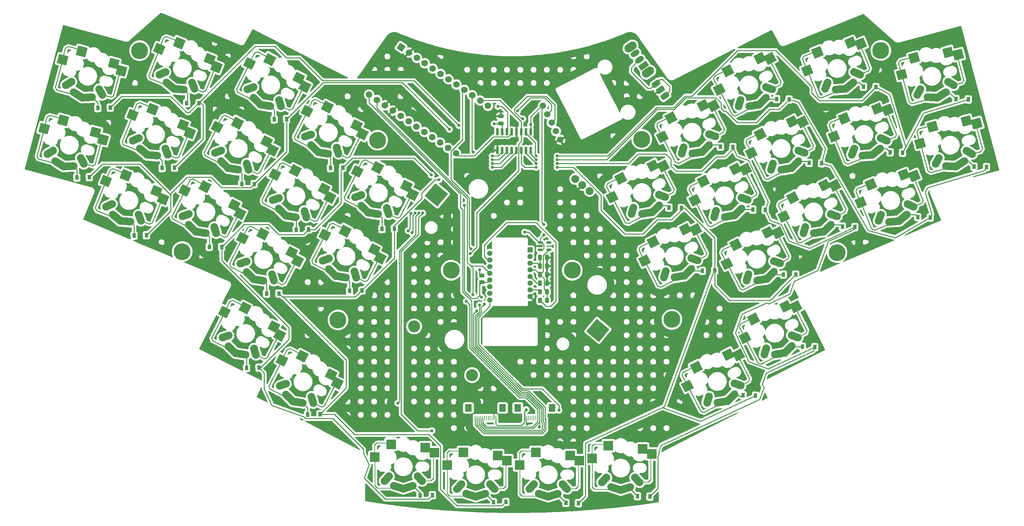
<source format=gbr>
%TF.GenerationSoftware,KiCad,Pcbnew,(6.0.4)*%
%TF.CreationDate,2022-11-04T17:16:24+01:00*%
%TF.ProjectId,Batreeq,42617472-6565-4712-9e6b-696361645f70,rev?*%
%TF.SameCoordinates,Original*%
%TF.FileFunction,Copper,L2,Bot*%
%TF.FilePolarity,Positive*%
%FSLAX46Y46*%
G04 Gerber Fmt 4.6, Leading zero omitted, Abs format (unit mm)*
G04 Created by KiCad (PCBNEW (6.0.4)) date 2022-11-04 17:16:24*
%MOMM*%
%LPD*%
G01*
G04 APERTURE LIST*
G04 Aperture macros list*
%AMRoundRect*
0 Rectangle with rounded corners*
0 $1 Rounding radius*
0 $2 $3 $4 $5 $6 $7 $8 $9 X,Y pos of 4 corners*
0 Add a 4 corners polygon primitive as box body*
4,1,4,$2,$3,$4,$5,$6,$7,$8,$9,$2,$3,0*
0 Add four circle primitives for the rounded corners*
1,1,$1+$1,$2,$3*
1,1,$1+$1,$4,$5*
1,1,$1+$1,$6,$7*
1,1,$1+$1,$8,$9*
0 Add four rect primitives between the rounded corners*
20,1,$1+$1,$2,$3,$4,$5,0*
20,1,$1+$1,$4,$5,$6,$7,0*
20,1,$1+$1,$6,$7,$8,$9,0*
20,1,$1+$1,$8,$9,$2,$3,0*%
%AMHorizOval*
0 Thick line with rounded ends*
0 $1 width*
0 $2 $3 position (X,Y) of the first rounded end (center of the circle)*
0 $4 $5 position (X,Y) of the second rounded end (center of the circle)*
0 Add line between two ends*
20,1,$1,$2,$3,$4,$5,0*
0 Add two circle primitives to create the rounded ends*
1,1,$1,$2,$3*
1,1,$1,$4,$5*%
%AMRotRect*
0 Rectangle, with rotation*
0 The origin of the aperture is its center*
0 $1 length*
0 $2 width*
0 $3 Rotation angle, in degrees counterclockwise*
0 Add horizontal line*
21,1,$1,$2,0,0,$3*%
G04 Aperture macros list end*
%TA.AperFunction,ComponentPad*%
%ADD10C,2.032000*%
%TD*%
%TA.AperFunction,SMDPad,CuDef*%
%ADD11RoundRect,0.062500X-0.347636X-0.272877X0.410136X0.164623X0.347636X0.272877X-0.410136X-0.164623X0*%
%TD*%
%TA.AperFunction,SMDPad,CuDef*%
%ADD12RotRect,7.000000X0.250000X75.000000*%
%TD*%
%TA.AperFunction,SMDPad,CuDef*%
%ADD13RotRect,2.000000X0.250000X345.000000*%
%TD*%
%TA.AperFunction,ComponentPad*%
%ADD14HorizOval,2.032000X0.753734X0.461889X-0.753734X-0.461889X0*%
%TD*%
%TA.AperFunction,SMDPad,CuDef*%
%ADD15RotRect,2.550000X2.500000X345.000000*%
%TD*%
%TA.AperFunction,SMDPad,CuDef*%
%ADD16RotRect,2.600000X2.600000X345.000000*%
%TD*%
%TA.AperFunction,ComponentPad*%
%ADD17HorizOval,2.032000X-0.421808X0.776874X0.421808X-0.776874X0*%
%TD*%
%TA.AperFunction,SMDPad,CuDef*%
%ADD18RotRect,3.000000X0.250000X165.000000*%
%TD*%
%TA.AperFunction,SMDPad,CuDef*%
%ADD19RoundRect,0.062500X-0.272877X0.347636X0.164623X-0.410136X0.272877X-0.347636X-0.164623X0.410136X0*%
%TD*%
%TA.AperFunction,ComponentPad*%
%ADD20HorizOval,2.032000X1.332292X0.067491X-1.332292X-0.067491X0*%
%TD*%
%TA.AperFunction,SMDPad,CuDef*%
%ADD21RoundRect,0.062500X0.347636X0.272877X-0.410136X-0.164623X-0.347636X-0.272877X0.410136X0.164623X0*%
%TD*%
%TA.AperFunction,SMDPad,CuDef*%
%ADD22RotRect,4.000000X0.250000X345.000000*%
%TD*%
%TA.AperFunction,ComponentPad*%
%ADD23HorizOval,2.032000X-1.120053X0.724595X1.120053X-0.724595X0*%
%TD*%
%TA.AperFunction,SMDPad,CuDef*%
%ADD24RotRect,7.000000X0.250000X255.000000*%
%TD*%
%TA.AperFunction,SMDPad,CuDef*%
%ADD25RotRect,4.000000X0.250000X255.000000*%
%TD*%
%TA.AperFunction,SMDPad,CuDef*%
%ADD26RotRect,2.550000X2.500000X27.000000*%
%TD*%
%TA.AperFunction,SMDPad,CuDef*%
%ADD27RoundRect,0.062500X-0.075754X-0.435401X0.194636X0.396774X0.075754X0.435401X-0.194636X-0.396774X0*%
%TD*%
%TA.AperFunction,SMDPad,CuDef*%
%ADD28RotRect,2.600000X2.600000X27.000000*%
%TD*%
%TA.AperFunction,ComponentPad*%
%ADD29HorizOval,2.032000X-0.833295X0.295085X0.833295X-0.295085X0*%
%TD*%
%TA.AperFunction,SMDPad,CuDef*%
%ADD30RotRect,7.000000X0.250000X117.000000*%
%TD*%
%TA.AperFunction,ComponentPad*%
%ADD31HorizOval,2.032000X0.251070X0.847597X-0.251070X-0.847597X0*%
%TD*%
%TA.AperFunction,SMDPad,CuDef*%
%ADD32RotRect,2.000000X0.250000X27.000000*%
%TD*%
%TA.AperFunction,SMDPad,CuDef*%
%ADD33RotRect,7.000000X0.250000X297.000000*%
%TD*%
%TA.AperFunction,ComponentPad*%
%ADD34HorizOval,2.032000X0.944925X0.941633X-0.944925X-0.941633X0*%
%TD*%
%TA.AperFunction,SMDPad,CuDef*%
%ADD35RotRect,3.000000X0.250000X207.000000*%
%TD*%
%TA.AperFunction,SMDPad,CuDef*%
%ADD36RoundRect,0.062500X-0.435401X0.075754X0.396774X-0.194636X0.435401X-0.075754X-0.396774X0.194636X0*%
%TD*%
%TA.AperFunction,ComponentPad*%
%ADD37HorizOval,2.032000X-1.317210X-0.210983X1.317210X0.210983X0*%
%TD*%
%TA.AperFunction,SMDPad,CuDef*%
%ADD38RoundRect,0.062500X0.075754X0.435401X-0.194636X-0.396774X-0.075754X-0.435401X0.194636X0.396774X0*%
%TD*%
%TA.AperFunction,SMDPad,CuDef*%
%ADD39RotRect,4.000000X0.250000X27.000000*%
%TD*%
%TA.AperFunction,SMDPad,CuDef*%
%ADD40RotRect,4.000000X0.250000X297.000000*%
%TD*%
%TA.AperFunction,ComponentPad*%
%ADD41C,4.500000*%
%TD*%
%TA.AperFunction,ComponentPad*%
%ADD42HorizOval,2.032000X0.421808X0.776874X-0.421808X-0.776874X0*%
%TD*%
%TA.AperFunction,SMDPad,CuDef*%
%ADD43RotRect,2.600000X2.600000X15.000000*%
%TD*%
%TA.AperFunction,SMDPad,CuDef*%
%ADD44RotRect,7.000000X0.250000X105.000000*%
%TD*%
%TA.AperFunction,SMDPad,CuDef*%
%ADD45RotRect,2.000000X0.250000X15.000000*%
%TD*%
%TA.AperFunction,SMDPad,CuDef*%
%ADD46RotRect,2.550000X2.500000X15.000000*%
%TD*%
%TA.AperFunction,ComponentPad*%
%ADD47HorizOval,2.032000X-0.753734X0.461889X0.753734X-0.461889X0*%
%TD*%
%TA.AperFunction,SMDPad,CuDef*%
%ADD48RoundRect,0.062500X-0.164623X-0.410136X0.272877X0.347636X0.164623X0.410136X-0.272877X-0.347636X0*%
%TD*%
%TA.AperFunction,SMDPad,CuDef*%
%ADD49RotRect,4.000000X0.250000X15.000000*%
%TD*%
%TA.AperFunction,SMDPad,CuDef*%
%ADD50RoundRect,0.062500X0.164623X0.410136X-0.272877X-0.347636X-0.164623X-0.410136X0.272877X0.347636X0*%
%TD*%
%TA.AperFunction,ComponentPad*%
%ADD51HorizOval,2.032000X-1.332292X0.067491X1.332292X-0.067491X0*%
%TD*%
%TA.AperFunction,SMDPad,CuDef*%
%ADD52RotRect,4.000000X0.250000X285.000000*%
%TD*%
%TA.AperFunction,SMDPad,CuDef*%
%ADD53RotRect,3.000000X0.250000X195.000000*%
%TD*%
%TA.AperFunction,SMDPad,CuDef*%
%ADD54RoundRect,0.062500X-0.410136X0.164623X0.347636X-0.272877X0.410136X-0.164623X-0.347636X0.272877X0*%
%TD*%
%TA.AperFunction,SMDPad,CuDef*%
%ADD55RotRect,7.000000X0.250000X285.000000*%
%TD*%
%TA.AperFunction,ComponentPad*%
%ADD56HorizOval,2.032000X1.120053X0.724595X-1.120053X-0.724595X0*%
%TD*%
%TA.AperFunction,ComponentPad*%
%ADD57HorizOval,2.032000X0.833295X0.295085X-0.833295X-0.295085X0*%
%TD*%
%TA.AperFunction,SMDPad,CuDef*%
%ADD58RotRect,7.000000X0.250000X63.000000*%
%TD*%
%TA.AperFunction,SMDPad,CuDef*%
%ADD59RotRect,2.000000X0.250000X333.000000*%
%TD*%
%TA.AperFunction,ComponentPad*%
%ADD60HorizOval,2.032000X-0.251070X0.847597X0.251070X-0.847597X0*%
%TD*%
%TA.AperFunction,SMDPad,CuDef*%
%ADD61RoundRect,0.062500X-0.396774X-0.194636X0.435401X0.075754X0.396774X0.194636X-0.435401X-0.075754X0*%
%TD*%
%TA.AperFunction,SMDPad,CuDef*%
%ADD62RotRect,2.550000X2.500000X333.000000*%
%TD*%
%TA.AperFunction,SMDPad,CuDef*%
%ADD63RotRect,2.600000X2.600000X333.000000*%
%TD*%
%TA.AperFunction,SMDPad,CuDef*%
%ADD64RotRect,7.000000X0.250000X243.000000*%
%TD*%
%TA.AperFunction,SMDPad,CuDef*%
%ADD65RoundRect,0.062500X0.396774X0.194636X-0.435401X-0.075754X-0.396774X-0.194636X0.435401X0.075754X0*%
%TD*%
%TA.AperFunction,SMDPad,CuDef*%
%ADD66RotRect,4.000000X0.250000X243.000000*%
%TD*%
%TA.AperFunction,SMDPad,CuDef*%
%ADD67RotRect,3.000000X0.250000X153.000000*%
%TD*%
%TA.AperFunction,ComponentPad*%
%ADD68HorizOval,2.032000X-0.944925X0.941633X0.944925X-0.941633X0*%
%TD*%
%TA.AperFunction,ComponentPad*%
%ADD69HorizOval,2.032000X-1.317210X0.210983X1.317210X-0.210983X0*%
%TD*%
%TA.AperFunction,SMDPad,CuDef*%
%ADD70RotRect,4.000000X0.250000X333.000000*%
%TD*%
%TA.AperFunction,SMDPad,CuDef*%
%ADD71RoundRect,0.062500X-0.194636X0.396774X0.075754X-0.435401X0.194636X-0.396774X-0.075754X0.435401X0*%
%TD*%
%TA.AperFunction,ComponentPad*%
%ADD72HorizOval,2.032000X-0.608505X0.641231X0.608505X-0.641231X0*%
%TD*%
%TA.AperFunction,SMDPad,CuDef*%
%ADD73R,0.250000X7.000000*%
%TD*%
%TA.AperFunction,SMDPad,CuDef*%
%ADD74R,2.550000X2.500000*%
%TD*%
%TA.AperFunction,SMDPad,CuDef*%
%ADD75R,2.600000X2.600000*%
%TD*%
%TA.AperFunction,SMDPad,CuDef*%
%ADD76RoundRect,0.062500X-0.265165X-0.353553X0.353553X0.265165X0.265165X0.353553X-0.353553X-0.265165X0*%
%TD*%
%TA.AperFunction,ComponentPad*%
%ADD77HorizOval,2.032000X0.608505X0.641231X-0.608505X-0.641231X0*%
%TD*%
%TA.AperFunction,SMDPad,CuDef*%
%ADD78R,2.000000X0.250000*%
%TD*%
%TA.AperFunction,SMDPad,CuDef*%
%ADD79R,4.000000X0.250000*%
%TD*%
%TA.AperFunction,SMDPad,CuDef*%
%ADD80RoundRect,0.062500X0.265165X0.353553X-0.353553X-0.265165X-0.265165X-0.353553X0.353553X0.265165X0*%
%TD*%
%TA.AperFunction,SMDPad,CuDef*%
%ADD81R,0.250000X4.000000*%
%TD*%
%TA.AperFunction,ComponentPad*%
%ADD82HorizOval,2.032000X1.269427X0.410014X-1.269427X-0.410014X0*%
%TD*%
%TA.AperFunction,SMDPad,CuDef*%
%ADD83RoundRect,0.062500X-0.353553X0.265165X0.265165X-0.353553X0.353553X-0.265165X-0.265165X0.353553X0*%
%TD*%
%TA.AperFunction,SMDPad,CuDef*%
%ADD84R,3.000000X0.250000*%
%TD*%
%TA.AperFunction,ComponentPad*%
%ADD85HorizOval,2.032000X-1.269427X0.410014X1.269427X-0.410014X0*%
%TD*%
%TA.AperFunction,ComponentPad*%
%ADD86HorizOval,2.032000X-0.804406X0.366589X0.804406X-0.366589X0*%
%TD*%
%TA.AperFunction,ComponentPad*%
%ADD87HorizOval,2.032000X0.323987X0.822489X-0.323987X-0.822489X0*%
%TD*%
%TA.AperFunction,SMDPad,CuDef*%
%ADD88RotRect,7.000000X0.250000X112.000000*%
%TD*%
%TA.AperFunction,SMDPad,CuDef*%
%ADD89RotRect,2.600000X2.600000X22.000000*%
%TD*%
%TA.AperFunction,SMDPad,CuDef*%
%ADD90RoundRect,0.062500X-0.113413X-0.427142X0.228476X0.378300X0.113413X0.427142X-0.228476X-0.378300X0*%
%TD*%
%TA.AperFunction,SMDPad,CuDef*%
%ADD91RotRect,2.000000X0.250000X22.000000*%
%TD*%
%TA.AperFunction,SMDPad,CuDef*%
%ADD92RotRect,2.550000X2.500000X22.000000*%
%TD*%
%TA.AperFunction,SMDPad,CuDef*%
%ADD93RotRect,4.000000X0.250000X22.000000*%
%TD*%
%TA.AperFunction,SMDPad,CuDef*%
%ADD94RoundRect,0.062500X-0.427142X0.113413X0.378300X-0.228476X0.427142X-0.113413X-0.378300X0.228476X0*%
%TD*%
%TA.AperFunction,SMDPad,CuDef*%
%ADD95RotRect,4.000000X0.250000X292.000000*%
%TD*%
%TA.AperFunction,SMDPad,CuDef*%
%ADD96RoundRect,0.062500X0.113413X0.427142X-0.228476X-0.378300X-0.113413X-0.427142X0.228476X0.378300X0*%
%TD*%
%TA.AperFunction,ComponentPad*%
%ADD97HorizOval,2.032000X-1.330586X-0.095378X1.330586X0.095378X0*%
%TD*%
%TA.AperFunction,ComponentPad*%
%ADD98HorizOval,2.032000X1.023398X0.855694X-1.023398X-0.855694X0*%
%TD*%
%TA.AperFunction,SMDPad,CuDef*%
%ADD99RotRect,7.000000X0.250000X292.000000*%
%TD*%
%TA.AperFunction,SMDPad,CuDef*%
%ADD100RotRect,3.000000X0.250000X202.000000*%
%TD*%
%TA.AperFunction,ComponentPad*%
%ADD101C,3.200000*%
%TD*%
%TA.AperFunction,ComponentPad*%
%ADD102C,2.100000*%
%TD*%
%TA.AperFunction,ComponentPad*%
%ADD103RotRect,4.400000X4.400000X140.000000*%
%TD*%
%TA.AperFunction,SMDPad,CuDef*%
%ADD104RotRect,2.000000X0.250000X338.000000*%
%TD*%
%TA.AperFunction,ComponentPad*%
%ADD105HorizOval,2.032000X0.804406X0.366589X-0.804406X-0.366589X0*%
%TD*%
%TA.AperFunction,ComponentPad*%
%ADD106HorizOval,2.032000X-0.323987X0.822489X0.323987X-0.822489X0*%
%TD*%
%TA.AperFunction,SMDPad,CuDef*%
%ADD107RotRect,7.000000X0.250000X68.000000*%
%TD*%
%TA.AperFunction,SMDPad,CuDef*%
%ADD108RoundRect,0.062500X-0.378300X-0.228476X0.427142X0.113413X0.378300X0.228476X-0.427142X-0.113413X0*%
%TD*%
%TA.AperFunction,SMDPad,CuDef*%
%ADD109RotRect,2.600000X2.600000X338.000000*%
%TD*%
%TA.AperFunction,SMDPad,CuDef*%
%ADD110RotRect,2.550000X2.500000X338.000000*%
%TD*%
%TA.AperFunction,SMDPad,CuDef*%
%ADD111RotRect,4.000000X0.250000X338.000000*%
%TD*%
%TA.AperFunction,SMDPad,CuDef*%
%ADD112RotRect,4.000000X0.250000X248.000000*%
%TD*%
%TA.AperFunction,SMDPad,CuDef*%
%ADD113RoundRect,0.062500X-0.228476X0.378300X0.113413X-0.427142X0.228476X-0.378300X-0.113413X0.427142X0*%
%TD*%
%TA.AperFunction,ComponentPad*%
%ADD114HorizOval,2.032000X-1.023398X0.855694X1.023398X-0.855694X0*%
%TD*%
%TA.AperFunction,SMDPad,CuDef*%
%ADD115RotRect,7.000000X0.250000X248.000000*%
%TD*%
%TA.AperFunction,ComponentPad*%
%ADD116HorizOval,2.032000X-1.330586X0.095378X1.330586X-0.095378X0*%
%TD*%
%TA.AperFunction,SMDPad,CuDef*%
%ADD117RoundRect,0.062500X0.378300X0.228476X-0.427142X-0.113413X-0.378300X-0.228476X0.427142X0.113413X0*%
%TD*%
%TA.AperFunction,SMDPad,CuDef*%
%ADD118RotRect,3.000000X0.250000X158.000000*%
%TD*%
%TA.AperFunction,ComponentPad*%
%ADD119RoundRect,0.375000X-0.827182X-0.137458X-0.386343X-0.744220X0.827182X0.137458X0.386343X0.744220X0*%
%TD*%
%TA.AperFunction,ComponentPad*%
%ADD120C,1.700000*%
%TD*%
%TA.AperFunction,ComponentPad*%
%ADD121HorizOval,1.700000X0.000000X0.000000X0.000000X0.000000X0*%
%TD*%
%TA.AperFunction,ComponentPad*%
%ADD122HorizOval,2.200000X0.532449X0.372825X-0.532449X-0.372825X0*%
%TD*%
%TA.AperFunction,ComponentPad*%
%ADD123RotRect,1.500000X2.500000X125.000000*%
%TD*%
%TA.AperFunction,ComponentPad*%
%ADD124HorizOval,1.500000X0.409576X0.286788X-0.409576X-0.286788X0*%
%TD*%
%TA.AperFunction,SMDPad,CuDef*%
%ADD125RotRect,0.900000X1.200000X358.000000*%
%TD*%
%TA.AperFunction,SMDPad,CuDef*%
%ADD126RoundRect,0.250000X0.250000X0.475000X-0.250000X0.475000X-0.250000X-0.475000X0.250000X-0.475000X0*%
%TD*%
%TA.AperFunction,SMDPad,CuDef*%
%ADD127R,0.900000X1.200000*%
%TD*%
%TA.AperFunction,SMDPad,CuDef*%
%ADD128R,0.280000X1.250000*%
%TD*%
%TA.AperFunction,SMDPad,CuDef*%
%ADD129R,1.800000X2.000000*%
%TD*%
%TA.AperFunction,SMDPad,CuDef*%
%ADD130RotRect,0.900000X1.200000X2.000000*%
%TD*%
%TA.AperFunction,SMDPad,CuDef*%
%ADD131RoundRect,0.150000X0.150000X-0.825000X0.150000X0.825000X-0.150000X0.825000X-0.150000X-0.825000X0*%
%TD*%
%TA.AperFunction,SMDPad,CuDef*%
%ADD132RoundRect,0.250000X0.262500X0.450000X-0.262500X0.450000X-0.262500X-0.450000X0.262500X-0.450000X0*%
%TD*%
%TA.AperFunction,SMDPad,CuDef*%
%ADD133RoundRect,0.250000X-0.262500X-0.450000X0.262500X-0.450000X0.262500X0.450000X-0.262500X0.450000X0*%
%TD*%
%TA.AperFunction,SMDPad,CuDef*%
%ADD134RotRect,0.900000X1.200000X1.000000*%
%TD*%
%TA.AperFunction,SMDPad,CuDef*%
%ADD135RoundRect,0.250000X0.450000X-0.262500X0.450000X0.262500X-0.450000X0.262500X-0.450000X-0.262500X0*%
%TD*%
%TA.AperFunction,SMDPad,CuDef*%
%ADD136RotRect,0.900000X1.200000X359.000000*%
%TD*%
%TA.AperFunction,ComponentPad*%
%ADD137C,1.752600*%
%TD*%
%TA.AperFunction,ComponentPad*%
%ADD138RotRect,1.752600X1.752600X326.000000*%
%TD*%
%TA.AperFunction,SMDPad,CuDef*%
%ADD139RoundRect,0.250000X-0.250000X-0.475000X0.250000X-0.475000X0.250000X0.475000X-0.250000X0.475000X0*%
%TD*%
%TA.AperFunction,ComponentPad*%
%ADD140R,1.400000X1.400000*%
%TD*%
%TA.AperFunction,ComponentPad*%
%ADD141C,1.400000*%
%TD*%
%TA.AperFunction,SMDPad,CuDef*%
%ADD142RoundRect,0.150000X-0.512500X-0.150000X0.512500X-0.150000X0.512500X0.150000X-0.512500X0.150000X0*%
%TD*%
%TA.AperFunction,SMDPad,CuDef*%
%ADD143RoundRect,0.250000X0.475000X-0.250000X0.475000X0.250000X-0.475000X0.250000X-0.475000X-0.250000X0*%
%TD*%
%TA.AperFunction,ViaPad*%
%ADD144C,0.800000*%
%TD*%
%TA.AperFunction,Conductor*%
%ADD145C,0.250000*%
%TD*%
G04 APERTURE END LIST*
D10*
%TO.P,SW7,1,1*%
%TO.N,row_3*%
X28109859Y-66160678D03*
D11*
X39010355Y-70066348D03*
D10*
X35470214Y-68132879D03*
D12*
X40264501Y-66510160D03*
D13*
X37727334Y-70022093D03*
D14*
X27359039Y-66625626D03*
D15*
X39405176Y-61298445D03*
D16*
X41407859Y-63215404D03*
D17*
X35887969Y-68910945D03*
D18*
%TO.P,SW7,2,2*%
%TO.N,Net-(D7-Pad1)*%
X28682725Y-57168507D03*
D19*
X24030284Y-68060886D03*
D16*
X30824002Y-58098436D03*
D20*
X32237817Y-70325931D03*
D21*
X26897422Y-56989666D03*
D22*
X26129466Y-68922890D03*
D23*
X29812672Y-69676116D03*
D24*
X24722257Y-64354063D03*
D15*
X25741297Y-60270245D03*
D25*
X26031505Y-59096966D03*
D10*
X30920405Y-70392289D03*
%TD*%
%TO.P,SW26,1,1*%
%TO.N,row_3*%
X218112410Y-118862139D03*
D26*
X223252998Y-107690753D03*
D27*
X228826461Y-114470762D03*
D28*
X226023977Y-107775275D03*
D29*
X225732961Y-115701415D03*
D30*
X227378918Y-110988811D03*
D10*
X224901880Y-115402731D03*
D31*
X217865554Y-119710059D03*
D32*
X227843378Y-115296382D03*
D33*
%TO.P,SW26,2,2*%
%TO.N,Net-(D26-Pad1)*%
X214386070Y-119786311D03*
D34*
X223967179Y-119195383D03*
D35*
X212521195Y-111796332D03*
D10*
X223032553Y-120126217D03*
D36*
X216352183Y-123004037D03*
D37*
X221730133Y-120335215D03*
D26*
X212410756Y-116069572D03*
D38*
X211074789Y-112858027D03*
D39*
X218488972Y-122240004D03*
D40*
X211841347Y-115003468D03*
D28*
X214734719Y-111054609D03*
%TD*%
D41*
%TO.P,H10,1*%
%TO.N,N/C*%
X166447346Y-98056076D03*
%TD*%
D42*
%TO.P,SW34,1,1*%
%TO.N,row_3*%
X258765520Y-50556247D03*
D43*
X269227043Y-40578499D03*
D44*
X269884244Y-44003519D03*
D10*
X259183275Y-49778181D03*
D45*
X269442961Y-48313527D03*
D46*
X266534190Y-39919704D03*
D10*
X266543629Y-47805979D03*
D47*
X267294449Y-48270927D03*
D48*
X270576216Y-47710342D03*
D49*
%TO.P,SW34,2,2*%
%TO.N,Net-(D34-Pad1)*%
X258849310Y-53160522D03*
D50*
X253547767Y-42442070D03*
D51*
X262415672Y-51971232D03*
D52*
X253851511Y-44700004D03*
D53*
X255183304Y-41704299D03*
D54*
X256600363Y-53463596D03*
D43*
X257502670Y-41439002D03*
D55*
X255346218Y-49907408D03*
D56*
X264840817Y-51321417D03*
D10*
X263733084Y-52037591D03*
D46*
X254186823Y-45861198D03*
%TD*%
D41*
%TO.P,H8,1*%
%TO.N,N/C*%
X248621075Y-39434330D03*
%TD*%
%TO.P,H9,1*%
%TO.N,N/C*%
X134189343Y-98056079D03*
%TD*%
D32*
%TO.P,SW21,1,1*%
%TO.N,row_3*%
X212570710Y-128154481D03*
D29*
X210460293Y-128559514D03*
D31*
X202592886Y-132568158D03*
D26*
X207980330Y-120548852D03*
D30*
X212106250Y-123846910D03*
D10*
X202839742Y-131720238D03*
D28*
X210751309Y-120633374D03*
D27*
X213553793Y-127328861D03*
D10*
X209629212Y-128260830D03*
D40*
%TO.P,SW21,2,2*%
%TO.N,Net-(D21-Pad1)*%
X196568679Y-127861567D03*
D39*
X203216304Y-135098103D03*
D34*
X208694511Y-132053482D03*
D38*
X195802121Y-125716126D03*
D28*
X199462051Y-123912708D03*
D36*
X201079515Y-135862136D03*
D35*
X197248527Y-124654431D03*
D10*
X207759885Y-132984316D03*
D26*
X197138088Y-128927671D03*
D37*
X206457465Y-133193314D03*
D33*
X199113402Y-132644410D03*
%TD*%
D30*
%TO.P,SW25,1,1*%
%TO.N,row_1*%
X213997586Y-74301088D03*
D10*
X204731078Y-82174416D03*
X211520548Y-78715008D03*
D29*
X212351629Y-79013692D03*
D31*
X204484222Y-83022336D03*
D32*
X214462046Y-78608659D03*
D27*
X215445129Y-77783039D03*
D28*
X212642645Y-71087552D03*
D26*
X209871666Y-71003030D03*
D35*
%TO.P,SW25,2,2*%
%TO.N,Net-(D25-Pad1)*%
X199139863Y-75108609D03*
D28*
X201353387Y-74366886D03*
D37*
X208348801Y-83647492D03*
D10*
X209651221Y-83438494D03*
D40*
X198460015Y-78315745D03*
D36*
X202970851Y-86316314D03*
D34*
X210585847Y-82507660D03*
D38*
X197693457Y-76170304D03*
D39*
X205107640Y-85552281D03*
D33*
X201004738Y-83098588D03*
D26*
X199029424Y-79381849D03*
%TD*%
D57*
%TO.P,SW4,1,1*%
%TO.N,row_0*%
X80716311Y-49495975D03*
D10*
X81547392Y-49197291D03*
D58*
X93363765Y-52066228D03*
D59*
X90151869Y-54973911D03*
D10*
X88336862Y-52656699D03*
D60*
X88583719Y-53504619D03*
D61*
X91397651Y-55283954D03*
D62*
X93606795Y-46789738D03*
D63*
X95167155Y-49081188D03*
%TO.P,SW4,2,2*%
%TO.N,Net-(D4-Pad1)*%
X85878459Y-41875530D03*
D64*
X78609433Y-46725834D03*
D65*
X82268211Y-39974608D03*
D66*
X80983084Y-41855824D03*
D67*
X83977316Y-40520726D03*
D68*
X82482094Y-52989943D03*
D10*
X83416719Y-53920777D03*
D69*
X84719139Y-54129775D03*
D70*
X79035980Y-51487395D03*
D62*
X80455278Y-42943127D03*
D71*
X77161890Y-50207784D03*
%TD*%
D61*
%TO.P,SW8,1,1*%
%TO.N,row_0*%
X106745769Y-67948576D03*
D60*
X103931837Y-66169241D03*
D62*
X108954913Y-59454360D03*
D59*
X105499987Y-67638533D03*
D58*
X108711883Y-64730850D03*
D57*
X96064429Y-62160597D03*
D63*
X110515273Y-61745810D03*
D10*
X103684980Y-65321321D03*
X96895510Y-61861913D03*
D64*
%TO.P,SW8,2,2*%
%TO.N,Net-(D8-Pad1)*%
X93957551Y-59390456D03*
D68*
X97830212Y-65654565D03*
D62*
X95803396Y-55607749D03*
D67*
X99325434Y-53185348D03*
D63*
X101226577Y-54540152D03*
D10*
X98764837Y-66585399D03*
D66*
X96331202Y-54520446D03*
D69*
X100067257Y-66794397D03*
D70*
X94384098Y-64152017D03*
D65*
X97616329Y-52639230D03*
D71*
X92510008Y-62872406D03*
%TD*%
D72*
%TO.P,SW22,1,1*%
%TO.N,row_4*%
X164458243Y-155769509D03*
D73*
X168064279Y-152317797D03*
D74*
X165885344Y-147506077D03*
D75*
X168315932Y-148839385D03*
D76*
X167773276Y-156077409D03*
D10*
X156233344Y-155126077D03*
D77*
X155628445Y-155769509D03*
D10*
X163853344Y-155126077D03*
D78*
X166522520Y-156366732D03*
D79*
%TO.P,SW22,2,2*%
%TO.N,Net-(D22-Pad1)*%
X155035344Y-158306732D03*
D73*
X152493585Y-154257797D03*
D10*
X160043344Y-158486077D03*
D80*
X152688588Y-146581361D03*
D81*
X152397585Y-148840973D03*
D75*
X156768343Y-146636077D03*
D82*
X161298692Y-158081008D03*
D83*
X152784588Y-158017409D03*
D84*
X154459344Y-146292038D03*
D85*
X158787996Y-158081008D03*
D74*
X152420932Y-150049385D03*
%TD*%
D41*
%TO.P,H3,1*%
%TO.N,N/C*%
X192972150Y-111198053D03*
%TD*%
D73*
%TO.P,SW27,1,1*%
%TO.N,row_4*%
X187368281Y-150539798D03*
D76*
X187077278Y-154299410D03*
D75*
X187619934Y-147061386D03*
D10*
X175537346Y-153348078D03*
D74*
X185189346Y-145728078D03*
D78*
X185826522Y-154588733D03*
D10*
X183157346Y-153348078D03*
D72*
X183762245Y-153991510D03*
D77*
X174932447Y-153991510D03*
D83*
%TO.P,SW27,2,2*%
%TO.N,Net-(D27-Pad1)*%
X172088590Y-156239410D03*
D81*
X171701587Y-147062974D03*
D82*
X180602694Y-156303009D03*
D85*
X178091998Y-156303009D03*
D73*
X171797587Y-152479798D03*
D10*
X179347346Y-156708078D03*
D84*
X173763346Y-144514039D03*
D74*
X171724934Y-148271386D03*
D79*
X174339346Y-156528733D03*
D80*
X171992590Y-144803362D03*
D75*
X176072345Y-144858078D03*
%TD*%
D10*
%TO.P,SW33,1,1*%
%TO.N,row_1*%
X241566801Y-65644698D03*
D86*
X249433828Y-63160177D03*
D87*
X241246983Y-66467877D03*
D10*
X248631942Y-62790196D03*
D88*
X251484253Y-58608961D03*
D89*
X250414546Y-55289562D03*
D90*
X252622816Y-62203823D03*
D91*
X251571516Y-62940620D03*
D92*
X247661478Y-54963855D03*
D89*
%TO.P,SW33,2,2*%
%TO.N,Net-(D33-Pad1)*%
X238882434Y-57572493D03*
D93*
X241647530Y-69042529D03*
D94*
X239452282Y-69617421D03*
D95*
X235655906Y-61254152D03*
D10*
X246358050Y-67332785D03*
D96*
X235079254Y-59050065D03*
D97*
X245042371Y-67427473D03*
D98*
X247370247Y-66486951D03*
D92*
X236130232Y-62365826D03*
D99*
X237774094Y-66240582D03*
D100*
X236612689Y-58118472D03*
%TD*%
D41*
%TO.P,H6,1*%
%TO.N,N/C*%
X114577344Y-63386078D03*
%TD*%
D59*
%TO.P,SW16,1,1*%
%TO.N,row_3*%
X98765506Y-134113482D03*
D57*
X89329948Y-128635546D03*
D60*
X97197356Y-132644190D03*
D63*
X103780792Y-128220759D03*
D58*
X101977402Y-131205799D03*
D61*
X100011288Y-134423525D03*
D62*
X102220432Y-125929309D03*
D10*
X96950499Y-131796270D03*
X90161029Y-128336862D03*
D62*
%TO.P,SW16,2,2*%
%TO.N,Net-(D16-Pad1)*%
X89068915Y-122082698D03*
D69*
X93332776Y-133269346D03*
D70*
X87649617Y-130626966D03*
D65*
X90881848Y-119114179D03*
D63*
X94492096Y-121015101D03*
D67*
X92590953Y-119660297D03*
D68*
X91095731Y-132129514D03*
D71*
X85775527Y-129347355D03*
D64*
X87223070Y-125865405D03*
D66*
X89596721Y-120995395D03*
D10*
X92030356Y-133060348D03*
%TD*%
%TO.P,SW28,1,1*%
%TO.N,row_0*%
X211242417Y-52659761D03*
D30*
X220508925Y-44786433D03*
D10*
X218031887Y-49200353D03*
D32*
X220973385Y-49094004D03*
D31*
X210995561Y-53507681D03*
D26*
X216383005Y-41488375D03*
D28*
X219153984Y-41572897D03*
D29*
X218862968Y-49499037D03*
D27*
X221956468Y-48268384D03*
D28*
%TO.P,SW28,2,2*%
%TO.N,Net-(D28-Pad1)*%
X207864726Y-44852231D03*
D36*
X209482190Y-56801659D03*
D37*
X214860140Y-54132837D03*
D35*
X205651202Y-45593954D03*
D40*
X204971354Y-48801090D03*
D10*
X216162560Y-53923839D03*
D33*
X207516077Y-53583933D03*
D39*
X211618979Y-56037626D03*
D34*
X217097186Y-52993005D03*
D26*
X205540763Y-49867194D03*
D38*
X204204796Y-46655649D03*
%TD*%
D58*
%TO.P,SW5,1,1*%
%TO.N,row_1*%
X84737949Y-68995352D03*
D10*
X79711046Y-69585823D03*
D61*
X82771835Y-72213078D03*
D60*
X79957903Y-70433743D03*
D62*
X84980979Y-63718862D03*
D59*
X81526053Y-71903035D03*
D63*
X86541339Y-66010312D03*
D57*
X72090495Y-66425099D03*
D10*
X72921576Y-66126415D03*
D66*
%TO.P,SW5,2,2*%
%TO.N,Net-(D5-Pad1)*%
X72357268Y-58784948D03*
D71*
X68536074Y-67136908D03*
D67*
X75351500Y-57449850D03*
D64*
X69983617Y-63654958D03*
D69*
X76093323Y-71058899D03*
D62*
X71829462Y-59872251D03*
D70*
X70410164Y-68416519D03*
D68*
X73856278Y-69919067D03*
D65*
X73642395Y-56903732D03*
D63*
X77252643Y-58804654D03*
D10*
X74790903Y-70849901D03*
%TD*%
D101*
%TO.P,SW36,*%
%TO.N,*%
X124286053Y-113059816D03*
X139749391Y-126035494D03*
D102*
%TO.P,SW36,A,A*%
%TO.N,EncL*%
X171042086Y-76927713D03*
%TO.P,SW36,B,B*%
%TO.N,EncR*%
X167211864Y-73713775D03*
%TO.P,SW36,C,C*%
%TO.N,GND*%
X169126975Y-75320744D03*
D103*
%TO.P,SW36,MP*%
%TO.N,N/C*%
X173263659Y-114099277D03*
X130236554Y-77998238D03*
%TD*%
D10*
%TO.P,SW15,1,1*%
%TO.N,row_2*%
X79643871Y-95720163D03*
D59*
X88248348Y-101496783D03*
D63*
X93263634Y-95604060D03*
D57*
X78812790Y-96018847D03*
D60*
X86680198Y-100027491D03*
D61*
X89494130Y-101806826D03*
D58*
X91460244Y-98589100D03*
D10*
X86433341Y-99179571D03*
D62*
X91703274Y-93312610D03*
D65*
%TO.P,SW15,2,2*%
%TO.N,Net-(D15-Pad1)*%
X80364690Y-86497480D03*
D70*
X77132459Y-98010267D03*
D67*
X82073795Y-87043598D03*
D71*
X75258369Y-96730656D03*
D66*
X79079563Y-88378696D03*
D63*
X83974938Y-88398402D03*
D10*
X81513198Y-100443649D03*
D62*
X78551757Y-89465999D03*
D69*
X82815618Y-100652647D03*
D64*
X76705912Y-93248706D03*
D68*
X80578573Y-99512815D03*
%TD*%
D10*
%TO.P,SW31,1,1*%
%TO.N,row_3*%
X264109499Y-68138229D03*
D47*
X272220673Y-66630975D03*
D10*
X271469853Y-66166027D03*
D42*
X263691744Y-68916295D03*
D45*
X274369185Y-66673575D03*
D48*
X275502440Y-66070390D03*
D46*
X271460414Y-58279752D03*
D43*
X274153267Y-58938547D03*
D44*
X274810468Y-62363567D03*
D55*
%TO.P,SW31,2,2*%
%TO.N,Net-(D31-Pad1)*%
X260272442Y-68267456D03*
D43*
X262428894Y-59799050D03*
D50*
X258473991Y-60802118D03*
D10*
X268659308Y-70397639D03*
D46*
X259113047Y-64221246D03*
D52*
X258777735Y-63060052D03*
D56*
X269767041Y-69681465D03*
D49*
X263775534Y-71520570D03*
D51*
X267341896Y-70331280D03*
D54*
X261526587Y-71823644D03*
D53*
X260109528Y-60064347D03*
%TD*%
D41*
%TO.P,H2,1*%
%TO.N,N/C*%
X104010023Y-111310117D03*
%TD*%
D27*
%TO.P,SW23,1,1*%
%TO.N,row_2*%
X239208105Y-82126631D03*
D31*
X228247198Y-87365928D03*
D32*
X238225022Y-82952251D03*
D30*
X237760562Y-78644680D03*
D28*
X236405621Y-75431144D03*
D10*
X228494054Y-86518008D03*
D26*
X233634642Y-75346622D03*
D29*
X236114605Y-83357284D03*
D10*
X235283524Y-83058600D03*
D38*
%TO.P,SW23,2,2*%
%TO.N,Net-(D23-Pad1)*%
X221456433Y-80513896D03*
D36*
X226733827Y-90659906D03*
D33*
X224767714Y-87442180D03*
D40*
X222222991Y-82659337D03*
D10*
X233414197Y-87782086D03*
D34*
X234348823Y-86851252D03*
D35*
X222902839Y-79452201D03*
D28*
X225116363Y-78710478D03*
D37*
X232111777Y-87991084D03*
D26*
X222792400Y-83725441D03*
D39*
X228870616Y-89895873D03*
%TD*%
D104*
%TO.P,SW6,1,1*%
%TO.N,row_2*%
X52905360Y-85407570D03*
D10*
X43830160Y-80402862D03*
D105*
X43028274Y-80772843D03*
D106*
X51215120Y-84080543D03*
D107*
X55851612Y-82231017D03*
D10*
X50895301Y-83257365D03*
D108*
X54173424Y-85607856D03*
D109*
X57387977Y-79100160D03*
D110*
X55633841Y-76953424D03*
D111*
%TO.P,SW6,2,2*%
%TO.N,Net-(D6-Pad1)*%
X41527900Y-82903135D03*
D112*
X42628148Y-73138515D03*
D110*
X42197116Y-74267681D03*
D113*
X39549417Y-81791732D03*
D10*
X46104053Y-84945451D03*
D114*
X45091856Y-84099617D03*
D115*
X40687980Y-78196869D03*
D116*
X47419732Y-85040139D03*
D117*
X43744427Y-71152451D03*
D109*
X47506613Y-72731486D03*
D118*
X45494626Y-71547532D03*
%TD*%
D10*
%TO.P,SW12,1,1*%
%TO.N,row_4*%
X125247758Y-153006079D03*
X117627758Y-153006079D03*
D72*
X125852657Y-153649511D03*
D73*
X129458693Y-150197799D03*
D77*
X117022859Y-153649511D03*
D74*
X127279758Y-145386079D03*
D76*
X129167690Y-153957411D03*
D75*
X129710346Y-146719387D03*
D78*
X127916934Y-154246734D03*
D85*
%TO.P,SW12,2,2*%
%TO.N,Net-(D12-Pad1)*%
X120182410Y-155961010D03*
D10*
X121437758Y-156366079D03*
D82*
X122693106Y-155961010D03*
D74*
X113815346Y-147929387D03*
D75*
X118162757Y-144516079D03*
D84*
X115853758Y-144172040D03*
D83*
X114179002Y-155897411D03*
D79*
X116429758Y-156186734D03*
D81*
X113791999Y-146720975D03*
D73*
X113887999Y-152137799D03*
D80*
X114083002Y-144461363D03*
%TD*%
D109*
%TO.P,SW1,1,1*%
%TO.N,row_0*%
X71623026Y-43867174D03*
D107*
X70086661Y-46998031D03*
D10*
X65130350Y-48024379D03*
D105*
X57263323Y-45539857D03*
D106*
X65450169Y-48847557D03*
D108*
X68408473Y-50374870D03*
D110*
X69868890Y-41720438D03*
D104*
X67140409Y-50174584D03*
D10*
X58065209Y-45169876D03*
D110*
%TO.P,SW1,2,2*%
%TO.N,Net-(D1-Pad1)*%
X56432165Y-39034695D03*
D114*
X59326905Y-48866631D03*
D116*
X61654781Y-49807153D03*
D118*
X59729675Y-36314546D03*
D115*
X54923029Y-42963883D03*
D117*
X57979476Y-35919465D03*
D111*
X55762949Y-47670149D03*
D109*
X61741662Y-37498500D03*
D10*
X60339102Y-49712465D03*
D113*
X53784466Y-46558746D03*
D112*
X56863197Y-37905529D03*
%TD*%
D57*
%TO.P,SW11,1,1*%
%TO.N,row_3*%
X74057278Y-115777443D03*
D10*
X81677829Y-118938167D03*
D62*
X86947762Y-113071206D03*
D60*
X81924686Y-119786087D03*
D59*
X83492836Y-121255379D03*
D63*
X88508122Y-115362656D03*
D10*
X74888359Y-115478759D03*
D58*
X86704732Y-118347696D03*
D61*
X84738618Y-121565422D03*
D68*
%TO.P,SW11,2,2*%
%TO.N,Net-(D11-Pad1)*%
X75823061Y-119271411D03*
D10*
X76757686Y-120202245D03*
D65*
X75609178Y-106256076D03*
D63*
X79219426Y-108156998D03*
D66*
X74324051Y-108137292D03*
D67*
X77318283Y-106802194D03*
D70*
X72376947Y-117768863D03*
D64*
X71950400Y-113007302D03*
D69*
X78060106Y-120411243D03*
D71*
X70502857Y-116489252D03*
D62*
X73796245Y-109224595D03*
%TD*%
D26*
%TO.P,SW19,1,1*%
%TO.N,row_1*%
X196520066Y-87120722D03*
D32*
X201110446Y-94726351D03*
D29*
X199000029Y-95131384D03*
D31*
X191132622Y-99140028D03*
D10*
X191379478Y-98292108D03*
X198168948Y-94832700D03*
D28*
X199291045Y-87205244D03*
D30*
X200645986Y-90418780D03*
D27*
X202093529Y-93900731D03*
D36*
%TO.P,SW19,2,2*%
%TO.N,Net-(D19-Pad1)*%
X189619251Y-102434006D03*
D28*
X188001787Y-90484578D03*
D37*
X194997201Y-99765184D03*
D10*
X196299621Y-99556186D03*
D33*
X187653138Y-99216280D03*
D39*
X191756040Y-101669973D03*
D26*
X185677824Y-95499541D03*
D40*
X185108415Y-94433437D03*
D34*
X197234247Y-98625352D03*
D38*
X184341857Y-92287996D03*
D35*
X185788263Y-91226301D03*
%TD*%
D10*
%TO.P,SW3,1,1*%
%TO.N,row_3*%
X33019910Y-47790287D03*
D16*
X46317910Y-44845013D03*
D15*
X44315227Y-42928054D03*
D17*
X40798020Y-50540554D03*
D13*
X42637385Y-51651702D03*
D11*
X43920406Y-51695957D03*
D12*
X45174552Y-48139769D03*
D10*
X40380265Y-49762488D03*
D14*
X32269090Y-48255235D03*
D22*
%TO.P,SW3,2,2*%
%TO.N,Net-(D3-Pad1)*%
X31039517Y-50552499D03*
D25*
X30941556Y-40726575D03*
D15*
X30651348Y-41899854D03*
D21*
X31807473Y-38619275D03*
D23*
X34722723Y-51305725D03*
D10*
X35830456Y-52021898D03*
D16*
X35734053Y-39728045D03*
D18*
X33592776Y-38798116D03*
D20*
X37147868Y-51955540D03*
D19*
X28940335Y-49690495D03*
D24*
X29632308Y-45983672D03*
%TD*%
D62*
%TO.P,SW10,1,1*%
%TO.N,row_2*%
X76355157Y-80647987D03*
D58*
X76112127Y-85924477D03*
D57*
X63464673Y-83354224D03*
D63*
X77915517Y-82939437D03*
D60*
X71332081Y-87362868D03*
D10*
X64295754Y-83055540D03*
D61*
X74146013Y-89142203D03*
D10*
X71085224Y-86514948D03*
D59*
X72900231Y-88832160D03*
D71*
%TO.P,SW10,2,2*%
%TO.N,Net-(D10-Pad1)*%
X59910252Y-84066033D03*
D62*
X63203640Y-76801376D03*
D70*
X61784342Y-85345644D03*
D68*
X65230456Y-86848192D03*
D65*
X65016573Y-73832857D03*
D66*
X63731446Y-75714073D03*
D10*
X66165081Y-87779026D03*
D69*
X67467501Y-87988024D03*
D64*
X61357795Y-80584083D03*
D63*
X68626821Y-75733779D03*
D67*
X66725678Y-74378975D03*
%TD*%
D86*
%TO.P,SW32,1,1*%
%TO.N,row_0*%
X242316304Y-45543686D03*
D90*
X245505292Y-44587332D03*
D92*
X240543954Y-37347364D03*
D10*
X241514418Y-45173705D03*
D87*
X234129459Y-48851386D03*
D91*
X244453992Y-45324129D03*
D10*
X234449277Y-48028207D03*
D89*
X243297022Y-37673071D03*
D88*
X244366729Y-40992470D03*
D10*
%TO.P,SW32,2,2*%
%TO.N,Net-(D32-Pad1)*%
X239240526Y-49716294D03*
D96*
X227961730Y-41433574D03*
D97*
X237924847Y-49810982D03*
D92*
X229012708Y-44749335D03*
D93*
X234530006Y-51426038D03*
D99*
X230656570Y-48624091D03*
D98*
X240252723Y-48870460D03*
D100*
X229495165Y-40501981D03*
D95*
X228538382Y-43637661D03*
D94*
X232334758Y-52000930D03*
D89*
X231764910Y-39956002D03*
%TD*%
D119*
%TO.P,PAD1,1*%
%TO.N,bat+*%
X191098000Y-51590000D03*
%TO.P,PAD1,2*%
%TO.N,GND*%
X189922429Y-49971966D03*
%TO.P,PAD1,3*%
%TO.N,bat+*%
X188746858Y-48353932D03*
%TD*%
D10*
%TO.P,SW9,1,1*%
%TO.N,row_1*%
X95059158Y-82250446D03*
D57*
X87438607Y-79089722D03*
D63*
X101889451Y-78674935D03*
D60*
X95306015Y-83098366D03*
D10*
X88269688Y-78791038D03*
D61*
X98119947Y-84877701D03*
D62*
X100329091Y-76383485D03*
D58*
X100086061Y-81659975D03*
D59*
X96874165Y-84567658D03*
D10*
%TO.P,SW9,2,2*%
%TO.N,Net-(D9-Pad1)*%
X90139015Y-83514524D03*
D68*
X89204390Y-82583690D03*
D64*
X85331729Y-76319581D03*
D71*
X83884186Y-79801531D03*
D65*
X88990507Y-69568355D03*
D63*
X92600755Y-71469277D03*
D69*
X91441435Y-83723522D03*
D70*
X85758276Y-81081142D03*
D62*
X87177574Y-72536874D03*
D66*
X87705380Y-71449571D03*
D67*
X90699612Y-70114473D03*
%TD*%
D63*
%TO.P,SW13,1,1*%
%TO.N,row_0*%
X123866873Y-77863504D03*
D57*
X109416029Y-78278291D03*
D60*
X117283437Y-82286935D03*
D59*
X118851587Y-83756227D03*
D62*
X122306513Y-75572054D03*
D58*
X122063483Y-80848544D03*
D10*
X117036580Y-81439015D03*
D61*
X120097369Y-84066270D03*
D10*
X110247110Y-77979607D03*
D63*
%TO.P,SW13,2,2*%
%TO.N,Net-(D13-Pad1)*%
X114578177Y-70657846D03*
D65*
X110967929Y-68756924D03*
D70*
X107735698Y-80269711D03*
D62*
X109154996Y-71725443D03*
D71*
X105861608Y-78990100D03*
D10*
X112116437Y-82703093D03*
D67*
X112677034Y-69303042D03*
D64*
X107309151Y-75508150D03*
D68*
X111181812Y-81772259D03*
D69*
X113418857Y-82912091D03*
D66*
X109682802Y-70638140D03*
%TD*%
D32*
%TO.P,SW18,1,1*%
%TO.N,row_0*%
X192484628Y-77797226D03*
D30*
X192020168Y-73489655D03*
D26*
X187894248Y-70191597D03*
D28*
X190665227Y-70276119D03*
D29*
X190374211Y-78202259D03*
D31*
X182506804Y-82210903D03*
D27*
X193467711Y-76971606D03*
D10*
X182753660Y-81362983D03*
X189543130Y-77903575D03*
D33*
%TO.P,SW18,2,2*%
%TO.N,Net-(D18-Pad1)*%
X179027320Y-82287155D03*
D28*
X179375969Y-73555453D03*
D36*
X180993433Y-85504881D03*
D40*
X176482597Y-77504312D03*
D26*
X177052006Y-78570416D03*
D10*
X187673803Y-82627061D03*
D39*
X183130222Y-84740848D03*
D34*
X188608429Y-81696227D03*
D35*
X177162445Y-74297176D03*
D38*
X175716039Y-75358871D03*
D37*
X186371383Y-82836059D03*
%TD*%
D41*
%TO.P,H1,1*%
%TO.N,N/C*%
X62507345Y-93104077D03*
%TD*%
D26*
%TO.P,SW24,1,1*%
%TO.N,row_0*%
X201245851Y-54073905D03*
D29*
X203725814Y-62084567D03*
D10*
X202894733Y-61785883D03*
X196105263Y-65245291D03*
D30*
X205371771Y-57371963D03*
D31*
X195858407Y-66093211D03*
D27*
X206819314Y-60853914D03*
D28*
X204016830Y-54158427D03*
D32*
X205836231Y-61679534D03*
D28*
%TO.P,SW24,2,2*%
%TO.N,Net-(D24-Pad1)*%
X192727572Y-57437761D03*
D34*
X201960032Y-65578535D03*
D10*
X201025406Y-66509369D03*
D39*
X196481825Y-68623156D03*
D37*
X199722986Y-66718367D03*
D36*
X194345036Y-69387189D03*
D33*
X192378923Y-66169463D03*
D38*
X189067642Y-59241179D03*
D26*
X190403609Y-62452724D03*
D40*
X189834200Y-61386620D03*
D35*
X190514048Y-58179484D03*
%TD*%
D74*
%TO.P,SW17,1,1*%
%TO.N,row_4*%
X146559756Y-147502770D03*
D72*
X145132655Y-155766202D03*
D73*
X148738691Y-152314490D03*
D10*
X144527756Y-155122770D03*
X136907756Y-155122770D03*
D75*
X148990344Y-148836078D03*
D77*
X136302857Y-155766202D03*
D76*
X148447688Y-156074102D03*
D78*
X147196932Y-156363425D03*
D83*
%TO.P,SW17,2,2*%
%TO.N,Net-(D17-Pad1)*%
X133459000Y-158014102D03*
D80*
X133363000Y-146578054D03*
D79*
X135709756Y-158303425D03*
D74*
X133095344Y-150046078D03*
D84*
X135133756Y-146288731D03*
D75*
X137442755Y-146632770D03*
D85*
X139462408Y-158077701D03*
D81*
X133071997Y-148837666D03*
D82*
X141973104Y-158077701D03*
D73*
X133167997Y-154254490D03*
D10*
X140717756Y-158482770D03*
%TD*%
D41*
%TO.P,H7,1*%
%TO.N,N/C*%
X184935343Y-63132079D03*
%TD*%
D120*
%TO.P,U5,1,VDD*%
%TO.N,VCC*%
X158630606Y-54183266D03*
D121*
%TO.P,U5,2,SDA*%
%TO.N,SDA*%
X159783742Y-56446423D03*
%TO.P,U5,3,SCL*%
%TO.N,SCL*%
X160936878Y-58709579D03*
%TO.P,U5,4,TRIG*%
%TO.N,unconnected-(U5-Pad4)*%
X162090014Y-60972736D03*
%TO.P,U5,5,GND*%
%TO.N,GND*%
X163243150Y-63235892D03*
%TD*%
D122*
%TO.P,SW37,*%
%TO.N,*%
X181949673Y-38522954D03*
X186653000Y-45240000D03*
D123*
%TO.P,SW37,1,A*%
%TO.N,unconnected-(SW37-Pad1)*%
X185448489Y-43519781D03*
D124*
%TO.P,SW37,2,B*%
%TO.N,bat+*%
X184301336Y-41881477D03*
%TO.P,SW37,3,C*%
%TO.N,RAW*%
X183154183Y-40243173D03*
%TD*%
D10*
%TO.P,SW29,1,1*%
%TO.N,row_1*%
X219868237Y-69588887D03*
X226657707Y-66129479D03*
D32*
X229599205Y-66023130D03*
D27*
X230582288Y-65197510D03*
D28*
X227779804Y-58502023D03*
D26*
X225008825Y-58417501D03*
D31*
X219621381Y-70436807D03*
D29*
X227488788Y-66428163D03*
D30*
X229134745Y-61715559D03*
D34*
%TO.P,SW29,2,2*%
%TO.N,Net-(D29-Pad1)*%
X225723006Y-69922131D03*
D39*
X220244799Y-72966752D03*
D36*
X218108010Y-73730785D03*
D38*
X212830616Y-63584775D03*
D26*
X214166583Y-66796320D03*
D33*
X216141897Y-70513059D03*
D35*
X214277022Y-62523080D03*
D10*
X224788380Y-70852965D03*
D28*
X216490546Y-61781357D03*
D37*
X223485960Y-71061963D03*
D40*
X213597174Y-65730216D03*
%TD*%
D10*
%TO.P,SW30,1,1*%
%TO.N,row_2*%
X248684326Y-83261193D03*
D92*
X254779003Y-72580350D03*
D89*
X257532071Y-72906057D03*
D86*
X256551353Y-80776672D03*
D87*
X248364508Y-84084372D03*
D90*
X259740341Y-79820318D03*
D10*
X255749467Y-80406691D03*
D91*
X258689041Y-80557115D03*
D88*
X258601778Y-76225456D03*
D96*
%TO.P,SW30,2,2*%
%TO.N,Net-(D30-Pad1)*%
X242196779Y-76666560D03*
D95*
X242773431Y-78870647D03*
D99*
X244891619Y-83857077D03*
D10*
X253475575Y-84949280D03*
D98*
X254487772Y-84103446D03*
D92*
X243247757Y-79982321D03*
D97*
X252159896Y-85043968D03*
D100*
X243730214Y-75734967D03*
D93*
X248765055Y-86659024D03*
D94*
X246569807Y-87233916D03*
D89*
X245999959Y-75188988D03*
%TD*%
D108*
%TO.P,SW2,1,1*%
%TO.N,row_1*%
X61291238Y-67991771D03*
D109*
X64505791Y-61484075D03*
D105*
X50146088Y-63156758D03*
D106*
X58332934Y-66464458D03*
D10*
X58013115Y-65641280D03*
D110*
X62751655Y-59337339D03*
D104*
X60023174Y-67791485D03*
D10*
X50947974Y-62786777D03*
D107*
X62969426Y-64614932D03*
D115*
%TO.P,SW2,2,2*%
%TO.N,Net-(D2-Pad1)*%
X47805794Y-60580784D03*
D114*
X52209670Y-66483532D03*
D118*
X52612440Y-53931447D03*
D113*
X46667231Y-64175647D03*
D117*
X50862241Y-53536366D03*
D111*
X48645714Y-65287050D03*
D10*
X53221867Y-67329366D03*
D116*
X54537546Y-67424054D03*
D112*
X49745962Y-55522430D03*
D109*
X54624427Y-55115401D03*
D110*
X49314930Y-56651596D03*
%TD*%
D41*
%TO.P,H5,1*%
%TO.N,N/C*%
X51170667Y-39497354D03*
%TD*%
D30*
%TO.P,SW20,1,1*%
%TO.N,row_2*%
X222623406Y-91230214D03*
D31*
X213110042Y-99951462D03*
D28*
X221268465Y-88016678D03*
D10*
X220146368Y-95644134D03*
D26*
X218497486Y-87932156D03*
D29*
X220977449Y-95942818D03*
D32*
X223087866Y-95537785D03*
D27*
X224070949Y-94712165D03*
D10*
X213356898Y-99103542D03*
D39*
%TO.P,SW20,2,2*%
%TO.N,Net-(D20-Pad1)*%
X213733460Y-102481407D03*
D34*
X219211667Y-99436786D03*
D33*
X209630558Y-100027714D03*
D36*
X211596671Y-103245440D03*
D37*
X216974621Y-100576618D03*
D40*
X207085835Y-95244871D03*
D10*
X218277041Y-100367620D03*
D28*
X209979207Y-91296012D03*
D38*
X206319277Y-93099430D03*
D26*
X207655244Y-96310975D03*
D35*
X207765683Y-92037735D03*
%TD*%
D10*
%TO.P,SW14,1,1*%
%TO.N,row_1*%
X108410759Y-98368137D03*
D61*
X111471548Y-100995392D03*
D58*
X113437662Y-97777666D03*
D57*
X100790208Y-95207413D03*
D10*
X101621289Y-94908729D03*
D60*
X108657616Y-99216057D03*
D59*
X110225766Y-100685349D03*
D63*
X115241052Y-94792626D03*
D62*
X113680692Y-92501176D03*
D64*
%TO.P,SW14,2,2*%
%TO.N,Net-(D14-Pad1)*%
X98683330Y-92437272D03*
D68*
X102555991Y-98701381D03*
D65*
X102342108Y-85686046D03*
D70*
X99109877Y-97198833D03*
D63*
X105952356Y-87586968D03*
D10*
X103490616Y-99632215D03*
D71*
X97235787Y-95919222D03*
D67*
X104051213Y-86232164D03*
D62*
X100529175Y-88654565D03*
D69*
X104793036Y-99841213D03*
D66*
X101056981Y-87567262D03*
%TD*%
D41*
%TO.P,H4,1*%
%TO.N,N/C*%
X236965997Y-93358077D03*
%TD*%
D125*
%TO.P,D29,1,K*%
%TO.N,Net-(D29-Pad1)*%
X229514351Y-69424494D03*
%TO.P,D29,2,A*%
%TO.N,col6*%
X232812341Y-69539662D03*
%TD*%
D126*
%TO.P,C4,1*%
%TO.N,GND*%
X159731275Y-94694077D03*
%TO.P,C4,2*%
%TO.N,Net-(C3-Pad1)*%
X157831275Y-94694077D03*
%TD*%
D127*
%TO.P,D15,1,K*%
%TO.N,Net-(D15-Pad1)*%
X84987344Y-104280078D03*
%TO.P,D15,2,A*%
%TO.N,col3*%
X88287344Y-104280078D03*
%TD*%
D128*
%TO.P,J2,1,Pin_1*%
%TO.N,SCLK*%
X140571655Y-137534000D03*
%TO.P,J2,2,Pin_2*%
%TO.N,MISO*%
X141071655Y-137534000D03*
%TO.P,J2,3,Pin_3*%
%TO.N,NCS*%
X141571655Y-137534000D03*
%TO.P,J2,4,Pin_4*%
%TO.N,MOTION*%
X142071655Y-137534000D03*
%TO.P,J2,5,Pin_5*%
%TO.N,MOSI*%
X142571655Y-137534000D03*
%TO.P,J2,6,Pin_6*%
%TO.N,unconnected-(J2-Pad6)*%
X143071655Y-137534000D03*
%TO.P,J2,7,Pin_7*%
%TO.N,unconnected-(J2-Pad7)*%
X143571655Y-137534000D03*
%TO.P,J2,8,Pin_8*%
%TO.N,unconnected-(J2-Pad8)*%
X144071655Y-137534000D03*
%TO.P,J2,9,Pin_9*%
%TO.N,unconnected-(J2-Pad9)*%
X144571655Y-137534000D03*
%TO.P,J2,10,Pin_10*%
%TO.N,unconnected-(J2-Pad10)*%
X145071655Y-137534000D03*
%TO.P,J2,11,Pin_11*%
%TO.N,GND*%
X145571655Y-137534000D03*
%TO.P,J2,12,Pin_12*%
%TO.N,VCC*%
X146071655Y-137534000D03*
D129*
%TO.P,J2,13*%
%TO.N,N/C*%
X147871655Y-134810000D03*
%TO.P,J2,14*%
X138771655Y-134810000D03*
%TD*%
D130*
%TO.P,D3,1,K*%
%TO.N,Net-(D3-Pad1)*%
X40030349Y-54807663D03*
%TO.P,D3,2,A*%
%TO.N,col0*%
X43328339Y-54692495D03*
%TD*%
D125*
%TO.P,D23,1,K*%
%TO.N,Net-(D23-Pad1)*%
X238404351Y-86442493D03*
%TO.P,D23,2,A*%
%TO.N,col5*%
X241702341Y-86557661D03*
%TD*%
D131*
%TO.P,U2,1,QB*%
%TO.N,col6*%
X155344347Y-66115078D03*
%TO.P,U2,2,QC*%
%TO.N,col5*%
X154074347Y-66115078D03*
%TO.P,U2,3,QD*%
%TO.N,col4*%
X152804347Y-66115078D03*
%TO.P,U2,4,QE*%
%TO.N,col3*%
X151534347Y-66115078D03*
%TO.P,U2,5,QF*%
%TO.N,col2*%
X150264347Y-66115078D03*
%TO.P,U2,6,QG*%
%TO.N,col1*%
X148994347Y-66115078D03*
%TO.P,U2,7,QH*%
%TO.N,col0*%
X147724347Y-66115078D03*
%TO.P,U2,8,GND*%
%TO.N,GND*%
X146454347Y-66115078D03*
%TO.P,U2,9,QH'*%
%TO.N,unconnected-(U2-Pad9)*%
X146454347Y-61165078D03*
%TO.P,U2,10,~{SRCLR}*%
%TO.N,VCC*%
X147724347Y-61165078D03*
%TO.P,U2,11,SRCLK*%
%TO.N,SCLK*%
X148994347Y-61165078D03*
%TO.P,U2,12,RCLK*%
%TO.N,SR_CS*%
X150264347Y-61165078D03*
%TO.P,U2,13,~{OE}*%
%TO.N,GND*%
X151534347Y-61165078D03*
%TO.P,U2,14,SER*%
%TO.N,MOSI*%
X152804347Y-61165078D03*
%TO.P,U2,15,QA*%
%TO.N,col7*%
X154074347Y-61165078D03*
%TO.P,U2,16,VCC*%
%TO.N,VCC*%
X155344347Y-61165078D03*
%TD*%
D127*
%TO.P,D10,1,K*%
%TO.N,Net-(D10-Pad1)*%
X69747345Y-91834079D03*
%TO.P,D10,2,A*%
%TO.N,col2*%
X73047345Y-91834079D03*
%TD*%
D130*
%TO.P,D9,1,K*%
%TO.N,Net-(D9-Pad1)*%
X92862349Y-87319663D03*
%TO.P,D9,2,A*%
%TO.N,col2*%
X96160339Y-87204495D03*
%TD*%
D128*
%TO.P,J1,1,Pin_1*%
%TO.N,VCC*%
X153713000Y-137528076D03*
%TO.P,J1,2,Pin_2*%
%TO.N,GND*%
X154213000Y-137528076D03*
%TO.P,J1,3,Pin_3*%
%TO.N,unconnected-(J1-Pad3)*%
X154713000Y-137528076D03*
%TO.P,J1,4,Pin_4*%
%TO.N,unconnected-(J1-Pad4)*%
X155213000Y-137528076D03*
%TO.P,J1,5,Pin_5*%
%TO.N,unconnected-(J1-Pad5)*%
X155713000Y-137528076D03*
%TO.P,J1,6,Pin_6*%
%TO.N,unconnected-(J1-Pad6)*%
X156213000Y-137528076D03*
%TO.P,J1,7,Pin_7*%
%TO.N,unconnected-(J1-Pad7)*%
X156713000Y-137528076D03*
%TO.P,J1,8,Pin_8*%
%TO.N,MOSI*%
X157213000Y-137528076D03*
%TO.P,J1,9,Pin_9*%
%TO.N,MOTION*%
X157713000Y-137528076D03*
%TO.P,J1,10,Pin_10*%
%TO.N,NCS*%
X158213000Y-137528076D03*
%TO.P,J1,11,Pin_11*%
%TO.N,MISO*%
X158713000Y-137528076D03*
%TO.P,J1,12,Pin_12*%
%TO.N,SCLK*%
X159213000Y-137528076D03*
D129*
%TO.P,J1,13*%
%TO.N,N/C*%
X161013000Y-134804076D03*
%TO.P,J1,14*%
X151913000Y-134804076D03*
%TD*%
D125*
%TO.P,D22,1,K*%
%TO.N,Net-(D22-Pad1)*%
X164744351Y-160102494D03*
%TO.P,D22,2,A*%
%TO.N,col4*%
X168042341Y-160217662D03*
%TD*%
D132*
%TO.P,R1,1*%
%TO.N,VDD*%
X159693773Y-106124078D03*
%TO.P,R1,2*%
%TO.N,Net-(R1-Pad2)*%
X157868773Y-106124078D03*
%TD*%
D133*
%TO.P,R2,1*%
%TO.N,Net-(R2-Pad1)*%
X157868776Y-103838079D03*
%TO.P,R2,2*%
%TO.N,VDD*%
X159693776Y-103838079D03*
%TD*%
D134*
%TO.P,D19,1,K*%
%TO.N,Net-(D19-Pad1)*%
X201065594Y-98212874D03*
%TO.P,D19,2,A*%
%TO.N,col4*%
X204365092Y-98155282D03*
%TD*%
D125*
%TO.P,D21,1,K*%
%TO.N,Net-(D21-Pad1)*%
X211937336Y-131407167D03*
%TO.P,D21,2,A*%
%TO.N,col4*%
X215235326Y-131522335D03*
%TD*%
%TO.P,D27,1,K*%
%TO.N,Net-(D27-Pad1)*%
X183794348Y-158324495D03*
%TO.P,D27,2,A*%
%TO.N,col5*%
X187092338Y-158439663D03*
%TD*%
D135*
%TO.P,R3,1*%
%TO.N,MISO*%
X142330000Y-101270500D03*
%TO.P,R3,2*%
%TO.N,VCC*%
X142330000Y-99445500D03*
%TD*%
D130*
%TO.P,D16,1,K*%
%TO.N,Net-(D16-Pad1)*%
X95910350Y-136595663D03*
%TO.P,D16,2,A*%
%TO.N,col3*%
X99208340Y-136480495D03*
%TD*%
D125*
%TO.P,D24,1,K*%
%TO.N,Net-(D24-Pad1)*%
X205892350Y-65106492D03*
%TO.P,D24,2,A*%
%TO.N,col5*%
X209190340Y-65221660D03*
%TD*%
D130*
%TO.P,D17,1,K*%
%TO.N,Net-(D17-Pad1)*%
X145440350Y-159963662D03*
%TO.P,D17,2,A*%
%TO.N,col3*%
X148738340Y-159848494D03*
%TD*%
D125*
%TO.P,D30,1,K*%
%TO.N,Net-(D30-Pad1)*%
X258470351Y-83902495D03*
%TO.P,D30,2,A*%
%TO.N,col6*%
X261768341Y-84017663D03*
%TD*%
D130*
%TO.P,D7,1,K*%
%TO.N,Net-(D7-Pad1)*%
X34442351Y-73349662D03*
%TO.P,D7,2,A*%
%TO.N,col1*%
X37740341Y-73234494D03*
%TD*%
D136*
%TO.P,D25,1,K*%
%TO.N,Net-(D25-Pad1)*%
X214527595Y-81899282D03*
%TO.P,D25,2,A*%
%TO.N,col5*%
X217827093Y-81956874D03*
%TD*%
D127*
%TO.P,D20,1,K*%
%TO.N,Net-(D20-Pad1)*%
X222655344Y-99200079D03*
%TO.P,D20,2,A*%
%TO.N,col4*%
X225955344Y-99200079D03*
%TD*%
D130*
%TO.P,D6,1,K*%
%TO.N,Net-(D6-Pad1)*%
X49682351Y-88843661D03*
%TO.P,D6,2,A*%
%TO.N,col1*%
X52980341Y-88728493D03*
%TD*%
%TO.P,D14,1,K*%
%TO.N,Net-(D14-Pad1)*%
X107086349Y-103575663D03*
%TO.P,D14,2,A*%
%TO.N,col3*%
X110384339Y-103460495D03*
%TD*%
D137*
%TO.P,U1,1,D3/TX0*%
%TO.N,MOTION*%
X112296953Y-51229381D03*
%TO.P,U1,2,D2/RX1*%
%TO.N,NCS*%
X114402708Y-52649731D03*
%TO.P,U1,3,GND*%
%TO.N,GND*%
X116508463Y-54070081D03*
%TO.P,U1,4,GND*%
X118614219Y-55490431D03*
%TO.P,U1,5,SDA/D1/2*%
%TO.N,SDA*%
X120719974Y-56910781D03*
%TO.P,U1,6,SCL/D0/3*%
%TO.N,SCL*%
X122825730Y-58331131D03*
%TO.P,U1,7,D4/4*%
%TO.N,row_0*%
X124931485Y-59751481D03*
%TO.P,U1,8,C6/5*%
%TO.N,row_1*%
X127037241Y-61171831D03*
%TO.P,U1,9,D7/6*%
%TO.N,row_2*%
X129142996Y-62592181D03*
%TO.P,U1,10,E6/7*%
%TO.N,row_3*%
X131248751Y-64012531D03*
%TO.P,U1,11,B4/8*%
%TO.N,row_4*%
X133354507Y-65432881D03*
%TO.P,U1,12,B5/9*%
%TO.N,SR_CS*%
X135460262Y-66853231D03*
%TO.P,U1,13,10/B6*%
%TO.N,unconnected-(U1-Pad13)*%
X143982362Y-54218698D03*
%TO.P,U1,14,16/B2*%
%TO.N,MOSI*%
X141876607Y-52798348D03*
%TO.P,U1,15,14/B3*%
%TO.N,MISO*%
X139770851Y-51377998D03*
%TO.P,U1,16,15/B1*%
%TO.N,SCLK*%
X137665096Y-49957648D03*
%TO.P,U1,17,A0/F7*%
%TO.N,unconnected-(U1-Pad17)*%
X135559340Y-48537298D03*
%TO.P,U1,18,A1/F6*%
%TO.N,unconnected-(U1-Pad18)*%
X133453585Y-47116948D03*
%TO.P,U1,19,A2/F5*%
%TO.N,EncR*%
X131347830Y-45696598D03*
%TO.P,U1,20,A3/F4*%
%TO.N,EncL*%
X129242074Y-44276248D03*
%TO.P,U1,21,VCC*%
%TO.N,VCC*%
X127136319Y-42855898D03*
%TO.P,U1,22,RST*%
%TO.N,RESET*%
X125030563Y-41435548D03*
%TO.P,U1,23,GND*%
%TO.N,GND*%
X122924808Y-40015198D03*
D138*
%TO.P,U1,24,RAW*%
%TO.N,RAW*%
X120819052Y-38594848D03*
%TD*%
D125*
%TO.P,D34,1,K*%
%TO.N,Net-(D34-Pad1)*%
X268630351Y-52406494D03*
%TO.P,D34,2,A*%
%TO.N,col7*%
X271928341Y-52521662D03*
%TD*%
D127*
%TO.P,D5,1,K*%
%TO.N,Net-(D5-Pad1)*%
X78383344Y-75070078D03*
%TO.P,D5,2,A*%
%TO.N,col1*%
X81683344Y-75070078D03*
%TD*%
D139*
%TO.P,C3,1*%
%TO.N,Net-(C3-Pad1)*%
X157831276Y-96980079D03*
%TO.P,C3,2*%
%TO.N,GND*%
X159731276Y-96980079D03*
%TD*%
D130*
%TO.P,D2,1,K*%
%TO.N,Net-(D2-Pad1)*%
X57169087Y-70809662D03*
%TO.P,D2,2,A*%
%TO.N,col0*%
X60467077Y-70694494D03*
%TD*%
D125*
%TO.P,D18,1,K*%
%TO.N,Net-(D18-Pad1)*%
X192176352Y-81362494D03*
%TO.P,D18,2,A*%
%TO.N,col4*%
X195474342Y-81477662D03*
%TD*%
D130*
%TO.P,D12,1,K*%
%TO.N,Net-(D12-Pad1)*%
X125882351Y-158185662D03*
%TO.P,D12,2,A*%
%TO.N,col2*%
X129180341Y-158070494D03*
%TD*%
D127*
%TO.P,D1,1,K*%
%TO.N,Net-(D1-Pad1)*%
X63718000Y-53495000D03*
%TO.P,D1,2,A*%
%TO.N,col0*%
X67018000Y-53495000D03*
%TD*%
D140*
%TO.P,U4,1,NC*%
%TO.N,unconnected-(U4-Pad1)*%
X155193347Y-92642077D03*
D141*
%TO.P,U4,2,NC*%
%TO.N,unconnected-(U4-Pad2)*%
X155193347Y-94422077D03*
%TO.P,U4,3,VDDPIX*%
%TO.N,Net-(C3-Pad1)*%
X155193347Y-96202077D03*
%TO.P,U4,4,VDD*%
%TO.N,VDD*%
X155193347Y-97982077D03*
%TO.P,U4,5,VDDIO*%
%TO.N,VCC*%
X155193347Y-99762077D03*
%TO.P,U4,6,NC*%
%TO.N,unconnected-(U4-Pad6)*%
X155193347Y-101542077D03*
%TO.P,U4,7,~{NRESET}*%
%TO.N,Net-(R2-Pad1)*%
X155193347Y-103322077D03*
%TO.P,U4,8,GND*%
%TO.N,GND*%
X155193347Y-105102077D03*
%TO.P,U4,9,MOTION*%
%TO.N,MOTION*%
X144493347Y-105992077D03*
%TO.P,U4,10,SCLK*%
%TO.N,SCLK*%
X144493347Y-104212077D03*
%TO.P,U4,11,MOSI*%
%TO.N,MOSI*%
X144493347Y-102432077D03*
%TO.P,U4,12,MISO*%
%TO.N,MISO*%
X144493347Y-100652077D03*
%TO.P,U4,13,~{NCS}*%
%TO.N,NCS*%
X144493347Y-98872077D03*
%TO.P,U4,14,NC*%
%TO.N,unconnected-(U4-Pad14)*%
X144493347Y-97092077D03*
%TO.P,U4,15,LED_P*%
%TO.N,Net-(R1-Pad2)*%
X144493347Y-95312077D03*
%TO.P,U4,16,NC*%
%TO.N,unconnected-(U4-Pad16)*%
X144493347Y-93532077D03*
%TD*%
D125*
%TO.P,D32,1,K*%
%TO.N,Net-(D32-Pad1)*%
X243992349Y-49104494D03*
%TO.P,D32,2,A*%
%TO.N,col7*%
X247290339Y-49219662D03*
%TD*%
D130*
%TO.P,D4,1,K*%
%TO.N,Net-(D4-Pad1)*%
X87020351Y-57855661D03*
%TO.P,D4,2,A*%
%TO.N,col1*%
X90318341Y-57740493D03*
%TD*%
D125*
%TO.P,D28,1,K*%
%TO.N,Net-(D28-Pad1)*%
X220878350Y-52406495D03*
%TO.P,D28,2,A*%
%TO.N,col6*%
X224176340Y-52521663D03*
%TD*%
%TO.P,D26,1,K*%
%TO.N,Net-(D26-Pad1)*%
X227736350Y-118446495D03*
%TO.P,D26,2,A*%
%TO.N,col5*%
X231034340Y-118561663D03*
%TD*%
D142*
%TO.P,U3,1,IN*%
%TO.N,VCC*%
X157897773Y-92596077D03*
%TO.P,U3,2,GND*%
%TO.N,GND*%
X157897773Y-91646077D03*
%TO.P,U3,3,EN*%
%TO.N,VCC*%
X157897773Y-90696077D03*
%TO.P,U3,4,NC*%
%TO.N,unconnected-(U3-Pad4)*%
X160172773Y-90696077D03*
%TO.P,U3,5,OUT*%
%TO.N,VDD*%
X160172773Y-92596077D03*
%TD*%
D125*
%TO.P,D31,1,K*%
%TO.N,Net-(D31-Pad1)*%
X273456351Y-70440495D03*
%TO.P,D31,2,A*%
%TO.N,col6*%
X276754341Y-70555663D03*
%TD*%
D130*
%TO.P,D13,1,K*%
%TO.N,Net-(D13-Pad1)*%
X115722347Y-87065661D03*
%TO.P,D13,2,A*%
%TO.N,col3*%
X119020337Y-86950493D03*
%TD*%
D143*
%TO.P,C5,1*%
%TO.N,VCC*%
X147410000Y-58890000D03*
%TO.P,C5,2*%
%TO.N,GND*%
X147410000Y-56990000D03*
%TD*%
D139*
%TO.P,C1,1*%
%TO.N,VCC*%
X157831275Y-101552078D03*
%TO.P,C1,2*%
%TO.N,GND*%
X159731275Y-101552078D03*
%TD*%
D130*
%TO.P,D8,1,K*%
%TO.N,Net-(D8-Pad1)*%
X102006349Y-70809662D03*
%TO.P,D8,2,A*%
%TO.N,col2*%
X105304339Y-70694494D03*
%TD*%
D139*
%TO.P,C2,1*%
%TO.N,VDD*%
X157831274Y-99185257D03*
%TO.P,C2,2*%
%TO.N,GND*%
X159731274Y-99185257D03*
%TD*%
D130*
%TO.P,D11,1,K*%
%TO.N,Net-(D11-Pad1)*%
X79654352Y-124149661D03*
%TO.P,D11,2,A*%
%TO.N,col2*%
X82952342Y-124034493D03*
%TD*%
D125*
%TO.P,D33,1,K*%
%TO.N,Net-(D33-Pad1)*%
X251104348Y-66630495D03*
%TO.P,D33,2,A*%
%TO.N,col7*%
X254402338Y-66745663D03*
%TD*%
D144*
%TO.N,VCC*%
X153760000Y-87912000D03*
X158840000Y-85880000D03*
X145632000Y-59012470D03*
X141755344Y-97930079D03*
X158840000Y-88674000D03*
X154177000Y-135268077D03*
X155344346Y-59195077D03*
%TO.N,GND*%
X145607655Y-134775000D03*
X161142000Y-94882077D03*
X154430999Y-139078079D03*
X144870000Y-57178000D03*
X150204000Y-57432000D03*
X151220000Y-63528000D03*
X156808000Y-87912000D03*
%TO.N,col0*%
X145124000Y-67592000D03*
X136234000Y-59464000D03*
%TO.N,col1*%
X133694000Y-60480000D03*
X145124000Y-68608000D03*
%TO.N,col2*%
X128868000Y-72672000D03*
X145124000Y-69607503D03*
%TO.N,col3*%
X145124000Y-70607006D03*
X130900000Y-73942000D03*
%TO.N,row_1*%
X123440331Y-82900929D03*
X122705345Y-87516078D03*
%TO.N,col4*%
X162396000Y-70623503D03*
X156808000Y-70623503D03*
%TO.N,col5*%
X162396000Y-69624000D03*
X156808000Y-69624000D03*
%TO.N,col6*%
X162396000Y-68608000D03*
X156808000Y-68608000D03*
%TO.N,row_3*%
X119978000Y-133505000D03*
X125557402Y-82832000D03*
%TO.N,row_2*%
X123721342Y-88024078D03*
X124532804Y-82832000D03*
%TO.N,col7*%
X162396000Y-67592000D03*
X156808000Y-67592000D03*
%TO.N,MOSI*%
X138199345Y-106312078D03*
X139215346Y-93612078D03*
%TO.N,MOTION*%
X157672655Y-139855000D03*
X162879655Y-135410000D03*
%TO.N,NCS*%
X139977348Y-104534078D03*
X140993347Y-108852076D03*
%TO.N,MISO*%
X140044000Y-66576000D03*
X141755345Y-107328078D03*
X137646653Y-80768375D03*
X142263346Y-105267578D03*
%TO.N,SCLK*%
X143025346Y-107074078D03*
X146648000Y-54384000D03*
X139465046Y-92337778D03*
%TO.N,SDA*%
X151815965Y-55566035D03*
%TO.N,SCL*%
X153252000Y-57686000D03*
%TO.N,row_4*%
X126582000Y-82832000D03*
X129055345Y-140856077D03*
%TD*%
D145*
%TO.N,VCC*%
X153748000Y-135697077D02*
X154177000Y-135268077D01*
X153748000Y-138569999D02*
X153748000Y-135697077D01*
X152912999Y-139405000D02*
X153748000Y-138569999D01*
X141755344Y-97930079D02*
X141755344Y-98870844D01*
X146071655Y-139049000D02*
X146427655Y-139405000D01*
X158489923Y-92596077D02*
X157897773Y-92596077D01*
X153713000Y-135732079D02*
X153712999Y-137528079D01*
X156983347Y-101552078D02*
X155193345Y-99762076D01*
X145632000Y-59012470D02*
X147466470Y-59012470D01*
X158332000Y-85372000D02*
X158332000Y-54481872D01*
X158332000Y-54481872D02*
X158630606Y-54183266D01*
X157831275Y-101552078D02*
X156983347Y-101552078D01*
X155344346Y-59195077D02*
X155344346Y-57117654D01*
X147724345Y-59270345D02*
X147724345Y-61165078D01*
X158840000Y-88674000D02*
X157897773Y-89616227D01*
X158281345Y-90696077D02*
X158884793Y-91299525D01*
X157560078Y-90696078D02*
X157897774Y-90696078D01*
X153760000Y-87912000D02*
X154776000Y-87912000D01*
X146071655Y-137534000D02*
X146071655Y-139049000D01*
X157897773Y-89616227D02*
X157897773Y-90696077D01*
X158884793Y-91299525D02*
X158884793Y-92201207D01*
X158840000Y-85880000D02*
X158332000Y-85372000D01*
X146427655Y-139405000D02*
X152912999Y-139405000D01*
X147466470Y-59012470D02*
X147724345Y-59270345D01*
X154776000Y-87912000D02*
X157560078Y-90696078D01*
X141755344Y-98870844D02*
X142330000Y-99445500D01*
X158278733Y-54183267D02*
X158630606Y-54183267D01*
X155344345Y-61165079D02*
X155344346Y-59195077D01*
X157897773Y-90696077D02*
X158281345Y-90696077D01*
X158884793Y-92201207D02*
X158489923Y-92596077D01*
X155344346Y-57117654D02*
X158278733Y-54183267D01*
X154177000Y-135268077D02*
X153713000Y-135732079D01*
%TO.N,Net-(D2-Pad1)*%
X57169088Y-68805573D02*
X55884090Y-67520574D01*
X57169088Y-70809663D02*
X57169088Y-68805573D01*
%TO.N,Net-(D3-Pad1)*%
X40030349Y-53421456D02*
X40030352Y-54807663D01*
X38496137Y-51887243D02*
X40030349Y-53421456D01*
%TO.N,GND*%
X145571655Y-134811000D02*
X145607655Y-134775000D01*
X154213001Y-137528077D02*
X154213003Y-138860078D01*
X145571655Y-137534000D02*
X145571655Y-134811000D01*
X154213003Y-138860078D02*
X154430999Y-139078079D01*
%TO.N,Net-(D4-Pad1)*%
X87020350Y-55311492D02*
X86052149Y-54343290D01*
X87020351Y-57855662D02*
X87020350Y-55311492D01*
%TO.N,Net-(D5-Pad1)*%
X78383344Y-75070078D02*
X78383345Y-72229431D01*
X78383345Y-72229431D02*
X77426330Y-71272416D01*
%TO.N,Net-(D6-Pad1)*%
X49682350Y-86052735D02*
X48766276Y-85136661D01*
X49682350Y-88843662D02*
X49682350Y-86052735D01*
%TO.N,Net-(D7-Pad1)*%
X34442350Y-73349663D02*
X34442350Y-71113890D01*
X34442350Y-71113890D02*
X33586090Y-70257630D01*
%TO.N,VDD*%
X159693775Y-103838079D02*
X159693772Y-106124077D01*
X155193347Y-97982077D02*
X156628095Y-97982077D01*
X160172773Y-92596079D02*
X158655793Y-94113059D01*
X157831275Y-99185257D02*
X158906754Y-100260734D01*
X158655793Y-94113059D02*
X158655794Y-98360737D01*
X158906753Y-103051058D02*
X159693775Y-103838079D01*
X158906754Y-100260734D02*
X158906753Y-103051058D01*
X158655794Y-98360737D02*
X157831275Y-99185257D01*
X156628095Y-97982077D02*
X157831275Y-99185257D01*
%TO.N,Net-(D8-Pad1)*%
X102006349Y-67613996D02*
X101400265Y-67007911D01*
X102006352Y-70809663D02*
X102006349Y-67613996D01*
%TO.N,Net-(D9-Pad1)*%
X92862350Y-87319662D02*
X92862351Y-84024941D01*
X92862351Y-84024941D02*
X92774445Y-83937036D01*
%TO.N,Net-(D10-Pad1)*%
X69747346Y-89148371D02*
X68800508Y-88201535D01*
X69747344Y-91834079D02*
X69747346Y-89148371D01*
%TO.N,Net-(D11-Pad1)*%
X79654351Y-120885988D02*
X79393117Y-120624756D01*
X79654350Y-124149663D02*
X79654351Y-120885988D01*
%TO.N,Net-(C3-Pad1)*%
X157831273Y-96980079D02*
X157053271Y-96202077D01*
X157053271Y-96202077D02*
X155193347Y-96202077D01*
X157831272Y-94694079D02*
X157831273Y-96980079D01*
%TO.N,Net-(D12-Pad1)*%
X125882351Y-158185662D02*
X125882351Y-157450671D01*
X125882351Y-157450671D02*
X123977757Y-155546079D01*
%TO.N,Net-(D13-Pad1)*%
X115722353Y-84096087D02*
X114751865Y-83125603D01*
X115722349Y-87065662D02*
X115722353Y-84096087D01*
%TO.N,Net-(D14-Pad1)*%
X107086350Y-103575662D02*
X107086349Y-101015033D01*
X107086349Y-101015033D02*
X106126046Y-100054727D01*
%TO.N,col0*%
X81990832Y-38382000D02*
X67204340Y-53168492D01*
X145124000Y-67592000D02*
X146623497Y-67592000D01*
X43328341Y-54692491D02*
X46318756Y-51702078D01*
X59459346Y-51702079D02*
X63844757Y-56087487D01*
X46318756Y-51702078D02*
X59459346Y-51702079D01*
X124296000Y-47526000D02*
X99912000Y-47526000D01*
X136234000Y-59464000D02*
X124296000Y-47526000D01*
X99912000Y-47526000D02*
X93816000Y-41430000D01*
X67204340Y-53168494D02*
X68095347Y-54059500D01*
X68095347Y-54059500D02*
X68095344Y-63066225D01*
X87212000Y-38382000D02*
X81990832Y-38382000D01*
X68095344Y-63066225D02*
X60467077Y-70694494D01*
X64285346Y-56087489D02*
X67204340Y-53168494D01*
X63844757Y-56087487D02*
X64285346Y-56087489D01*
X93816000Y-41430000D02*
X90260000Y-41430000D01*
X147724347Y-66491150D02*
X147724347Y-66115078D01*
X90260000Y-41430000D02*
X87212000Y-38382000D01*
X146623497Y-67592000D02*
X147724347Y-66491150D01*
%TO.N,Net-(D15-Pad1)*%
X84987345Y-101704879D02*
X84148625Y-100866158D01*
X84987344Y-104280079D02*
X84987345Y-101704879D01*
%TO.N,Net-(D16-Pad1)*%
X95910349Y-134727422D02*
X94665785Y-133482858D01*
X95910349Y-136595661D02*
X95910349Y-134727422D01*
%TO.N,col1*%
X51207206Y-69736077D02*
X59404824Y-77933694D01*
X59404824Y-82304010D02*
X52980341Y-88728495D01*
X81683343Y-75070077D02*
X90318342Y-66435083D01*
X59404826Y-77664600D02*
X59404824Y-80095556D01*
X41238756Y-69736077D02*
X51207206Y-69736077D01*
X59404824Y-80095556D02*
X59404824Y-82304010D01*
X146877497Y-68608000D02*
X148994347Y-66491150D01*
X70195848Y-73220606D02*
X63848819Y-73220604D01*
X72969831Y-75994588D02*
X70195848Y-73220606D01*
X63848819Y-73220604D02*
X59404826Y-77664600D01*
X81683343Y-75070077D02*
X80758834Y-75994589D01*
X80758834Y-75994589D02*
X72969831Y-75994588D01*
X121189520Y-47975520D02*
X133694000Y-60480000D01*
X100083314Y-47975520D02*
X103468000Y-47975520D01*
X145124000Y-68608000D02*
X146877497Y-68608000D01*
X37740342Y-73234493D02*
X41238756Y-69736077D01*
X59404824Y-77933694D02*
X59404824Y-80095556D01*
X90318341Y-57740493D02*
X100083314Y-47975520D01*
X148994347Y-66491150D02*
X148994347Y-66115078D01*
X103468000Y-47975520D02*
X121189520Y-47975520D01*
X90318342Y-66435083D02*
X90318339Y-57740495D01*
%TO.N,Net-(D17-Pad1)*%
X145440352Y-159845363D02*
X143257758Y-157662771D01*
X145440349Y-159963662D02*
X145440352Y-159845363D01*
%TO.N,Net-(D18-Pad1)*%
X192176353Y-81362495D02*
X191557158Y-80743301D01*
X191557158Y-80743301D02*
X189564688Y-80743299D01*
%TO.N,Net-(D19-Pad1)*%
X201065595Y-98212875D02*
X198730956Y-98212875D01*
X198730956Y-98212875D02*
X198190506Y-97672423D01*
%TO.N,Net-(D20-Pad1)*%
X220884150Y-99200079D02*
X220167929Y-98483858D01*
X222655345Y-99200078D02*
X220884150Y-99200079D01*
%TO.N,col2*%
X83392929Y-124034495D02*
X90955344Y-116472079D01*
X90955344Y-116472079D02*
X90955343Y-113377877D01*
X107854161Y-68144672D02*
X124340672Y-68144672D01*
X116590789Y-159125522D02*
X110993803Y-153528536D01*
X84351345Y-125433498D02*
X82952339Y-124034495D01*
X150264347Y-66491150D02*
X150264347Y-66115078D01*
X102602210Y-137592210D02*
X95301255Y-137592210D01*
X97813344Y-87262078D02*
X104869260Y-80206165D01*
X147147994Y-69607503D02*
X150264347Y-66491150D01*
X104869260Y-80206165D02*
X104869259Y-71129573D01*
X88190818Y-88532078D02*
X94832757Y-88532078D01*
X105304339Y-70694494D02*
X107854161Y-68144672D01*
X95301255Y-137592210D02*
X95154379Y-137277233D01*
X73047345Y-95469879D02*
X73047346Y-91834077D01*
X110993803Y-153528536D02*
X112286215Y-149977664D01*
X95154379Y-137277233D02*
X86409810Y-134094470D01*
X145124000Y-69607503D02*
X147147994Y-69607503D01*
X110810077Y-146812077D02*
X110810077Y-145800077D01*
X82952339Y-124034495D02*
X83392929Y-124034495D01*
X73047346Y-91834077D02*
X78996195Y-85885228D01*
X90955343Y-113377877D02*
X73047345Y-95469879D01*
X128125314Y-159125520D02*
X116590789Y-159125522D01*
X112286215Y-149977664D02*
X110810077Y-146812077D01*
X124340672Y-68144672D02*
X128868000Y-72672000D01*
X85543963Y-85885227D02*
X88190818Y-88532078D01*
X78996195Y-85885228D02*
X85543963Y-85885227D01*
X97755761Y-87204493D02*
X97813344Y-87262078D01*
X96160341Y-87204494D02*
X97755761Y-87204493D01*
X86409810Y-134094470D02*
X84351345Y-129680076D01*
X129180341Y-158070493D02*
X128125314Y-159125520D01*
X84351345Y-129680076D02*
X84351345Y-125433498D01*
X110810077Y-145800077D02*
X102602210Y-137592210D01*
X94832757Y-88532078D02*
X96160341Y-87204494D01*
X104869259Y-71129573D02*
X105304343Y-70694496D01*
%TO.N,Net-(D21-Pad1)*%
X211304256Y-131702377D02*
X209650768Y-131100556D01*
X211937336Y-131407167D02*
X211304256Y-131702377D01*
%TO.N,Net-(D22-Pad1)*%
X164744352Y-160102495D02*
X162583345Y-157941488D01*
X162583345Y-157941488D02*
X162583345Y-157666076D01*
%TO.N,Net-(D23-Pad1)*%
X238404351Y-86442494D02*
X237860179Y-85898325D01*
X237860179Y-85898325D02*
X235305083Y-85898324D01*
%TO.N,col3*%
X89191266Y-105184000D02*
X88287344Y-104280078D01*
X108481344Y-141872079D02*
X128293344Y-141872078D01*
X119020337Y-86202663D02*
X126328000Y-78895000D01*
X126328000Y-77498000D02*
X129884000Y-73942000D01*
X126328000Y-78895000D02*
X126328000Y-77498000D01*
X128293344Y-141872078D02*
X131341345Y-144920077D01*
X89415422Y-105184000D02*
X89191266Y-105184000D01*
X119020337Y-86950493D02*
X119020337Y-86202663D01*
X147683315Y-160903520D02*
X148738339Y-159848493D01*
X89415422Y-105184000D02*
X106195346Y-121963924D01*
X103089761Y-136480493D02*
X108481344Y-141872079D01*
X131341345Y-144920077D02*
X131341347Y-156532162D01*
X108660833Y-105184000D02*
X89415422Y-105184000D01*
X99208340Y-136480493D02*
X103089761Y-136480493D01*
X131341347Y-156532162D02*
X135712703Y-160903521D01*
X119020341Y-86950494D02*
X119020338Y-94824495D01*
X151534347Y-66491150D02*
X151534347Y-66115078D01*
X106195346Y-129493490D02*
X99208340Y-136480493D01*
X129884000Y-73942000D02*
X130900000Y-73942000D01*
X147418491Y-70607006D02*
X151534347Y-66491150D01*
X135712703Y-160903521D02*
X147683315Y-160903520D01*
X145124000Y-70607006D02*
X147418491Y-70607006D01*
X106195346Y-121963924D02*
X106195346Y-129493490D01*
X119020338Y-94824495D02*
X108660833Y-105184000D01*
%TO.N,Net-(D24-Pad1)*%
X205892351Y-65106494D02*
X205411466Y-64625608D01*
X205411466Y-64625608D02*
X202916288Y-64625610D01*
%TO.N,Net-(D25-Pad1)*%
X214527594Y-81899283D02*
X211886656Y-81899281D01*
X211886656Y-81899281D02*
X211542106Y-81554732D01*
%TO.N,Net-(D26-Pad1)*%
X227736352Y-118446493D02*
X225127475Y-118446493D01*
X225127475Y-118446493D02*
X224923435Y-118242455D01*
%TO.N,Net-(D27-Pad1)*%
X181887345Y-156417490D02*
X181887346Y-155888077D01*
X183794348Y-158324495D02*
X181887345Y-156417490D01*
%TO.N,Net-(D28-Pad1)*%
X220878350Y-52406493D02*
X218419861Y-52406495D01*
X218419861Y-52406495D02*
X218053444Y-52040079D01*
%TO.N,row_1*%
X123213345Y-83127915D02*
X123213345Y-87008076D01*
X123440331Y-82900929D02*
X123213345Y-83127915D01*
X123213345Y-87008076D02*
X122705345Y-87516078D01*
%TO.N,col4*%
X204365094Y-89503735D02*
X204365096Y-98155282D01*
X195474342Y-82011658D02*
X195474342Y-81477662D01*
X200553384Y-138368636D02*
X190401872Y-134673788D01*
X204365093Y-102119827D02*
X204365096Y-98155282D01*
X195474342Y-81477660D02*
X196339022Y-81477663D01*
X153743503Y-70623503D02*
X152804347Y-69684347D01*
X152804347Y-69684347D02*
X152804347Y-66115078D01*
X169940444Y-158319560D02*
X169940443Y-144215109D01*
X190964352Y-134411499D02*
X204118722Y-98270166D01*
X168042340Y-160217663D02*
X169940444Y-158319560D01*
X192876000Y-84610000D02*
X195474342Y-82011658D01*
X208303345Y-106058077D02*
X204365093Y-102119827D01*
X222273344Y-103010079D02*
X219225345Y-106058079D01*
X215235326Y-131522335D02*
X200553384Y-138368636D01*
X174080000Y-78021774D02*
X174080000Y-82070000D01*
X166681729Y-70623503D02*
X174080000Y-78021774D01*
X189066000Y-84610000D02*
X192876000Y-84610000D01*
X156808000Y-70623503D02*
X153743503Y-70623503D01*
X174080000Y-82070000D02*
X180430000Y-88420000D01*
X180430000Y-88420000D02*
X185256000Y-88420000D01*
X204118722Y-98270166D02*
X204365093Y-98155281D01*
X225955346Y-99200078D02*
X222273346Y-102882078D01*
X185256000Y-88420000D02*
X189066000Y-84610000D01*
X162396000Y-70623503D02*
X166681729Y-70623503D01*
X219225345Y-106058079D02*
X208303345Y-106058077D01*
X196339022Y-81477663D02*
X204365094Y-89503735D01*
X169940443Y-144215109D02*
X190401872Y-134673788D01*
X190401872Y-134673788D02*
X190964352Y-134411499D01*
X222273346Y-102882078D02*
X222273344Y-103010079D01*
%TO.N,col5*%
X201004000Y-71656000D02*
X204814000Y-67846000D01*
X209190340Y-65755660D02*
X209190340Y-65221660D01*
X217487140Y-129352984D02*
X217043360Y-128401295D01*
X181446000Y-69624000D02*
X183986000Y-67084000D01*
X204814000Y-67846000D02*
X207100000Y-67846000D01*
X191352000Y-67084000D02*
X192738243Y-68470243D01*
X224354339Y-104409089D02*
X225582911Y-101033617D01*
X225582911Y-101033617D02*
X231798370Y-98135301D01*
X234624084Y-90371715D02*
X241477277Y-87176018D01*
X210318275Y-67640526D02*
X209190340Y-65221660D01*
X222079124Y-85805723D02*
X219119531Y-84728519D01*
X209869932Y-114793836D02*
X211707179Y-109746041D01*
X216344794Y-132491552D02*
X217487140Y-129352984D01*
X187092341Y-158439661D02*
X189244445Y-156287558D01*
X218154393Y-106739656D02*
X218829487Y-106985370D01*
X211707179Y-109746041D02*
X218154393Y-106739656D01*
X224134847Y-90214235D02*
X222079124Y-85805723D01*
X192738243Y-70248243D02*
X194146000Y-71656000D01*
X189244444Y-147771106D02*
X189611373Y-146762976D01*
X213436910Y-122443245D02*
X209869932Y-114793836D01*
X218095963Y-125509293D02*
X230633508Y-119662938D01*
X154074347Y-66898961D02*
X154074347Y-66115078D01*
X241702341Y-86557661D02*
X229597214Y-92202374D01*
X207100000Y-67846000D02*
X209190340Y-65755660D01*
X189611373Y-146762976D02*
X189456580Y-146431022D01*
X218583566Y-79878479D02*
X213399942Y-68762161D01*
X217043360Y-128401295D02*
X218095963Y-125509293D01*
X219119531Y-84728519D02*
X217827092Y-81956874D01*
X189456580Y-146431022D02*
X190070866Y-144743286D01*
X218829487Y-106985370D02*
X224354339Y-104409089D01*
X194146000Y-71656000D02*
X201004000Y-71656000D01*
X217827092Y-81956874D02*
X218583566Y-79878479D01*
X231798370Y-98135301D02*
X234624084Y-90371715D01*
X189244445Y-156287558D02*
X189244444Y-147771106D01*
X156799386Y-69624000D02*
X154074347Y-66898961D01*
X229597214Y-92202374D02*
X224134847Y-90214235D01*
X156808000Y-69624000D02*
X156799386Y-69624000D01*
X213399942Y-68762161D02*
X210318275Y-67640526D01*
X192738243Y-68470243D02*
X192738243Y-70248243D01*
X183986000Y-67084000D02*
X191352000Y-67084000D01*
X231034340Y-118561663D02*
X218645087Y-124338866D01*
X190070866Y-144743286D02*
X216344794Y-132491552D01*
X162396000Y-69624000D02*
X181446000Y-69624000D01*
X241477277Y-87176018D02*
X241702341Y-86557661D01*
X230633508Y-119662938D02*
X231034340Y-118561661D01*
X218645087Y-124338866D02*
X213436910Y-122443245D01*
%TO.N,col6*%
X235379505Y-70227531D02*
X232812341Y-69539663D01*
X261768341Y-84017663D02*
X252498645Y-89369523D01*
X232812341Y-69539663D02*
X233855984Y-65644727D01*
X262232795Y-83144151D02*
X261768341Y-84017663D01*
X155344347Y-67152961D02*
X155344347Y-66115078D01*
X206089846Y-54860969D02*
X206882877Y-55654000D01*
X206089846Y-53455885D02*
X206089846Y-54860969D01*
X196727211Y-52056789D02*
X204690750Y-52056789D01*
X226664265Y-53188299D02*
X224176340Y-52521662D01*
X206882877Y-55654000D02*
X207354000Y-55654000D01*
X221578000Y-55146000D02*
X224176340Y-52547660D01*
X252498645Y-89369523D02*
X245320707Y-87446202D01*
X276754341Y-70555662D02*
X276286685Y-71435193D01*
X210402000Y-58702000D02*
X215482000Y-58702000D01*
X276286685Y-71435193D02*
X261131960Y-76068458D01*
X245320707Y-87446202D02*
X235379505Y-70227531D01*
X193638000Y-55146000D02*
X196727211Y-52056789D01*
X260457404Y-77337113D02*
X262232795Y-83144151D01*
X156808000Y-68608000D02*
X156799386Y-68608000D01*
X189066000Y-55146000D02*
X193638000Y-55146000D01*
X204690750Y-52056789D02*
X206089846Y-53455885D01*
X261131960Y-76068458D02*
X260457404Y-77337113D01*
X207354000Y-55654000D02*
X210402000Y-58702000D01*
X175604000Y-68608000D02*
X189066000Y-55146000D01*
X219038000Y-55146000D02*
X221578000Y-55146000D01*
X215482000Y-58702000D02*
X219038000Y-55146000D01*
X156799386Y-68608000D02*
X155344347Y-67152961D01*
X224176340Y-52547660D02*
X224176340Y-52521663D01*
X162396000Y-68608000D02*
X175604000Y-68608000D01*
X233855984Y-65644727D02*
X226664265Y-53188299D01*
%TO.N,Net-(D29-Pad1)*%
X229059058Y-68969203D02*
X226679265Y-68969200D01*
X229514350Y-69424492D02*
X229059058Y-68969203D01*
%TO.N,Net-(D30-Pad1)*%
X257805344Y-83237487D02*
X255523445Y-83237489D01*
X258470351Y-83902494D02*
X257805344Y-83237487D01*
%TO.N,Net-(D31-Pad1)*%
X271964034Y-68948179D02*
X270900526Y-68948179D01*
X273456349Y-70440495D02*
X271964034Y-68948179D01*
%TO.N,Net-(D32-Pad1)*%
X243992349Y-49104494D02*
X242892357Y-48004500D01*
X242892357Y-48004500D02*
X241288395Y-48004502D01*
%TO.N,row_3*%
X124737343Y-83652059D02*
X125557402Y-82832000D01*
X124737343Y-88532079D02*
X124737343Y-83652059D01*
X120419343Y-133063657D02*
X120419343Y-92850078D01*
X120419343Y-92850078D02*
X124737343Y-88532079D01*
X119978000Y-133505000D02*
X120419343Y-133063657D01*
%TO.N,row_2*%
X123975345Y-87770079D02*
X123721342Y-88024078D01*
X124532804Y-82832000D02*
X123975345Y-83389459D01*
X123975345Y-83389459D02*
X123975345Y-87770079D01*
%TO.N,col7*%
X196541014Y-51607269D02*
X198334130Y-51607269D01*
X188879803Y-54696480D02*
X193451802Y-54696480D01*
X260031411Y-56158918D02*
X254402340Y-66745662D01*
X230259398Y-50831700D02*
X232287698Y-52860000D01*
X156554000Y-64020803D02*
X154074347Y-61541150D01*
X250968819Y-51175544D02*
X247290340Y-49219661D01*
X175984282Y-67592000D02*
X188879803Y-54696480D01*
X254402340Y-66745662D02*
X255244717Y-65161379D01*
X162396000Y-67592000D02*
X175984282Y-67592000D01*
X232287698Y-52860000D02*
X243650001Y-52860000D01*
X243650001Y-52860000D02*
X247290339Y-49219662D01*
X193451802Y-54696480D02*
X196541014Y-51607269D01*
X230259398Y-49095398D02*
X230259398Y-50831700D01*
X255244717Y-65161379D02*
X250968819Y-51175544D01*
X156808000Y-67592000D02*
X156554000Y-67338000D01*
X198334130Y-51607269D02*
X210470140Y-39471259D01*
X210470140Y-39471259D02*
X220635259Y-39471259D01*
X220635259Y-39471259D02*
X230259398Y-49095398D01*
X271928340Y-52521661D02*
X260031411Y-56158918D01*
X154074347Y-61541150D02*
X154074347Y-61165078D01*
X156554000Y-67338000D02*
X156554000Y-64020803D01*
%TO.N,MOSI*%
X139215346Y-93612078D02*
X140993346Y-91834078D01*
X157213000Y-137528076D02*
X157213000Y-135185584D01*
X152804346Y-63721654D02*
X152804346Y-58433078D01*
X154079510Y-132052094D02*
X152431302Y-132052094D01*
X143704051Y-139855000D02*
X142571655Y-138722604D01*
X152179827Y-71503594D02*
X152179827Y-64346173D01*
X152179827Y-64346173D02*
X152804346Y-63721654D01*
X139144000Y-107256733D02*
X138199345Y-106312078D01*
X142571655Y-138722604D02*
X142571655Y-137534000D01*
X157213000Y-138443076D02*
X155801076Y-139855000D01*
X147143035Y-52771767D02*
X141856768Y-52771767D01*
X155801076Y-139855000D02*
X143704051Y-139855000D01*
X140993344Y-82690077D02*
X152179827Y-71503594D01*
X152804346Y-58433078D02*
X147143035Y-52771767D01*
X140993346Y-91834078D02*
X140993344Y-82690077D01*
X152431302Y-132052094D02*
X139144000Y-118764792D01*
X157213000Y-137528076D02*
X157213000Y-138443076D01*
X139144000Y-118764792D02*
X139144000Y-107256733D01*
X157213000Y-135185584D02*
X154079510Y-132052094D01*
%TO.N,MOTION*%
X141451040Y-117891208D02*
X141451040Y-110690433D01*
X158453924Y-129695000D02*
X153254832Y-129695000D01*
X152617698Y-131602094D02*
X152247000Y-131231396D01*
X154265906Y-131602094D02*
X152617698Y-131602094D01*
X142071655Y-138859000D02*
X142071655Y-137534000D01*
X162879655Y-134120731D02*
X158453924Y-129695000D01*
X153254832Y-129695000D02*
X141451040Y-117891208D01*
X144493347Y-107648126D02*
X144493347Y-105992077D01*
X143517655Y-140305000D02*
X142071655Y-138859000D01*
X157713000Y-137528076D02*
X157713000Y-135049188D01*
X139594000Y-106258000D02*
X139594000Y-118578396D01*
X162879655Y-135410000D02*
X162879655Y-134120731D01*
X157713000Y-139814655D02*
X157713000Y-137528076D01*
X112288298Y-51186219D02*
X112288299Y-53350749D01*
X157713000Y-138579472D02*
X155987472Y-140305000D01*
X152247000Y-131231396D02*
X139594000Y-118578396D01*
X112288299Y-53350749D02*
X136630653Y-77693103D01*
X157713000Y-135049188D02*
X154265906Y-131602094D01*
X136630653Y-77693103D02*
X136630652Y-81360942D01*
X137241825Y-103905825D02*
X139594000Y-106258000D01*
X155987472Y-140305000D02*
X143517655Y-140305000D01*
X157713000Y-137528076D02*
X157713000Y-138579472D01*
X141451040Y-110690433D02*
X144493347Y-107648126D01*
X136630652Y-81360942D02*
X137241825Y-81972114D01*
X157672655Y-139855000D02*
X157713000Y-139814655D01*
X137241825Y-81972114D02*
X137241825Y-103905825D01*
%TO.N,NCS*%
X158213000Y-137528076D02*
X158213000Y-138490345D01*
X158397655Y-140400000D02*
X158042655Y-140755000D01*
X158042655Y-140755000D02*
X143331259Y-140755000D01*
X158213000Y-137528076D02*
X158213000Y-134912792D01*
X143331259Y-140755000D02*
X141571655Y-138995396D01*
X139410864Y-96914077D02*
X138453344Y-95956559D01*
X138453344Y-78880076D02*
X114394055Y-54820787D01*
X114394055Y-54820787D02*
X114394055Y-52606569D01*
X140044000Y-118392000D02*
X140044000Y-109801423D01*
X158213000Y-138490345D02*
X158397655Y-138675000D01*
X152697000Y-131045000D02*
X140044000Y-118392000D01*
X144493345Y-98872079D02*
X142535345Y-96914079D01*
X158397655Y-138675000D02*
X158397655Y-140400000D01*
X142535345Y-96914079D02*
X139410864Y-96914077D01*
X138453344Y-95956559D02*
X138453344Y-78880076D01*
X158213000Y-134912792D02*
X154345208Y-131045000D01*
X139977345Y-97480559D02*
X139977348Y-104534078D01*
X154345208Y-131045000D02*
X152697000Y-131045000D01*
X140044000Y-109801423D02*
X140993347Y-108852076D01*
X139410864Y-96914077D02*
X139977345Y-97480559D01*
X141571655Y-138995396D02*
X141571655Y-137534000D01*
%TO.N,MISO*%
X158229051Y-141205000D02*
X143144863Y-141205000D01*
X158713000Y-134776396D02*
X154531604Y-130595000D01*
X141755346Y-101382580D02*
X141905846Y-101232078D01*
X141755345Y-101845155D02*
X141755345Y-104759580D01*
X158713000Y-137528076D02*
X158713000Y-134776396D01*
X143144863Y-141205000D02*
X141106655Y-139166792D01*
X140552000Y-118264282D02*
X140552000Y-110318037D01*
X152882718Y-130595000D02*
X140552000Y-118264282D01*
X142330000Y-101270500D02*
X141755345Y-101845155D01*
X158713000Y-137528076D02*
X158713000Y-138353949D01*
X141905846Y-101232078D02*
X143913346Y-101232078D01*
X140552000Y-110318037D02*
X141755345Y-109114692D01*
X141106655Y-137569000D02*
X141071655Y-137534000D01*
X158713000Y-138353949D02*
X158942655Y-138583604D01*
X141106655Y-139166792D02*
X141106655Y-137569000D01*
X158942655Y-140491396D02*
X158229051Y-141205000D01*
X141755345Y-109114692D02*
X141755345Y-107328078D01*
X137691344Y-103644361D02*
X139589546Y-105542558D01*
X154531604Y-130595000D02*
X152882718Y-130595000D01*
X143913346Y-101232078D02*
X144493346Y-100652078D01*
X141755345Y-104759580D02*
X142263346Y-105267578D01*
X141755346Y-104788079D02*
X141755346Y-101382580D01*
X139589546Y-105542558D02*
X141000866Y-105542558D01*
X141000866Y-105542558D02*
X141755346Y-104788079D01*
X139751013Y-66283013D02*
X139751013Y-51351418D01*
X140044000Y-66576000D02*
X139751013Y-66283013D01*
X137646653Y-80768375D02*
X137691343Y-80813066D01*
X158942655Y-138583604D02*
X158942655Y-140491396D01*
X137691343Y-80813066D02*
X137691344Y-103644361D01*
%TO.N,SCLK*%
X134135345Y-73926359D02*
X134135345Y-66389721D01*
X142204865Y-109300889D02*
X141001520Y-110504235D01*
X143025346Y-107074078D02*
X142479856Y-107619568D01*
X140571655Y-139268188D02*
X142958467Y-141655000D01*
X138949153Y-91821885D02*
X138949153Y-78740167D01*
X159213000Y-134640000D02*
X159213000Y-137528076D01*
X141001520Y-110504235D02*
X141001520Y-118078084D01*
X139465046Y-92337778D02*
X138949153Y-91821885D01*
X138949153Y-78740167D02*
X134135345Y-73926359D01*
X159392655Y-137707731D02*
X159213000Y-137528076D01*
X149188000Y-60971425D02*
X149188000Y-55908000D01*
X142958467Y-141655000D02*
X158415447Y-141655000D01*
X142204865Y-107903172D02*
X142204865Y-109300889D01*
X147664000Y-54384000D02*
X146648000Y-54384000D01*
X153068435Y-130145000D02*
X154718000Y-130145000D01*
X137183345Y-63341721D02*
X137183345Y-50392982D01*
X142479856Y-107628181D02*
X142204865Y-107903172D01*
X154718000Y-130145000D02*
X159213000Y-134640000D01*
X140571655Y-137534000D02*
X140571655Y-139268188D01*
X158415447Y-141655000D02*
X159392655Y-140677792D01*
X142479856Y-107619568D02*
X142479856Y-107628181D01*
X159392655Y-140677792D02*
X159392655Y-137707731D01*
X141001520Y-118078084D02*
X153068435Y-130145000D01*
X134135345Y-66389721D02*
X137183345Y-63341721D01*
X137183345Y-50392982D02*
X137645258Y-49931067D01*
X149188000Y-55908000D02*
X147664000Y-54384000D01*
%TO.N,Net-(R1-Pad2)*%
X143025345Y-91326077D02*
X148979422Y-85372000D01*
X160634000Y-107724000D02*
X159468695Y-107724000D01*
X156808000Y-85372000D02*
X162091345Y-90655345D01*
X162091345Y-106266655D02*
X160634000Y-107724000D01*
X143963344Y-95312077D02*
X143025345Y-94374078D01*
X144493344Y-95312077D02*
X143963344Y-95312077D01*
X162091345Y-90655345D02*
X162091345Y-106266655D01*
X148979422Y-85372000D02*
X156808000Y-85372000D01*
X159468695Y-107724000D02*
X157868773Y-106124078D01*
X143025345Y-94374078D02*
X143025345Y-91326077D01*
%TO.N,Net-(R2-Pad1)*%
X157352775Y-103322077D02*
X155193347Y-103322077D01*
X157868775Y-103838077D02*
X157352775Y-103322077D01*
%TO.N,SDA*%
X155284000Y-52098000D02*
X159094000Y-52098000D01*
X160872000Y-55358165D02*
X159783742Y-56446423D01*
X151815965Y-55566035D02*
X155284000Y-52098000D01*
X159094000Y-52098000D02*
X160872000Y-53876000D01*
X160872000Y-53876000D02*
X160872000Y-55358165D01*
%TO.N,SCL*%
X151091454Y-55866138D02*
X151091454Y-55020546D01*
X151091454Y-55020546D02*
X154463520Y-51648480D01*
X152911316Y-57686000D02*
X151091454Y-55866138D01*
X161786878Y-57859579D02*
X160936878Y-58709579D01*
X161786878Y-54028878D02*
X161786878Y-57859579D01*
X154463520Y-51648480D02*
X159406480Y-51648480D01*
X159406480Y-51648480D02*
X161786878Y-54028878D01*
X153252000Y-57686000D02*
X152911316Y-57686000D01*
%TO.N,SR_CS*%
X136233538Y-67592000D02*
X135451608Y-66810070D01*
X149338454Y-62467042D02*
X145422958Y-62467042D01*
X150264344Y-61541150D02*
X149338454Y-62467042D01*
X145422958Y-62467042D02*
X140298000Y-67592000D01*
X150264344Y-61165077D02*
X150264344Y-61541150D01*
X140298000Y-67592000D02*
X136233538Y-67592000D01*
%TO.N,Net-(D1-Pad1)*%
X63906351Y-53283662D02*
X63906347Y-50808699D01*
X63906347Y-50808699D02*
X63001327Y-49903674D01*
%TO.N,Net-(D33-Pad1)*%
X251104350Y-66630494D02*
X250094848Y-65620994D01*
X250094848Y-65620994D02*
X248405920Y-65620996D01*
%TO.N,Net-(D34-Pad1)*%
X268630351Y-52406492D02*
X266811987Y-50588131D01*
X266811987Y-50588131D02*
X265974303Y-50588131D01*
%TO.N,row_4*%
X125461855Y-88443285D02*
X120868864Y-93036278D01*
X125245344Y-140856077D02*
X129055345Y-140856077D01*
X120868866Y-136479597D02*
X125245344Y-140856077D01*
X126582000Y-82832000D02*
X125461855Y-83952145D01*
X120868864Y-93036278D02*
X120868866Y-136479597D01*
X125461855Y-83952145D02*
X125461855Y-88443285D01*
%TO.N,bat+*%
X188746858Y-48353932D02*
X188746858Y-48226142D01*
X187415000Y-49558000D02*
X186526000Y-49558000D01*
X182208000Y-43974813D02*
X184301336Y-41881477D01*
X192368000Y-49050000D02*
X192368000Y-50320000D01*
X187923000Y-49050000D02*
X187415000Y-49558000D01*
X182208000Y-45240000D02*
X182208000Y-43974813D01*
X189828000Y-47145000D02*
X190463000Y-47145000D01*
X190463000Y-47145000D02*
X192368000Y-49050000D01*
X192368000Y-50320000D02*
X191098000Y-51590000D01*
X188746858Y-48226142D02*
X189828000Y-47145000D01*
X186526000Y-49558000D02*
X182208000Y-45240000D01*
%TD*%
%TA.AperFunction,Conductor*%
%TO.N,GND*%
G36*
X171386824Y-144320913D02*
G01*
X171425681Y-144380333D01*
X171426244Y-144451327D01*
X171394165Y-144505884D01*
X171211736Y-144688313D01*
X171211729Y-144688321D01*
X171208817Y-144691233D01*
X171140269Y-144780563D01*
X171137109Y-144788193D01*
X171137108Y-144788194D01*
X171098125Y-144882310D01*
X171082734Y-144919467D01*
X171081656Y-144927656D01*
X171079519Y-144935632D01*
X171079239Y-144935557D01*
X171078775Y-144937415D01*
X171079443Y-144937574D01*
X171077615Y-144945261D01*
X171074842Y-144952658D01*
X171072104Y-144977864D01*
X171069171Y-145004866D01*
X171068087Y-145014840D01*
X171068087Y-145022458D01*
X171067009Y-145038905D01*
X171063109Y-145068527D01*
X171064187Y-145076715D01*
X171067009Y-145098149D01*
X171068087Y-145114596D01*
X171068087Y-146386886D01*
X171048085Y-146455007D01*
X170994429Y-146501500D01*
X170942087Y-146512886D01*
X170699943Y-146512886D01*
X170631822Y-146492884D01*
X170585329Y-146439228D01*
X170573943Y-146386886D01*
X170573943Y-144698964D01*
X170593945Y-144630843D01*
X170646693Y-144584769D01*
X170674317Y-144571888D01*
X170851251Y-144489382D01*
X171251820Y-144302594D01*
X171322012Y-144291933D01*
X171386824Y-144320913D01*
G37*
%TD.AperFunction*%
%TA.AperFunction,Conductor*%
G36*
X85583470Y-130291550D02*
G01*
X85589815Y-130295911D01*
X85630121Y-130310184D01*
X85645249Y-130316683D01*
X88781357Y-131914610D01*
X88832496Y-131962550D01*
X88833465Y-131964182D01*
X88835696Y-131968736D01*
X88977457Y-132168952D01*
X88980130Y-132171869D01*
X88980134Y-132171874D01*
X88996379Y-132189602D01*
X88996390Y-132189614D01*
X88997338Y-132190648D01*
X88998325Y-132191631D01*
X88998335Y-132191642D01*
X89914440Y-133104555D01*
X90794980Y-133982026D01*
X90802798Y-133989817D01*
X90817948Y-134008066D01*
X90825275Y-134018807D01*
X90828760Y-134022479D01*
X90828762Y-134022482D01*
X90887938Y-134084841D01*
X90994143Y-134196758D01*
X91189290Y-134345420D01*
X91193750Y-134347801D01*
X91193754Y-134347804D01*
X91293291Y-134400951D01*
X91299027Y-134404209D01*
X91353885Y-134437302D01*
X91353889Y-134437304D01*
X91358214Y-134439913D01*
X91362898Y-134441796D01*
X91362904Y-134441799D01*
X91384447Y-134450459D01*
X91396794Y-134456217D01*
X91401227Y-134458584D01*
X91401232Y-134458586D01*
X91405695Y-134460969D01*
X91410488Y-134462610D01*
X91435597Y-134471207D01*
X91441764Y-134473500D01*
X91585833Y-134531416D01*
X91825153Y-134585349D01*
X91888296Y-134589211D01*
X91955883Y-134593345D01*
X91968119Y-134594696D01*
X92819925Y-134731133D01*
X94469744Y-134995391D01*
X94623519Y-135007493D01*
X94647382Y-135009371D01*
X94652655Y-135009786D01*
X94761998Y-135000797D01*
X94892106Y-134990101D01*
X94892107Y-134990101D01*
X94897153Y-134989686D01*
X94902062Y-134988471D01*
X94902069Y-134988470D01*
X95120580Y-134934393D01*
X95191511Y-134937444D01*
X95249532Y-134978360D01*
X95276222Y-135044149D01*
X95276849Y-135056703D01*
X95276849Y-135444598D01*
X95256847Y-135512719D01*
X95199169Y-135560965D01*
X95177403Y-135570003D01*
X95170417Y-135575630D01*
X95070955Y-135655742D01*
X95070953Y-135655744D01*
X95063967Y-135661371D01*
X95058841Y-135668733D01*
X95058838Y-135668736D01*
X95018731Y-135726336D01*
X94980734Y-135780905D01*
X94977880Y-135789410D01*
X94977879Y-135789412D01*
X94937048Y-135911090D01*
X94934395Y-135918995D01*
X94929814Y-135981375D01*
X94929933Y-135984784D01*
X94929933Y-135984785D01*
X94931864Y-136040067D01*
X94941610Y-136319146D01*
X94942394Y-136341604D01*
X94924782Y-136410382D01*
X94872782Y-136458719D01*
X94802903Y-136471269D01*
X94773378Y-136464403D01*
X90245043Y-134816224D01*
X86922102Y-133606772D01*
X86864931Y-133564678D01*
X86851002Y-133541621D01*
X86843142Y-133524764D01*
X86367969Y-132505752D01*
X85412782Y-130457346D01*
X85402121Y-130387154D01*
X85431101Y-130322342D01*
X85490521Y-130283485D01*
X85561515Y-130282922D01*
X85583470Y-130291550D01*
G37*
%TD.AperFunction*%
%TA.AperFunction,Conductor*%
G36*
X211825245Y-98640875D02*
G01*
X211866151Y-98698903D01*
X211869405Y-98768958D01*
X211866176Y-98782409D01*
X211864473Y-98788766D01*
X211597913Y-99688655D01*
X211391490Y-100385528D01*
X211379743Y-100425184D01*
X211379224Y-100427648D01*
X211379221Y-100427659D01*
X211349207Y-100570092D01*
X211341910Y-100604718D01*
X211341671Y-100609775D01*
X211341671Y-100609779D01*
X211340871Y-100626738D01*
X211330353Y-100849768D01*
X211330926Y-100854796D01*
X211330926Y-100854800D01*
X211337312Y-100910849D01*
X211358124Y-101093513D01*
X211367825Y-101128026D01*
X211422965Y-101324192D01*
X211424508Y-101329683D01*
X211463991Y-101414741D01*
X211525664Y-101547604D01*
X211525667Y-101547610D01*
X211527798Y-101552200D01*
X211665334Y-101755342D01*
X211668803Y-101759023D01*
X211668806Y-101759027D01*
X211816936Y-101916218D01*
X211833581Y-101933881D01*
X211899876Y-101984751D01*
X212024196Y-102080145D01*
X212024200Y-102080148D01*
X212028208Y-102083223D01*
X212244209Y-102199528D01*
X212286247Y-102214085D01*
X212349639Y-102236037D01*
X212407464Y-102277228D01*
X212433840Y-102343143D01*
X212420393Y-102412855D01*
X212365612Y-102467367D01*
X212111466Y-102596861D01*
X211978513Y-102664604D01*
X211908736Y-102677708D01*
X211882374Y-102672170D01*
X211869987Y-102668145D01*
X211721769Y-102619986D01*
X211700235Y-102612989D01*
X211641629Y-102572915D01*
X211626904Y-102550359D01*
X211617248Y-102531407D01*
X210981932Y-101284530D01*
X209831770Y-99027209D01*
X209818666Y-98957432D01*
X209845366Y-98891647D01*
X209903394Y-98850741D01*
X209974325Y-98847701D01*
X210001046Y-98857641D01*
X210002438Y-98858347D01*
X210006972Y-98861153D01*
X210220797Y-98947762D01*
X210226009Y-98948903D01*
X210226015Y-98948905D01*
X210440945Y-98995964D01*
X210440947Y-98995964D01*
X210446157Y-98997105D01*
X210451485Y-98997352D01*
X210451488Y-98997352D01*
X210582454Y-99003413D01*
X210676608Y-99007770D01*
X210681903Y-99007115D01*
X210681907Y-99007115D01*
X210900262Y-98980112D01*
X210900267Y-98980111D01*
X210905563Y-98979456D01*
X210910671Y-98977919D01*
X210910674Y-98977918D01*
X211110725Y-98917709D01*
X211126474Y-98912969D01*
X211131499Y-98910700D01*
X211147160Y-98903629D01*
X211147174Y-98903622D01*
X211148530Y-98903010D01*
X211689684Y-98627279D01*
X211759460Y-98614175D01*
X211825245Y-98640875D01*
G37*
%TD.AperFunction*%
%TA.AperFunction,Conductor*%
G36*
X237379791Y-86551827D02*
G01*
X237426284Y-86605483D01*
X237437593Y-86662222D01*
X237424195Y-87045891D01*
X237423815Y-87056781D01*
X237428396Y-87119161D01*
X237430907Y-87126645D01*
X237430908Y-87126648D01*
X237471406Y-87247331D01*
X237474735Y-87257251D01*
X237479862Y-87264614D01*
X237479863Y-87264616D01*
X237552839Y-87369420D01*
X237552842Y-87369423D01*
X237557968Y-87376785D01*
X237564954Y-87382412D01*
X237564956Y-87382414D01*
X237632409Y-87436744D01*
X237671404Y-87468153D01*
X237679690Y-87471594D01*
X237679694Y-87471596D01*
X237713731Y-87485730D01*
X237768973Y-87530326D01*
X237791335Y-87597709D01*
X237773716Y-87666485D01*
X237718661Y-87716291D01*
X234419735Y-89254605D01*
X234349543Y-89265266D01*
X234284731Y-89236286D01*
X234245874Y-89176866D01*
X234245311Y-89105872D01*
X234283220Y-89045843D01*
X234299521Y-89033679D01*
X234343031Y-89006385D01*
X234527333Y-88844472D01*
X234530547Y-88840573D01*
X234530551Y-88840569D01*
X234610640Y-88743413D01*
X234618925Y-88734308D01*
X236411737Y-86947742D01*
X236411739Y-86947739D01*
X236413516Y-86945969D01*
X236532674Y-86806451D01*
X236660124Y-86596834D01*
X236661042Y-86597392D01*
X236705932Y-86549349D01*
X236770033Y-86531825D01*
X237311670Y-86531825D01*
X237379791Y-86551827D01*
G37*
%TD.AperFunction*%
%TA.AperFunction,Conductor*%
G36*
X94232700Y-84718503D02*
G01*
X94263428Y-84753839D01*
X94302696Y-84821038D01*
X94305913Y-84824940D01*
X94305914Y-84824942D01*
X94455522Y-85006432D01*
X94455526Y-85006436D01*
X94458740Y-85010335D01*
X94462543Y-85013676D01*
X94462544Y-85013677D01*
X94638519Y-85168275D01*
X94643041Y-85172248D01*
X94647319Y-85174932D01*
X94647325Y-85174936D01*
X94846568Y-85299918D01*
X94850860Y-85302610D01*
X94855527Y-85304581D01*
X94855528Y-85304582D01*
X94895318Y-85321390D01*
X95076846Y-85398072D01*
X95081762Y-85399270D01*
X95081767Y-85399272D01*
X95309384Y-85454758D01*
X95315189Y-85456173D01*
X95526247Y-85472783D01*
X95554609Y-85475015D01*
X95559755Y-85475420D01*
X95591832Y-85472783D01*
X95799205Y-85455735D01*
X95799206Y-85455735D01*
X95804252Y-85455320D01*
X95809163Y-85454105D01*
X95809167Y-85454104D01*
X95991048Y-85409092D01*
X96042390Y-85396386D01*
X96052711Y-85391984D01*
X96263387Y-85302123D01*
X96263388Y-85302123D01*
X96268043Y-85300137D01*
X96272317Y-85297435D01*
X96272321Y-85297433D01*
X96471132Y-85171749D01*
X96471135Y-85171747D01*
X96475404Y-85169048D01*
X96479188Y-85165700D01*
X96483241Y-85162657D01*
X96484087Y-85163784D01*
X96542541Y-85136359D01*
X96618958Y-85148618D01*
X97125404Y-85406665D01*
X97412321Y-85552857D01*
X97426485Y-85561284D01*
X97461708Y-85585492D01*
X97469488Y-85588247D01*
X97469490Y-85588248D01*
X97501997Y-85599759D01*
X97514291Y-85605040D01*
X97514298Y-85605024D01*
X97515707Y-85605648D01*
X97517124Y-85606257D01*
X97517413Y-85606404D01*
X97517420Y-85606407D01*
X97520456Y-85607954D01*
X97536812Y-85614167D01*
X97571543Y-85627360D01*
X97571545Y-85627360D01*
X97578928Y-85630165D01*
X97586776Y-85631052D01*
X97590422Y-85631936D01*
X97592916Y-85632341D01*
X97595649Y-85632922D01*
X97603432Y-85635678D01*
X97611662Y-85636326D01*
X97611668Y-85636327D01*
X97681172Y-85641798D01*
X97685438Y-85642206D01*
X97706450Y-85644581D01*
X97723664Y-85646527D01*
X97728508Y-85645686D01*
X97731514Y-85645759D01*
X97745081Y-85646827D01*
X97745083Y-85646827D01*
X97753315Y-85647475D01*
X97864029Y-85626955D01*
X98197255Y-85518683D01*
X98384819Y-85457740D01*
X98455786Y-85455712D01*
X98516584Y-85492375D01*
X98547910Y-85556087D01*
X98539817Y-85626621D01*
X98512853Y-85666665D01*
X97645427Y-86534090D01*
X97583117Y-86568114D01*
X97556334Y-86570993D01*
X97211653Y-86570993D01*
X97143532Y-86550991D01*
X97097039Y-86497335D01*
X97090935Y-86476560D01*
X97089937Y-86476835D01*
X97087842Y-86469216D01*
X97086715Y-86461396D01*
X97082302Y-86450769D01*
X97034300Y-86335168D01*
X97034299Y-86335166D01*
X97030856Y-86326875D01*
X96950053Y-86226556D01*
X96945115Y-86220425D01*
X96945114Y-86220424D01*
X96939487Y-86213438D01*
X96886600Y-86176612D01*
X96827319Y-86135333D01*
X96827317Y-86135332D01*
X96819954Y-86130205D01*
X96681863Y-86083866D01*
X96619483Y-86079286D01*
X96616074Y-86079405D01*
X96616072Y-86079405D01*
X96427132Y-86086003D01*
X95623822Y-86114055D01*
X95620448Y-86114541D01*
X95620439Y-86114542D01*
X95569732Y-86121849D01*
X95569729Y-86121850D01*
X95561914Y-86122976D01*
X95489537Y-86153030D01*
X95451564Y-86168798D01*
X95427392Y-86178835D01*
X95415441Y-86188461D01*
X95320944Y-86264574D01*
X95320942Y-86264576D01*
X95313956Y-86270203D01*
X95308830Y-86277565D01*
X95308827Y-86277568D01*
X95236787Y-86381028D01*
X95230723Y-86389737D01*
X95227869Y-86398242D01*
X95227868Y-86398244D01*
X95187438Y-86518727D01*
X95184384Y-86527827D01*
X95182683Y-86550991D01*
X95180080Y-86586440D01*
X95179803Y-86590207D01*
X95179922Y-86593616D01*
X95179922Y-86593618D01*
X95201474Y-87210792D01*
X95183862Y-87279569D01*
X95164646Y-87304284D01*
X94607257Y-87861673D01*
X94544945Y-87895699D01*
X94518162Y-87898578D01*
X93963327Y-87898578D01*
X93895206Y-87878576D01*
X93848713Y-87824920D01*
X93837404Y-87776975D01*
X93814696Y-87126727D01*
X93797646Y-86638473D01*
X93796589Y-86631133D01*
X93789852Y-86584385D01*
X93788725Y-86576564D01*
X93784447Y-86566262D01*
X93736310Y-86450336D01*
X93736309Y-86450334D01*
X93732866Y-86442043D01*
X93662760Y-86355005D01*
X93647125Y-86335593D01*
X93647124Y-86335592D01*
X93641497Y-86328606D01*
X93634135Y-86323479D01*
X93634132Y-86323477D01*
X93549850Y-86264790D01*
X93505376Y-86209449D01*
X93495850Y-86161388D01*
X93495851Y-85341499D01*
X93515853Y-85273378D01*
X93554522Y-85234996D01*
X93672691Y-85160292D01*
X93672694Y-85160290D01*
X93676963Y-85157591D01*
X93758904Y-85085096D01*
X93856912Y-84998387D01*
X93856916Y-84998383D01*
X93860699Y-84995036D01*
X93865491Y-84989182D01*
X93991903Y-84834737D01*
X94016082Y-84805196D01*
X94045632Y-84754219D01*
X94097098Y-84705317D01*
X94166835Y-84692001D01*
X94232700Y-84718503D01*
G37*
%TD.AperFunction*%
%TA.AperFunction,Conductor*%
G36*
X204072489Y-56242463D02*
G01*
X204106397Y-56283931D01*
X205451998Y-58924823D01*
X206239211Y-60469815D01*
X206252315Y-60539592D01*
X206246777Y-60565954D01*
X206194088Y-60728117D01*
X206187598Y-60748090D01*
X206147525Y-60806696D01*
X206124968Y-60821421D01*
X205554572Y-61112053D01*
X205540743Y-61119099D01*
X205470966Y-61132203D01*
X205414071Y-61111703D01*
X205412158Y-61110181D01*
X205198220Y-60990125D01*
X205170955Y-60979054D01*
X204349580Y-60688190D01*
X203517297Y-60393463D01*
X203511141Y-60391100D01*
X203503193Y-60387808D01*
X203447911Y-60343261D01*
X203425489Y-60275898D01*
X203443046Y-60207106D01*
X203494206Y-60159131D01*
X203984437Y-59909346D01*
X203984447Y-59909341D01*
X203986797Y-59908143D01*
X203989036Y-59906752D01*
X203989045Y-59906747D01*
X204128846Y-59819898D01*
X204128849Y-59819896D01*
X204133380Y-59817081D01*
X204137378Y-59813538D01*
X204302041Y-59667600D01*
X204302044Y-59667597D01*
X204306029Y-59664065D01*
X204417942Y-59524625D01*
X204447088Y-59488310D01*
X204447089Y-59488309D01*
X204450429Y-59484147D01*
X204562450Y-59282470D01*
X204638889Y-59064803D01*
X204640157Y-59057349D01*
X204650236Y-58998073D01*
X204677561Y-58837370D01*
X204677427Y-58684684D01*
X204677364Y-58612000D01*
X204677364Y-58611996D01*
X204677359Y-58606670D01*
X204650906Y-58452721D01*
X204639194Y-58384559D01*
X204639193Y-58384557D01*
X204638291Y-58379305D01*
X204636106Y-58373116D01*
X204563248Y-58166800D01*
X204563248Y-58166799D01*
X204561472Y-58161771D01*
X204529353Y-58104182D01*
X204451697Y-57964947D01*
X204451696Y-57964945D01*
X204449100Y-57960291D01*
X204304386Y-57780625D01*
X204289552Y-57767524D01*
X204135471Y-57631444D01*
X204135467Y-57631441D01*
X204131470Y-57627911D01*
X203935295Y-57506514D01*
X203930350Y-57504511D01*
X203726414Y-57421907D01*
X203726408Y-57421905D01*
X203721470Y-57419905D01*
X203716261Y-57418764D01*
X203716256Y-57418763D01*
X203557106Y-57383918D01*
X203496110Y-57370563D01*
X203490779Y-57370316D01*
X203490777Y-57370316D01*
X203369778Y-57364716D01*
X203265658Y-57359897D01*
X203260363Y-57360552D01*
X203260359Y-57360552D01*
X203056942Y-57385709D01*
X203036703Y-57388212D01*
X202815793Y-57454698D01*
X202812009Y-57456407D01*
X202812008Y-57456407D01*
X202795107Y-57464038D01*
X202795093Y-57464045D01*
X202793737Y-57464657D01*
X202450855Y-57639364D01*
X201760625Y-57991053D01*
X201760617Y-57991058D01*
X201758259Y-57992259D01*
X201756001Y-57993662D01*
X201755997Y-57993664D01*
X201619871Y-58078231D01*
X201611676Y-58083322D01*
X201439027Y-58236337D01*
X201435690Y-58240495D01*
X201435686Y-58240499D01*
X201297967Y-58412093D01*
X201294626Y-58416256D01*
X201182606Y-58617932D01*
X201122197Y-58789953D01*
X201108448Y-58829105D01*
X201106167Y-58835599D01*
X201105273Y-58840855D01*
X201105273Y-58840856D01*
X201102564Y-58856787D01*
X201067495Y-59063032D01*
X201067576Y-59155643D01*
X201067688Y-59283983D01*
X201067696Y-59293732D01*
X201084458Y-59391283D01*
X201103282Y-59500831D01*
X201106764Y-59521098D01*
X201108540Y-59526127D01*
X201108541Y-59526131D01*
X201140125Y-59615567D01*
X201183584Y-59738631D01*
X201210256Y-59786453D01*
X201290794Y-59930855D01*
X201295956Y-59940111D01*
X201299297Y-59944259D01*
X201299299Y-59944262D01*
X201370047Y-60032098D01*
X201440669Y-60119777D01*
X201444666Y-60123307D01*
X201444667Y-60123308D01*
X201471209Y-60146749D01*
X201613586Y-60272491D01*
X201809761Y-60393888D01*
X201840234Y-60406231D01*
X201866717Y-60416958D01*
X201922346Y-60461071D01*
X201945295Y-60528257D01*
X201928277Y-60597184D01*
X201901248Y-60629549D01*
X201813415Y-60704565D01*
X201657573Y-60887034D01*
X201655501Y-60890415D01*
X201653593Y-60892649D01*
X201650966Y-60896969D01*
X201650965Y-60896971D01*
X201619441Y-60948820D01*
X201585231Y-61005085D01*
X201532193Y-61091634D01*
X201531549Y-61093188D01*
X201530285Y-61095454D01*
X201526143Y-61102267D01*
X201524241Y-61106951D01*
X201524239Y-61106955D01*
X201492918Y-61184091D01*
X201447179Y-61296734D01*
X201444320Y-61303774D01*
X201444046Y-61304440D01*
X201440364Y-61313330D01*
X201440363Y-61313333D01*
X201438444Y-61312538D01*
X201438171Y-61312938D01*
X201440255Y-61313784D01*
X201436657Y-61322646D01*
X201433847Y-61329565D01*
X201414384Y-61414546D01*
X201380898Y-61560751D01*
X201379078Y-61568696D01*
X201378751Y-61573751D01*
X201378751Y-61573752D01*
X201363588Y-61808253D01*
X201363248Y-61813506D01*
X201363732Y-61818532D01*
X201363732Y-61818537D01*
X201376071Y-61946674D01*
X201386761Y-62057698D01*
X201388044Y-62062589D01*
X201388045Y-62062594D01*
X201447271Y-62288349D01*
X201449014Y-62294991D01*
X201497920Y-62405353D01*
X201546301Y-62514531D01*
X201548404Y-62519277D01*
X201576130Y-62561809D01*
X201679613Y-62720552D01*
X201679617Y-62720557D01*
X201682375Y-62724788D01*
X201715304Y-62760977D01*
X201840393Y-62898448D01*
X201847479Y-62906236D01*
X201851433Y-62909381D01*
X201851436Y-62909384D01*
X202035405Y-63055719D01*
X202039471Y-63058953D01*
X202043882Y-63061429D01*
X202043889Y-63061433D01*
X202088577Y-63086510D01*
X202120001Y-63104144D01*
X202120635Y-63104500D01*
X202170253Y-63155280D01*
X202184540Y-63224824D01*
X202158961Y-63291053D01*
X202128161Y-63318312D01*
X202128697Y-63319075D01*
X201946217Y-63447325D01*
X201927987Y-63460137D01*
X201925066Y-63462795D01*
X201925061Y-63462799D01*
X201907292Y-63478968D01*
X201906222Y-63479942D01*
X200327099Y-65053563D01*
X200258089Y-65088724D01*
X198378439Y-65389796D01*
X198126938Y-65430080D01*
X198103794Y-65433787D01*
X198101336Y-65434386D01*
X198101337Y-65434386D01*
X197930458Y-65476042D01*
X197930454Y-65476043D01*
X197925537Y-65477242D01*
X197920878Y-65479210D01*
X197920863Y-65479215D01*
X197802982Y-65529010D01*
X197732447Y-65537092D01*
X197668740Y-65505757D01*
X197632087Y-65444953D01*
X197628093Y-65407005D01*
X197629784Y-65371155D01*
X197638096Y-65194905D01*
X197636661Y-65182304D01*
X197623315Y-65065177D01*
X197610325Y-64951160D01*
X197572767Y-64817544D01*
X197545312Y-64719867D01*
X197545311Y-64719865D01*
X197543941Y-64714990D01*
X197484215Y-64586322D01*
X197442785Y-64497069D01*
X197442782Y-64497063D01*
X197440651Y-64492473D01*
X197350141Y-64358789D01*
X197347047Y-64353987D01*
X197345011Y-64350664D01*
X197345006Y-64350657D01*
X197342423Y-64346442D01*
X197339517Y-64343039D01*
X197338402Y-64341450D01*
X197333364Y-64334008D01*
X197316041Y-64308423D01*
X197305950Y-64293518D01*
X197305949Y-64293516D01*
X197303115Y-64289331D01*
X197299646Y-64285650D01*
X197299643Y-64285646D01*
X197204144Y-64184303D01*
X197200037Y-64179726D01*
X197189793Y-64167733D01*
X197189789Y-64167729D01*
X197186581Y-64163973D01*
X197182824Y-64160764D01*
X197181260Y-64159200D01*
X197173720Y-64152020D01*
X197138335Y-64114471D01*
X197134868Y-64110792D01*
X197109387Y-64091240D01*
X197033586Y-64033075D01*
X197028462Y-64028926D01*
X197007880Y-64011348D01*
X197007872Y-64011342D01*
X197004112Y-64008131D01*
X196994666Y-64002342D01*
X196983818Y-63994887D01*
X196940241Y-63961450D01*
X196931446Y-63956714D01*
X196875430Y-63926553D01*
X196841931Y-63908516D01*
X196835836Y-63905011D01*
X196826186Y-63899097D01*
X196799512Y-63882751D01*
X196786835Y-63877500D01*
X196781872Y-63875444D01*
X196770354Y-63869975D01*
X196770154Y-63869867D01*
X196724240Y-63845145D01*
X196640895Y-63816284D01*
X196633159Y-63813605D01*
X196626171Y-63810951D01*
X196582392Y-63792817D01*
X196582387Y-63792815D01*
X196577816Y-63790922D01*
X196570206Y-63789095D01*
X196550677Y-63784407D01*
X196538860Y-63780951D01*
X196497210Y-63766528D01*
X196497206Y-63766527D01*
X196492424Y-63764871D01*
X196411654Y-63750774D01*
X196403903Y-63749169D01*
X196370876Y-63741240D01*
X196344485Y-63734904D01*
X196339555Y-63734516D01*
X196339549Y-63734515D01*
X196307132Y-63731964D01*
X196295355Y-63730476D01*
X196250754Y-63722692D01*
X196245705Y-63722630D01*
X196245701Y-63722630D01*
X196182210Y-63721855D01*
X196173862Y-63721476D01*
X196110193Y-63716465D01*
X196105263Y-63716077D01*
X196100333Y-63716465D01*
X196100332Y-63716465D01*
X196057750Y-63719816D01*
X196046327Y-63720195D01*
X196033792Y-63720042D01*
X196005451Y-63719696D01*
X195949921Y-63727995D01*
X195941196Y-63728989D01*
X195866041Y-63734904D01*
X195861234Y-63736058D01*
X195861228Y-63736059D01*
X195825004Y-63744756D01*
X195809301Y-63748526D01*
X195798517Y-63750622D01*
X195794645Y-63751200D01*
X195767825Y-63755208D01*
X195767818Y-63755210D01*
X195762824Y-63755956D01*
X195756692Y-63757913D01*
X195756150Y-63757926D01*
X195753076Y-63758641D01*
X195752927Y-63758001D01*
X195685715Y-63759569D01*
X195625110Y-63722589D01*
X195594119Y-63658714D01*
X195594167Y-63616756D01*
X195594386Y-63615472D01*
X195617743Y-63478105D01*
X195622243Y-63451643D01*
X195622243Y-63451640D01*
X195623137Y-63446384D01*
X195623014Y-63305412D01*
X195622940Y-63221014D01*
X195622940Y-63221010D01*
X195622935Y-63215684D01*
X195602045Y-63094111D01*
X195584770Y-62993573D01*
X195584769Y-62993571D01*
X195583867Y-62988319D01*
X195580528Y-62978862D01*
X195508824Y-62775814D01*
X195508824Y-62775813D01*
X195507048Y-62770785D01*
X195500950Y-62759852D01*
X195397273Y-62573961D01*
X195397272Y-62573959D01*
X195394676Y-62569305D01*
X195249962Y-62389639D01*
X195232107Y-62373870D01*
X195202782Y-62347971D01*
X195164964Y-62287885D01*
X195165634Y-62216892D01*
X195198663Y-62162893D01*
X195291431Y-62073308D01*
X195291435Y-62073303D01*
X195294596Y-62070251D01*
X195459947Y-61858611D01*
X195464825Y-61852367D01*
X195464826Y-61852366D01*
X195467532Y-61848902D01*
X195469728Y-61845098D01*
X195469733Y-61845091D01*
X195593654Y-61630453D01*
X195607980Y-61605639D01*
X195609625Y-61601566D01*
X195609631Y-61601555D01*
X195625768Y-61561613D01*
X195669832Y-61505945D01*
X195736997Y-61482937D01*
X195805939Y-61499894D01*
X195854769Y-61551432D01*
X195867599Y-61593021D01*
X195875807Y-61657994D01*
X195883926Y-61722261D01*
X195962232Y-62027244D01*
X195963685Y-62030913D01*
X195963685Y-62030914D01*
X195981392Y-62075636D01*
X196078146Y-62320008D01*
X196080048Y-62323467D01*
X196080049Y-62323470D01*
X196223410Y-62584242D01*
X196229838Y-62595935D01*
X196334644Y-62740189D01*
X196404039Y-62835702D01*
X196414917Y-62850675D01*
X196630464Y-63080209D01*
X196873080Y-63280918D01*
X196991699Y-63356196D01*
X197125406Y-63441049D01*
X197138938Y-63449637D01*
X197142517Y-63451321D01*
X197142524Y-63451325D01*
X197420256Y-63582015D01*
X197420260Y-63582017D01*
X197423846Y-63583704D01*
X197427618Y-63584930D01*
X197427619Y-63584930D01*
X197542595Y-63622288D01*
X197723310Y-63681006D01*
X198032608Y-63740008D01*
X198124718Y-63745803D01*
X198266220Y-63754706D01*
X198266236Y-63754707D01*
X198268215Y-63754831D01*
X198425509Y-63754831D01*
X198427488Y-63754707D01*
X198427504Y-63754706D01*
X198569006Y-63745803D01*
X198661116Y-63740008D01*
X198970414Y-63681006D01*
X199151129Y-63622288D01*
X199266105Y-63584930D01*
X199266106Y-63584930D01*
X199269878Y-63583704D01*
X199273464Y-63582017D01*
X199273468Y-63582015D01*
X199551200Y-63451325D01*
X199551207Y-63451321D01*
X199554786Y-63449637D01*
X199568319Y-63441049D01*
X199702025Y-63356196D01*
X199820644Y-63280918D01*
X200063260Y-63080209D01*
X200278807Y-62850675D01*
X200289686Y-62835702D01*
X200359080Y-62740189D01*
X200463886Y-62595935D01*
X200470315Y-62584242D01*
X200613675Y-62323470D01*
X200613676Y-62323467D01*
X200615578Y-62320008D01*
X200712332Y-62075636D01*
X200730039Y-62030914D01*
X200730039Y-62030913D01*
X200731492Y-62027244D01*
X200809798Y-61722261D01*
X200849262Y-61409869D01*
X200849262Y-61094993D01*
X200809798Y-60782601D01*
X200731492Y-60477618D01*
X200615578Y-60184854D01*
X200613675Y-60181392D01*
X200465795Y-59912399D01*
X200465793Y-59912396D01*
X200463886Y-59908927D01*
X200322358Y-59714130D01*
X200281135Y-59657391D01*
X200281134Y-59657389D01*
X200278807Y-59654187D01*
X200063260Y-59424653D01*
X199820644Y-59223944D01*
X199575496Y-59068368D01*
X199558133Y-59057349D01*
X199558132Y-59057349D01*
X199554786Y-59055225D01*
X199551207Y-59053541D01*
X199551200Y-59053537D01*
X199273468Y-58922847D01*
X199273464Y-58922845D01*
X199269878Y-58921158D01*
X199246442Y-58913543D01*
X199071765Y-58856787D01*
X198970414Y-58823856D01*
X198661116Y-58764854D01*
X198567562Y-58758968D01*
X198427504Y-58750156D01*
X198427488Y-58750155D01*
X198425509Y-58750031D01*
X198268215Y-58750031D01*
X198266236Y-58750155D01*
X198266220Y-58750156D01*
X198126162Y-58758968D01*
X198032608Y-58764854D01*
X197723310Y-58823856D01*
X197621959Y-58856787D01*
X197447283Y-58913543D01*
X197423846Y-58921158D01*
X197420260Y-58922845D01*
X197420256Y-58922847D01*
X197142524Y-59053537D01*
X197142517Y-59053541D01*
X197138938Y-59055225D01*
X197135592Y-59057349D01*
X197135591Y-59057349D01*
X197118228Y-59068368D01*
X196873080Y-59223944D01*
X196630464Y-59424653D01*
X196414917Y-59654187D01*
X196412590Y-59657389D01*
X196412589Y-59657391D01*
X196371366Y-59714130D01*
X196229838Y-59908927D01*
X196227931Y-59912396D01*
X196227929Y-59912399D01*
X196080049Y-60181392D01*
X196078146Y-60184854D01*
X196045307Y-60267796D01*
X196010139Y-60356618D01*
X195966464Y-60412592D01*
X195899461Y-60436068D01*
X195830403Y-60419592D01*
X195781214Y-60368396D01*
X195768901Y-60332113D01*
X195752705Y-60240258D01*
X195752704Y-60240253D01*
X195751942Y-60235933D01*
X195665141Y-59968785D01*
X195661870Y-59962077D01*
X195602952Y-59841279D01*
X195542004Y-59716318D01*
X195539549Y-59712679D01*
X195539546Y-59712673D01*
X195460599Y-59595630D01*
X195384929Y-59483444D01*
X195349875Y-59444512D01*
X195237230Y-59319408D01*
X195196973Y-59274698D01*
X195180724Y-59261063D01*
X195109046Y-59200918D01*
X194981794Y-59094141D01*
X194743580Y-58945289D01*
X194544802Y-58856787D01*
X194490983Y-58832825D01*
X194490981Y-58832824D01*
X194486969Y-58831038D01*
X194467916Y-58825575D01*
X194407949Y-58787573D01*
X194378045Y-58723181D01*
X194387702Y-58652844D01*
X194433852Y-58598894D01*
X194445443Y-58592189D01*
X194746774Y-58438653D01*
X194746775Y-58438652D01*
X194749810Y-58437106D01*
X194752670Y-58435235D01*
X194781672Y-58416256D01*
X194802148Y-58402857D01*
X194900459Y-58295381D01*
X194906250Y-58283586D01*
X194960696Y-58172693D01*
X194960697Y-58172691D01*
X194964653Y-58164633D01*
X194968633Y-58141713D01*
X194988037Y-58029960D01*
X194988037Y-58029957D01*
X194989571Y-58021123D01*
X194988807Y-58014364D01*
X195010484Y-57947903D01*
X195065496Y-57903023D01*
X195136039Y-57895010D01*
X195149134Y-57898019D01*
X195227009Y-57920349D01*
X195231359Y-57920960D01*
X195231362Y-57920961D01*
X195307989Y-57931730D01*
X195505171Y-57959442D01*
X195715765Y-57959442D01*
X195717951Y-57959289D01*
X195717955Y-57959289D01*
X195921446Y-57945060D01*
X195921451Y-57945059D01*
X195925831Y-57944753D01*
X196200589Y-57886351D01*
X196204718Y-57884848D01*
X196204722Y-57884847D01*
X196460400Y-57791788D01*
X196460404Y-57791786D01*
X196464545Y-57790279D01*
X196712561Y-57658406D01*
X196719186Y-57653593D01*
X196936248Y-57495889D01*
X196936251Y-57495886D01*
X196939811Y-57493300D01*
X196944860Y-57488425D01*
X197066909Y-57370563D01*
X197120339Y-57318966D01*
X197183236Y-57286034D01*
X197253952Y-57292334D01*
X197274635Y-57302749D01*
X197354133Y-57352424D01*
X197354137Y-57352426D01*
X197357864Y-57354755D01*
X197534305Y-57433312D01*
X197605280Y-57464912D01*
X197614475Y-57469006D01*
X197705724Y-57495171D01*
X197879615Y-57545033D01*
X197884490Y-57546431D01*
X197888840Y-57547042D01*
X197888843Y-57547043D01*
X197991790Y-57561511D01*
X198162652Y-57585524D01*
X198373246Y-57585524D01*
X198375432Y-57585371D01*
X198375436Y-57585371D01*
X198578927Y-57571142D01*
X198578932Y-57571141D01*
X198583312Y-57570835D01*
X198858070Y-57512433D01*
X198862199Y-57510930D01*
X198862203Y-57510929D01*
X199117881Y-57417870D01*
X199117885Y-57417868D01*
X199122026Y-57416361D01*
X199370042Y-57284488D01*
X199375399Y-57280596D01*
X199589267Y-57125213D01*
X199656135Y-57101354D01*
X199725287Y-57117435D01*
X199744319Y-57130627D01*
X199778228Y-57159080D01*
X199915333Y-57274125D01*
X199919065Y-57276457D01*
X200133388Y-57410380D01*
X200153547Y-57422977D01*
X200318933Y-57496612D01*
X200402194Y-57533682D01*
X200410158Y-57537228D01*
X200453660Y-57549702D01*
X200673924Y-57612861D01*
X200680173Y-57614653D01*
X200684523Y-57615264D01*
X200684526Y-57615265D01*
X200771122Y-57627435D01*
X200958335Y-57653746D01*
X201168929Y-57653746D01*
X201171115Y-57653593D01*
X201171119Y-57653593D01*
X201374610Y-57639364D01*
X201374615Y-57639363D01*
X201378995Y-57639057D01*
X201653753Y-57580655D01*
X201657882Y-57579152D01*
X201657886Y-57579151D01*
X201913564Y-57486092D01*
X201913568Y-57486090D01*
X201917709Y-57484583D01*
X202165725Y-57352710D01*
X202169286Y-57350123D01*
X202389412Y-57190193D01*
X202389415Y-57190190D01*
X202392975Y-57187604D01*
X202396283Y-57184410D01*
X202517040Y-57067796D01*
X202595035Y-56992477D01*
X202756806Y-56785419D01*
X202765264Y-56774593D01*
X202765265Y-56774592D01*
X202767971Y-56771128D01*
X202770167Y-56767324D01*
X202770172Y-56767317D01*
X202906218Y-56531677D01*
X202908419Y-56527865D01*
X202952448Y-56418890D01*
X202966747Y-56383499D01*
X203010811Y-56327832D01*
X203077976Y-56304824D01*
X203146918Y-56321781D01*
X203152943Y-56325581D01*
X203159210Y-56331314D01*
X203167270Y-56335271D01*
X203167271Y-56335272D01*
X203281898Y-56391551D01*
X203281900Y-56391552D01*
X203289958Y-56395508D01*
X203433468Y-56420426D01*
X203442385Y-56419418D01*
X203442388Y-56419418D01*
X203513207Y-56411412D01*
X203578204Y-56404064D01*
X203585586Y-56401260D01*
X203585589Y-56401259D01*
X203606034Y-56393492D01*
X203636676Y-56381852D01*
X203639700Y-56380311D01*
X203639705Y-56380309D01*
X203936927Y-56228867D01*
X204006704Y-56215763D01*
X204072489Y-56242463D01*
G37*
%TD.AperFunction*%
%TA.AperFunction,Conductor*%
G36*
X203520120Y-47421351D02*
G01*
X203576955Y-47463898D01*
X203588354Y-47482204D01*
X204099964Y-48486294D01*
X204113068Y-48556071D01*
X204086368Y-48621856D01*
X204044901Y-48655763D01*
X203736536Y-48812883D01*
X203575961Y-48894700D01*
X203563500Y-48901049D01*
X203560648Y-48902915D01*
X203560645Y-48902917D01*
X203517775Y-48930970D01*
X203517772Y-48930973D01*
X203511162Y-48935298D01*
X203505830Y-48941127D01*
X203505829Y-48941128D01*
X203451752Y-49000247D01*
X203412851Y-49042775D01*
X203408894Y-49050835D01*
X203408893Y-49050836D01*
X203355775Y-49159026D01*
X203348657Y-49173523D01*
X203347121Y-49182369D01*
X203347001Y-49183058D01*
X203323739Y-49317033D01*
X203324747Y-49325950D01*
X203324747Y-49325953D01*
X203338249Y-49445384D01*
X203340101Y-49461769D01*
X203362312Y-49520240D01*
X203420065Y-49633586D01*
X204238617Y-51240086D01*
X204251721Y-51309863D01*
X204225021Y-51375648D01*
X204166993Y-51416554D01*
X204126350Y-51423289D01*
X199718204Y-51423289D01*
X199650083Y-51403287D01*
X199603590Y-51349631D01*
X199593486Y-51279357D01*
X199622980Y-51214777D01*
X199629109Y-51208194D01*
X201463419Y-49373885D01*
X203386992Y-47450312D01*
X203449304Y-47416286D01*
X203520120Y-47421351D01*
G37*
%TD.AperFunction*%
%TD*%
%TA.AperFunction,NonConductor*%
G36*
X58410486Y-36464812D02*
G01*
X58947715Y-36681866D01*
X59003382Y-36725929D01*
X59026390Y-36793094D01*
X59009433Y-36862036D01*
X58957895Y-36910866D01*
X58926711Y-36921937D01*
X58833849Y-36941676D01*
X58763166Y-36956700D01*
X58759037Y-36958203D01*
X58759033Y-36958204D01*
X58503355Y-37051263D01*
X58503351Y-37051265D01*
X58499210Y-37052772D01*
X58251194Y-37184645D01*
X58247635Y-37187231D01*
X58247633Y-37187232D01*
X58069639Y-37316552D01*
X58023944Y-37349751D01*
X58023234Y-37348774D01*
X57963117Y-37375092D01*
X57893011Y-37363883D01*
X57840094Y-37316552D01*
X57821167Y-37248125D01*
X57830326Y-37202908D01*
X58070172Y-36609269D01*
X58114236Y-36553601D01*
X58137764Y-36540486D01*
X58314055Y-36465654D01*
X58384576Y-36457448D01*
X58410486Y-36464812D01*
G37*
%TD.AperFunction*%
%TA.AperFunction,NonConductor*%
G36*
X86965527Y-39035502D02*
G01*
X86986501Y-39052405D01*
X89079062Y-41144967D01*
X89113088Y-41207279D01*
X89108023Y-41278095D01*
X89065476Y-41334930D01*
X88998956Y-41359741D01*
X88972431Y-41358836D01*
X88968418Y-41358272D01*
X88936954Y-41353850D01*
X88726360Y-41353850D01*
X88724174Y-41354003D01*
X88724170Y-41354003D01*
X88520679Y-41368232D01*
X88520674Y-41368233D01*
X88516294Y-41368539D01*
X88512000Y-41369452D01*
X88511998Y-41369452D01*
X88291465Y-41416328D01*
X88220674Y-41410926D01*
X88164042Y-41368109D01*
X88139782Y-41298145D01*
X88140458Y-41292168D01*
X88115540Y-41148658D01*
X88105297Y-41127794D01*
X88055303Y-41025969D01*
X88055302Y-41025968D01*
X88051346Y-41017910D01*
X87953035Y-40910434D01*
X87907117Y-40880386D01*
X87903552Y-40878053D01*
X87903549Y-40878051D01*
X87900697Y-40876185D01*
X87887214Y-40869315D01*
X85501334Y-39653648D01*
X85501329Y-39653646D01*
X85498305Y-39652105D01*
X85458313Y-39636913D01*
X85447218Y-39632698D01*
X85447215Y-39632697D01*
X85439833Y-39629893D01*
X85374836Y-39622545D01*
X85304017Y-39614539D01*
X85304014Y-39614539D01*
X85295097Y-39613531D01*
X85151587Y-39638449D01*
X85143529Y-39642405D01*
X85143527Y-39642406D01*
X85028898Y-39698686D01*
X85020839Y-39702643D01*
X84913363Y-39800954D01*
X84902546Y-39817484D01*
X84881758Y-39849252D01*
X84879114Y-39853292D01*
X84877568Y-39856327D01*
X84877567Y-39856328D01*
X84828757Y-39952123D01*
X84769890Y-40067657D01*
X84768070Y-40071228D01*
X84719322Y-40122843D01*
X84650407Y-40139909D01*
X84598600Y-40126292D01*
X82975842Y-39299455D01*
X82961679Y-39291029D01*
X82933254Y-39271493D01*
X82933252Y-39271492D01*
X82926450Y-39266817D01*
X82907970Y-39260273D01*
X82850433Y-39218679D01*
X82824517Y-39152582D01*
X82838451Y-39082966D01*
X82887809Y-39031934D01*
X82950029Y-39015500D01*
X86897406Y-39015500D01*
X86965527Y-39035502D01*
G37*
%TD.AperFunction*%
%TA.AperFunction,NonConductor*%
G36*
X82650051Y-40555445D02*
G01*
X82732045Y-40597223D01*
X83160590Y-40815577D01*
X83163679Y-40817151D01*
X83215294Y-40865899D01*
X83232360Y-40934814D01*
X83209459Y-41002016D01*
X83153862Y-41046168D01*
X83115265Y-41055111D01*
X83066867Y-41058495D01*
X83066862Y-41058496D01*
X83062482Y-41058802D01*
X82787724Y-41117204D01*
X82783595Y-41118707D01*
X82783591Y-41118708D01*
X82527913Y-41211767D01*
X82527909Y-41211769D01*
X82523768Y-41213276D01*
X82275752Y-41345149D01*
X82272193Y-41347735D01*
X82272191Y-41347736D01*
X82248440Y-41364992D01*
X82196646Y-41402623D01*
X82189918Y-41407511D01*
X82123050Y-41431370D01*
X82053899Y-41415289D01*
X82004418Y-41364375D01*
X81990319Y-41294792D01*
X82003590Y-41248372D01*
X82258618Y-40747851D01*
X82298443Y-40669689D01*
X82347191Y-40618074D01*
X82371774Y-40607059D01*
X82553912Y-40547879D01*
X82624880Y-40545852D01*
X82650051Y-40555445D01*
G37*
%TD.AperFunction*%
%TA.AperFunction,NonConductor*%
G36*
X229315510Y-41337260D02*
G01*
X229351203Y-41398632D01*
X229348050Y-41469558D01*
X229328142Y-41506296D01*
X229325040Y-41510267D01*
X229320466Y-41516122D01*
X229318270Y-41519926D01*
X229318265Y-41519933D01*
X229222288Y-41686171D01*
X229180018Y-41759385D01*
X229074792Y-42019828D01*
X229073727Y-42024101D01*
X229073726Y-42024103D01*
X229016950Y-42251821D01*
X229006837Y-42292380D01*
X229000570Y-42352010D01*
X228991798Y-42435466D01*
X228964785Y-42501122D01*
X228906563Y-42541752D01*
X228835618Y-42544455D01*
X228774474Y-42508373D01*
X228749664Y-42469497D01*
X228506148Y-41866773D01*
X228499175Y-41796121D01*
X228506990Y-41770341D01*
X228581822Y-41594050D01*
X228626851Y-41539161D01*
X228650604Y-41526458D01*
X228798171Y-41466837D01*
X229181652Y-41311901D01*
X229252303Y-41304928D01*
X229315510Y-41337260D01*
G37*
%TD.AperFunction*%
%TA.AperFunction,NonConductor*%
G36*
X214768368Y-40124761D02*
G01*
X214814861Y-40178417D01*
X214824965Y-40248691D01*
X214795471Y-40313271D01*
X214757451Y-40343026D01*
X214569689Y-40438695D01*
X214417263Y-40516360D01*
X214405742Y-40522230D01*
X214402890Y-40524096D01*
X214402887Y-40524098D01*
X214360017Y-40552151D01*
X214360014Y-40552154D01*
X214353404Y-40556479D01*
X214348072Y-40562308D01*
X214348071Y-40562309D01*
X214279147Y-40637659D01*
X214255093Y-40663956D01*
X214251136Y-40672016D01*
X214251135Y-40672017D01*
X214199838Y-40776498D01*
X214190899Y-40794704D01*
X214189363Y-40803550D01*
X214187736Y-40812918D01*
X214165981Y-40938214D01*
X214166978Y-40947035D01*
X214144980Y-41014485D01*
X214089969Y-41059366D01*
X214019426Y-41067381D01*
X214006324Y-41064370D01*
X213872402Y-41025969D01*
X213863091Y-41023299D01*
X213863090Y-41023299D01*
X213858864Y-41022087D01*
X213854514Y-41021476D01*
X213854511Y-41021475D01*
X213733754Y-41004504D01*
X213580702Y-40982994D01*
X213370108Y-40982994D01*
X213367922Y-40983147D01*
X213367918Y-40983147D01*
X213164427Y-40997376D01*
X213164422Y-40997377D01*
X213160042Y-40997683D01*
X212885284Y-41056085D01*
X212881155Y-41057588D01*
X212881151Y-41057589D01*
X212625473Y-41150648D01*
X212625469Y-41150650D01*
X212621328Y-41152157D01*
X212373312Y-41284030D01*
X212369753Y-41286616D01*
X212369751Y-41286617D01*
X212161475Y-41437938D01*
X212146062Y-41449136D01*
X212142898Y-41452192D01*
X212142895Y-41452194D01*
X212072420Y-41520251D01*
X211991114Y-41598768D01*
X211965534Y-41623470D01*
X211902637Y-41656402D01*
X211831921Y-41650102D01*
X211811238Y-41639687D01*
X211731740Y-41590012D01*
X211731736Y-41590010D01*
X211728009Y-41587681D01*
X211471398Y-41473430D01*
X211247881Y-41409338D01*
X211205610Y-41397217D01*
X211205609Y-41397217D01*
X211201383Y-41396005D01*
X211197033Y-41395394D01*
X211197030Y-41395393D01*
X211083758Y-41379474D01*
X210923221Y-41356912D01*
X210712627Y-41356912D01*
X210710441Y-41357065D01*
X210710437Y-41357065D01*
X210506946Y-41371294D01*
X210506941Y-41371295D01*
X210502561Y-41371601D01*
X210227803Y-41430003D01*
X210223674Y-41431506D01*
X210223670Y-41431507D01*
X209967992Y-41524566D01*
X209967988Y-41524568D01*
X209963847Y-41526075D01*
X209715831Y-41657948D01*
X209712272Y-41660534D01*
X209712270Y-41660535D01*
X209494815Y-41818525D01*
X209488581Y-41823054D01*
X209485417Y-41826110D01*
X209485414Y-41826112D01*
X209424232Y-41885195D01*
X209286521Y-42018181D01*
X209113585Y-42239530D01*
X209111389Y-42243334D01*
X209111384Y-42243341D01*
X209013371Y-42413106D01*
X208973137Y-42482793D01*
X208947633Y-42545918D01*
X208914809Y-42627159D01*
X208870745Y-42682826D01*
X208803580Y-42705834D01*
X208734638Y-42688877D01*
X208728613Y-42685077D01*
X208722346Y-42679344D01*
X208714286Y-42675387D01*
X208714285Y-42675386D01*
X208599658Y-42619107D01*
X208599656Y-42619106D01*
X208591598Y-42615150D01*
X208582755Y-42613615D01*
X208582747Y-42613612D01*
X208516048Y-42602031D01*
X208452354Y-42570670D01*
X208415726Y-42509852D01*
X208417793Y-42438886D01*
X208448509Y-42388794D01*
X209455804Y-41381500D01*
X210695640Y-40141664D01*
X210757952Y-40107638D01*
X210784735Y-40104759D01*
X214700247Y-40104759D01*
X214768368Y-40124761D01*
G37*
%TD.AperFunction*%
%TA.AperFunction,NonConductor*%
G36*
X254843895Y-42471799D02*
G01*
X254902691Y-42511593D01*
X254930639Y-42576857D01*
X254918866Y-42646871D01*
X254904820Y-42669388D01*
X254889602Y-42688867D01*
X254747156Y-42871191D01*
X254736663Y-42884621D01*
X254734467Y-42888425D01*
X254734462Y-42888432D01*
X254638289Y-43055010D01*
X254596215Y-43127884D01*
X254490989Y-43388327D01*
X254489924Y-43392600D01*
X254489923Y-43392602D01*
X254488807Y-43397078D01*
X254447831Y-43561426D01*
X254447340Y-43563395D01*
X254411453Y-43624653D01*
X254348143Y-43656785D01*
X254277512Y-43649588D01*
X254221985Y-43605348D01*
X254203376Y-43565524D01*
X254035335Y-42938386D01*
X254037025Y-42867410D01*
X254047922Y-42842776D01*
X254075662Y-42794729D01*
X254143679Y-42676919D01*
X254195060Y-42627927D01*
X254220185Y-42618213D01*
X254467248Y-42552013D01*
X254772919Y-42470109D01*
X254843895Y-42471799D01*
G37*
%TD.AperFunction*%
%TA.AperFunction,NonConductor*%
G36*
X55990296Y-42397631D02*
G01*
X56039126Y-42449169D01*
X56049154Y-42475854D01*
X56049534Y-42477366D01*
X56050392Y-42482635D01*
X56125310Y-42700831D01*
X56172110Y-42786491D01*
X56233348Y-42898576D01*
X56235920Y-42903284D01*
X56278239Y-42956772D01*
X56367640Y-43069769D01*
X56379061Y-43084205D01*
X56383026Y-43087769D01*
X56383028Y-43087771D01*
X56546673Y-43234860D01*
X56546679Y-43234864D01*
X56550638Y-43238423D01*
X56555145Y-43241266D01*
X56555148Y-43241269D01*
X56722683Y-43346975D01*
X56745747Y-43361527D01*
X56767732Y-43371640D01*
X56769119Y-43372200D01*
X56769132Y-43372206D01*
X57327983Y-43597995D01*
X57383651Y-43642059D01*
X57406659Y-43709224D01*
X57389702Y-43778166D01*
X57346616Y-43822253D01*
X57325824Y-43834994D01*
X57312242Y-43842216D01*
X56651035Y-44143546D01*
X55770622Y-44544774D01*
X55768414Y-44546003D01*
X55768404Y-44546008D01*
X55707456Y-44579932D01*
X55610305Y-44634006D01*
X55599395Y-44642622D01*
X55421750Y-44782916D01*
X55421746Y-44782919D01*
X55417781Y-44786051D01*
X55252044Y-44966921D01*
X55187180Y-45065667D01*
X55136760Y-45142424D01*
X55117356Y-45171963D01*
X55115288Y-45176586D01*
X55115287Y-45176588D01*
X55107079Y-45194937D01*
X55017185Y-45395902D01*
X54954104Y-45632975D01*
X54953602Y-45638005D01*
X54953601Y-45638010D01*
X54935703Y-45817327D01*
X54929739Y-45877084D01*
X54930048Y-45882136D01*
X54930048Y-45882138D01*
X54943807Y-46107080D01*
X54944716Y-46121949D01*
X54998648Y-46361269D01*
X55000533Y-46365959D01*
X55000534Y-46365961D01*
X55004782Y-46376528D01*
X55035234Y-46452277D01*
X55040263Y-46464788D01*
X55047113Y-46535453D01*
X55014671Y-46598604D01*
X54953237Y-46634191D01*
X54876157Y-46628610D01*
X54473337Y-46465860D01*
X54417671Y-46421797D01*
X54404560Y-46398277D01*
X54329726Y-46221980D01*
X54321521Y-46151461D01*
X54328885Y-46125550D01*
X55252241Y-43840163D01*
X55810125Y-42459350D01*
X55854189Y-42403682D01*
X55921354Y-42380674D01*
X55990296Y-42397631D01*
G37*
%TD.AperFunction*%
%TA.AperFunction,NonConductor*%
G36*
X205551204Y-46438568D02*
G01*
X205592110Y-46496596D01*
X205595150Y-46567527D01*
X205581965Y-46600236D01*
X205516884Y-46712960D01*
X205411658Y-46973403D01*
X205410593Y-46977676D01*
X205410592Y-46977678D01*
X205345277Y-47239644D01*
X205343703Y-47245955D01*
X205343244Y-47250323D01*
X205343243Y-47250328D01*
X205314801Y-47520943D01*
X205314342Y-47525312D01*
X205314495Y-47529699D01*
X205314495Y-47529704D01*
X205314777Y-47537778D01*
X205315242Y-47551065D01*
X205315259Y-47551561D01*
X205297647Y-47620339D01*
X205245648Y-47668676D01*
X205175769Y-47681227D01*
X205110198Y-47654007D01*
X205077069Y-47613163D01*
X204784899Y-47039748D01*
X204771795Y-46969971D01*
X204777333Y-46943609D01*
X204778242Y-46940813D01*
X204814123Y-46830382D01*
X204836513Y-46761472D01*
X204876586Y-46702866D01*
X204899143Y-46688141D01*
X205415642Y-46424972D01*
X205485419Y-46411868D01*
X205551204Y-46438568D01*
G37*
%TD.AperFunction*%
%TA.AperFunction,NonConductor*%
G36*
X243170834Y-39754027D02*
G01*
X243200998Y-39798292D01*
X244960678Y-44153652D01*
X244960873Y-44154135D01*
X244967846Y-44224788D01*
X244960031Y-44250567D01*
X244885201Y-44426854D01*
X244840172Y-44481744D01*
X244816419Y-44494447D01*
X244683119Y-44548304D01*
X244208471Y-44740074D01*
X244137819Y-44747047D01*
X244082929Y-44721668D01*
X244081155Y-44719984D01*
X244000023Y-44664639D01*
X243881769Y-44583971D01*
X243881765Y-44583968D01*
X243878495Y-44581738D01*
X243852298Y-44568333D01*
X243489973Y-44403212D01*
X242267386Y-43846047D01*
X242253800Y-43838823D01*
X242249770Y-43836353D01*
X242237208Y-43828655D01*
X242189578Y-43776007D01*
X242177972Y-43705965D01*
X242206077Y-43640768D01*
X242255844Y-43604400D01*
X242765983Y-43398291D01*
X242798545Y-43381807D01*
X242915181Y-43322763D01*
X242915184Y-43322761D01*
X242919945Y-43320351D01*
X242928525Y-43313991D01*
X243032920Y-43236601D01*
X243105273Y-43182965D01*
X243109709Y-43178332D01*
X243180414Y-43104472D01*
X243264805Y-43016316D01*
X243271041Y-43007088D01*
X243390991Y-42829588D01*
X243390994Y-42829583D01*
X243393976Y-42825170D01*
X243397508Y-42817367D01*
X243485788Y-42622304D01*
X243489096Y-42614994D01*
X243523976Y-42481565D01*
X243546094Y-42396959D01*
X243546095Y-42396954D01*
X243547443Y-42391797D01*
X243548360Y-42381219D01*
X243562327Y-42219945D01*
X243567349Y-42161958D01*
X243566876Y-42156259D01*
X243555200Y-42015745D01*
X243548246Y-41932052D01*
X243546169Y-41923989D01*
X243492008Y-41713812D01*
X243492008Y-41713811D01*
X243490678Y-41708651D01*
X243485996Y-41698207D01*
X243422518Y-41556632D01*
X243396294Y-41498144D01*
X243301569Y-41356912D01*
X243270760Y-41310977D01*
X243270759Y-41310976D01*
X243267790Y-41306549D01*
X243256614Y-41294792D01*
X243136064Y-41167982D01*
X243108841Y-41139345D01*
X243095084Y-41129072D01*
X242928269Y-41004504D01*
X242928266Y-41004502D01*
X242923994Y-41001312D01*
X242718531Y-40896397D01*
X242713438Y-40894806D01*
X242713436Y-40894805D01*
X242569482Y-40849830D01*
X242498329Y-40827600D01*
X242493043Y-40826890D01*
X242274973Y-40797600D01*
X242274969Y-40797600D01*
X242269684Y-40796890D01*
X242264347Y-40797081D01*
X242044468Y-40804951D01*
X242039132Y-40805142D01*
X242033915Y-40806227D01*
X242033908Y-40806228D01*
X241817324Y-40851278D01*
X241817319Y-40851279D01*
X241813268Y-40852122D01*
X241790428Y-40860120D01*
X240712905Y-41295467D01*
X240710509Y-41296680D01*
X240563707Y-41370995D01*
X240563704Y-41370997D01*
X240558943Y-41373407D01*
X240554659Y-41376583D01*
X240554657Y-41376584D01*
X240479640Y-41432195D01*
X240373615Y-41510793D01*
X240369932Y-41514641D01*
X240369929Y-41514643D01*
X240328713Y-41557698D01*
X240214083Y-41677442D01*
X240211097Y-41681860D01*
X240211095Y-41681863D01*
X240089796Y-41861360D01*
X240084912Y-41868587D01*
X240082712Y-41873449D01*
X240082711Y-41873450D01*
X240023490Y-42004304D01*
X239989792Y-42078764D01*
X239931446Y-42301961D01*
X239930986Y-42307276D01*
X239930985Y-42307280D01*
X239924892Y-42377633D01*
X239911539Y-42531800D01*
X239911981Y-42537120D01*
X239911981Y-42537123D01*
X239919047Y-42622163D01*
X239930642Y-42761706D01*
X239931974Y-42766873D01*
X239931974Y-42766876D01*
X239978234Y-42946394D01*
X239988210Y-42985107D01*
X239990390Y-42989969D01*
X239990391Y-42989972D01*
X240038116Y-43096413D01*
X240082594Y-43195614D01*
X240085564Y-43200042D01*
X240185171Y-43348552D01*
X240211098Y-43387209D01*
X240214772Y-43391074D01*
X240214773Y-43391075D01*
X240254403Y-43432763D01*
X240370047Y-43554413D01*
X240374319Y-43557603D01*
X240374320Y-43557604D01*
X240540762Y-43681892D01*
X240554895Y-43692446D01*
X240589828Y-43710284D01*
X240605276Y-43718172D01*
X240656849Y-43766965D01*
X240673856Y-43835894D01*
X240650896Y-43903076D01*
X240622043Y-43932321D01*
X240619787Y-43933960D01*
X240615569Y-43936545D01*
X240611802Y-43939762D01*
X240611801Y-43939763D01*
X240603413Y-43946927D01*
X240570602Y-43974950D01*
X240561599Y-43981960D01*
X240530826Y-44003748D01*
X240493731Y-44040202D01*
X240487269Y-44046123D01*
X240433100Y-44092387D01*
X240429887Y-44096149D01*
X240429882Y-44096154D01*
X240397362Y-44134231D01*
X240389866Y-44142270D01*
X240361837Y-44169815D01*
X240355851Y-44175697D01*
X240352857Y-44179772D01*
X240352855Y-44179775D01*
X240321108Y-44222993D01*
X240315385Y-44230214D01*
X240277258Y-44274856D01*
X240258494Y-44305476D01*
X240251067Y-44317595D01*
X240245182Y-44326353D01*
X240213817Y-44369052D01*
X240210616Y-44373409D01*
X240196867Y-44400277D01*
X240181194Y-44430905D01*
X240176460Y-44439340D01*
X240154468Y-44475228D01*
X240154463Y-44475237D01*
X240151878Y-44479456D01*
X240138875Y-44510850D01*
X240134823Y-44520632D01*
X240130583Y-44529809D01*
X240118579Y-44553268D01*
X240107444Y-44575028D01*
X240098862Y-44591798D01*
X240078182Y-44655826D01*
X240077462Y-44658054D01*
X240073971Y-44667541D01*
X240060049Y-44701152D01*
X240058894Y-44705964D01*
X240051069Y-44738556D01*
X240048451Y-44747870D01*
X240025015Y-44820426D01*
X240025014Y-44820432D01*
X240023459Y-44825245D01*
X240022693Y-44830250D01*
X240022692Y-44830255D01*
X240012312Y-44898093D01*
X240010281Y-44908448D01*
X240007272Y-44920984D01*
X240004031Y-44934483D01*
X240001904Y-44961513D01*
X240001520Y-44966393D01*
X240000459Y-44975558D01*
X239986353Y-45067745D01*
X239986397Y-45072801D01*
X239986397Y-45072802D01*
X239987022Y-45144486D01*
X239986639Y-45155467D01*
X239985204Y-45173705D01*
X239985592Y-45178635D01*
X239985592Y-45178638D01*
X239987191Y-45198958D01*
X239987574Y-45207743D01*
X239987960Y-45251945D01*
X239988493Y-45313057D01*
X240000868Y-45385448D01*
X240001758Y-45390654D01*
X240003170Y-45401997D01*
X240003641Y-45407980D01*
X240003643Y-45407990D01*
X240004031Y-45412927D01*
X240008386Y-45431069D01*
X240010054Y-45439193D01*
X240029828Y-45554872D01*
X240031468Y-45559662D01*
X240055619Y-45630203D01*
X240058819Y-45641217D01*
X240058895Y-45641450D01*
X240060049Y-45646258D01*
X240061939Y-45650822D01*
X240061940Y-45650824D01*
X240064686Y-45657453D01*
X240067484Y-45664856D01*
X240079504Y-45699965D01*
X240104682Y-45773502D01*
X240109292Y-45786968D01*
X240111670Y-45791422D01*
X240111672Y-45791426D01*
X240147155Y-45857879D01*
X240148277Y-45860031D01*
X240149986Y-45863386D01*
X240151878Y-45867954D01*
X240154459Y-45872165D01*
X240154465Y-45872178D01*
X240155032Y-45873103D01*
X240158740Y-45879578D01*
X240206812Y-45969608D01*
X240224841Y-46003373D01*
X240274284Y-46068276D01*
X240276087Y-46070643D01*
X240275733Y-46070912D01*
X240276846Y-46071882D01*
X240277258Y-46072554D01*
X240279893Y-46075640D01*
X240281640Y-46077933D01*
X240281657Y-46077980D01*
X240281661Y-46077986D01*
X240282000Y-46078406D01*
X240373503Y-46198520D01*
X240440531Y-46262127D01*
X240546613Y-46362795D01*
X240551454Y-46367389D01*
X240628344Y-46419840D01*
X240673345Y-46474749D01*
X240681516Y-46545273D01*
X240650262Y-46609021D01*
X240617203Y-46633490D01*
X240617671Y-46634298D01*
X240405431Y-46757330D01*
X240402280Y-46759731D01*
X240402276Y-46759733D01*
X240389348Y-46769581D01*
X240382022Y-46775162D01*
X238671760Y-48205164D01*
X238599949Y-48234178D01*
X237542027Y-48310011D01*
X236426295Y-48389988D01*
X236426288Y-48389989D01*
X236423774Y-48390169D01*
X236359869Y-48399948D01*
X236247412Y-48417156D01*
X236247407Y-48417157D01*
X236242409Y-48417922D01*
X236237593Y-48419478D01*
X236237591Y-48419478D01*
X236115808Y-48458812D01*
X236044837Y-48460715D01*
X235984104Y-48423946D01*
X235952890Y-48360179D01*
X235952218Y-48322028D01*
X235953650Y-48311441D01*
X235959518Y-48268039D01*
X235959825Y-48268081D01*
X235959726Y-48266638D01*
X235959753Y-48266297D01*
X235960423Y-48261340D01*
X235979990Y-48116626D01*
X235979990Y-48116620D01*
X235980668Y-48111608D01*
X235978486Y-48028274D01*
X235978897Y-48028263D01*
X235978850Y-48028064D01*
X235978481Y-48028074D01*
X235978434Y-48026262D01*
X235978433Y-48026260D01*
X235978358Y-48023355D01*
X235976075Y-47936221D01*
X235974246Y-47866370D01*
X235963765Y-47810898D01*
X235959692Y-47789345D01*
X235960214Y-47789246D01*
X235959770Y-47788154D01*
X235959478Y-47788209D01*
X235959205Y-47786766D01*
X235931964Y-47642591D01*
X235929640Y-47630293D01*
X235928699Y-47625313D01*
X235903968Y-47556996D01*
X235904621Y-47556760D01*
X235903887Y-47555546D01*
X235903643Y-47555647D01*
X235903440Y-47555157D01*
X235903061Y-47554181D01*
X235902980Y-47554048D01*
X235902347Y-47552519D01*
X235895155Y-47532650D01*
X235879815Y-47490275D01*
X235845195Y-47394640D01*
X235812972Y-47336746D01*
X235813793Y-47336289D01*
X235811823Y-47333974D01*
X235811817Y-47333958D01*
X235808857Y-47329127D01*
X235806204Y-47324586D01*
X235725887Y-47180284D01*
X235690842Y-47135910D01*
X235688802Y-47133218D01*
X235686437Y-47129358D01*
X235677779Y-47119220D01*
X235674746Y-47115528D01*
X235607966Y-47030970D01*
X235576976Y-46991730D01*
X235576973Y-46991727D01*
X235573841Y-46987761D01*
X235540922Y-46957596D01*
X235536955Y-46953798D01*
X235533811Y-46950655D01*
X235530595Y-46946889D01*
X235512288Y-46931253D01*
X235508995Y-46928340D01*
X235468723Y-46891438D01*
X235392971Y-46822024D01*
X235388742Y-46819246D01*
X235388738Y-46819243D01*
X235362456Y-46801979D01*
X235355952Y-46797095D01*
X235355896Y-46797172D01*
X235351887Y-46794260D01*
X235348126Y-46791047D01*
X235315346Y-46770959D01*
X235312005Y-46768839D01*
X235298715Y-46760109D01*
X235187929Y-46687336D01*
X235183312Y-46685271D01*
X235183305Y-46685267D01*
X235161884Y-46675685D01*
X235148947Y-46668865D01*
X235147744Y-46668252D01*
X235143526Y-46665667D01*
X235138962Y-46663776D01*
X235138959Y-46663775D01*
X235090542Y-46643720D01*
X235087367Y-46642353D01*
X234963991Y-46587165D01*
X234959106Y-46585865D01*
X234959100Y-46585863D01*
X234944153Y-46581886D01*
X234928332Y-46576531D01*
X234926396Y-46575729D01*
X234926394Y-46575728D01*
X234921830Y-46573838D01*
X234917026Y-46572685D01*
X234917024Y-46572684D01*
X234842234Y-46554729D01*
X234839262Y-46553977D01*
X234726917Y-46524083D01*
X234714355Y-46522830D01*
X234697463Y-46519972D01*
X234688499Y-46517820D01*
X234683577Y-46517433D01*
X234683573Y-46517432D01*
X234574736Y-46508867D01*
X234572107Y-46508632D01*
X234507390Y-46502173D01*
X234482808Y-46499719D01*
X234477755Y-46500028D01*
X234476546Y-46500005D01*
X234460341Y-46499864D01*
X234449277Y-46498993D01*
X234444347Y-46499381D01*
X234444344Y-46499381D01*
X234404538Y-46502514D01*
X234291993Y-46511371D01*
X234289892Y-46511518D01*
X234269747Y-46512750D01*
X234242990Y-46514386D01*
X234242985Y-46514387D01*
X234237944Y-46514695D01*
X234233198Y-46515764D01*
X234225820Y-46516579D01*
X234221409Y-46516926D01*
X234214198Y-46517494D01*
X234144719Y-46502901D01*
X234094158Y-46453060D01*
X234078569Y-46383796D01*
X234082406Y-46360016D01*
X234124420Y-46199300D01*
X234124423Y-46199285D01*
X234125771Y-46194127D01*
X234126791Y-46182358D01*
X234140281Y-46026586D01*
X234145677Y-45964288D01*
X234145076Y-45957046D01*
X234132066Y-45800481D01*
X234126574Y-45734382D01*
X234121139Y-45713288D01*
X234070336Y-45516142D01*
X234070336Y-45516141D01*
X234069006Y-45510981D01*
X234064680Y-45501331D01*
X234002226Y-45362039D01*
X233974622Y-45300474D01*
X233877365Y-45155467D01*
X233849088Y-45113307D01*
X233849087Y-45113306D01*
X233846118Y-45108879D01*
X233805039Y-45065666D01*
X233772601Y-45002514D01*
X233779456Y-44931849D01*
X233822299Y-44876918D01*
X233839471Y-44864442D01*
X233847989Y-44856217D01*
X233947254Y-44760357D01*
X234041531Y-44669315D01*
X234193897Y-44474295D01*
X234211760Y-44451431D01*
X234211761Y-44451430D01*
X234214467Y-44447966D01*
X234216663Y-44444162D01*
X234216668Y-44444155D01*
X234292828Y-44312241D01*
X234344211Y-44263248D01*
X234413924Y-44249812D01*
X234479835Y-44276198D01*
X234521017Y-44334031D01*
X234527947Y-44375241D01*
X234527947Y-44403347D01*
X234567411Y-44715739D01*
X234645717Y-45020722D01*
X234647170Y-45024391D01*
X234647170Y-45024392D01*
X234664977Y-45069368D01*
X234761631Y-45313486D01*
X234763533Y-45316945D01*
X234763534Y-45316948D01*
X234906689Y-45577345D01*
X234913323Y-45589413D01*
X234960952Y-45654969D01*
X235082056Y-45821654D01*
X235098402Y-45844153D01*
X235313949Y-46073687D01*
X235556565Y-46274396D01*
X235712371Y-46373274D01*
X235816869Y-46439590D01*
X235822423Y-46443115D01*
X235826002Y-46444799D01*
X235826009Y-46444803D01*
X236103741Y-46575493D01*
X236103745Y-46575495D01*
X236107331Y-46577182D01*
X236111103Y-46578408D01*
X236111104Y-46578408D01*
X236144829Y-46589366D01*
X236406795Y-46674484D01*
X236716093Y-46733486D01*
X236809647Y-46739372D01*
X236949705Y-46748184D01*
X236949721Y-46748185D01*
X236951700Y-46748309D01*
X237108994Y-46748309D01*
X237110973Y-46748185D01*
X237110989Y-46748184D01*
X237251047Y-46739372D01*
X237344601Y-46733486D01*
X237653899Y-46674484D01*
X237915865Y-46589366D01*
X237949590Y-46578408D01*
X237949591Y-46578408D01*
X237953363Y-46577182D01*
X237956949Y-46575495D01*
X237956953Y-46575493D01*
X238234685Y-46444803D01*
X238234692Y-46444799D01*
X238238271Y-46443115D01*
X238243826Y-46439590D01*
X238348323Y-46373274D01*
X238504129Y-46274396D01*
X238746745Y-46073687D01*
X238962292Y-45844153D01*
X238978639Y-45821654D01*
X239099742Y-45654969D01*
X239147371Y-45589413D01*
X239154006Y-45577345D01*
X239297160Y-45316948D01*
X239297161Y-45316945D01*
X239299063Y-45313486D01*
X239395717Y-45069368D01*
X239413524Y-45024392D01*
X239413524Y-45024391D01*
X239414977Y-45020722D01*
X239493283Y-44715739D01*
X239532747Y-44403347D01*
X239532747Y-44088471D01*
X239493283Y-43776079D01*
X239414977Y-43471096D01*
X239407966Y-43453387D01*
X239383899Y-43392602D01*
X239299063Y-43178332D01*
X239290164Y-43162145D01*
X239149280Y-42905877D01*
X239149278Y-42905874D01*
X239147371Y-42902405D01*
X238992227Y-42688867D01*
X238964620Y-42650869D01*
X238964619Y-42650867D01*
X238962292Y-42647665D01*
X238746745Y-42418131D01*
X238504129Y-42217422D01*
X238291539Y-42082508D01*
X238241618Y-42050827D01*
X238241617Y-42050827D01*
X238238271Y-42048703D01*
X238234692Y-42047019D01*
X238234685Y-42047015D01*
X237956953Y-41916325D01*
X237956949Y-41916323D01*
X237953363Y-41914636D01*
X237937806Y-41909581D01*
X237779973Y-41858298D01*
X237653899Y-41817334D01*
X237344601Y-41758332D01*
X237244067Y-41752007D01*
X237110989Y-41743634D01*
X237110973Y-41743633D01*
X237108994Y-41743509D01*
X236951700Y-41743509D01*
X236949721Y-41743633D01*
X236949705Y-41743634D01*
X236816627Y-41752007D01*
X236716093Y-41758332D01*
X236406795Y-41817334D01*
X236280721Y-41858298D01*
X236122889Y-41909581D01*
X236107331Y-41914636D01*
X236103745Y-41916323D01*
X236103741Y-41916325D01*
X235826009Y-42047015D01*
X235826002Y-42047019D01*
X235822423Y-42048703D01*
X235819077Y-42050827D01*
X235819076Y-42050827D01*
X235769155Y-42082508D01*
X235556565Y-42217422D01*
X235313949Y-42418131D01*
X235098402Y-42647665D01*
X235096075Y-42650867D01*
X235096074Y-42650869D01*
X235068467Y-42688867D01*
X234913323Y-42902405D01*
X234911416Y-42905874D01*
X234911414Y-42905877D01*
X234856831Y-43005164D01*
X234787321Y-43131603D01*
X234780894Y-43143293D01*
X234730548Y-43193352D01*
X234661131Y-43208245D01*
X234594682Y-43183244D01*
X234552298Y-43126287D01*
X234546393Y-43104472D01*
X234516123Y-42932802D01*
X234498877Y-42834997D01*
X234412076Y-42567849D01*
X234408926Y-42561389D01*
X234345923Y-42432216D01*
X234288939Y-42315382D01*
X234286484Y-42311743D01*
X234286481Y-42311737D01*
X234199466Y-42182733D01*
X234131864Y-42082508D01*
X234126074Y-42076077D01*
X233992394Y-41927611D01*
X233943908Y-41873762D01*
X233728729Y-41693205D01*
X233490515Y-41544353D01*
X233397660Y-41503011D01*
X233367213Y-41489455D01*
X233313117Y-41443474D01*
X233292468Y-41375547D01*
X233311821Y-41307239D01*
X233371261Y-41257524D01*
X233692354Y-41127794D01*
X233695356Y-41126184D01*
X233695361Y-41126182D01*
X233740510Y-41101973D01*
X233747478Y-41098237D01*
X233769426Y-41078090D01*
X233848169Y-41005809D01*
X233848171Y-41005806D01*
X233854782Y-40999738D01*
X233864894Y-40983009D01*
X233925484Y-40882764D01*
X233925484Y-40882763D01*
X233930127Y-40875082D01*
X233967458Y-40734290D01*
X233967337Y-40729511D01*
X233994324Y-40666132D01*
X234053038Y-40626218D01*
X234126379Y-40625037D01*
X234369475Y-40694743D01*
X234382828Y-40698572D01*
X234387178Y-40699183D01*
X234387181Y-40699184D01*
X234490128Y-40713652D01*
X234660990Y-40737665D01*
X234871584Y-40737665D01*
X234873770Y-40737512D01*
X234873774Y-40737512D01*
X235077265Y-40723283D01*
X235077270Y-40723282D01*
X235081650Y-40722976D01*
X235356408Y-40664574D01*
X235360537Y-40663071D01*
X235360541Y-40663070D01*
X235616219Y-40570011D01*
X235616223Y-40570009D01*
X235620364Y-40568502D01*
X235868380Y-40436629D01*
X235882400Y-40426443D01*
X236092067Y-40274112D01*
X236092070Y-40274109D01*
X236095630Y-40271523D01*
X236104561Y-40262899D01*
X236138786Y-40229848D01*
X236201683Y-40196916D01*
X236272400Y-40203216D01*
X236297920Y-40217205D01*
X236297945Y-40217164D01*
X236301679Y-40219497D01*
X236301680Y-40219498D01*
X236384466Y-40271228D01*
X236536159Y-40366016D01*
X236669845Y-40425537D01*
X236766420Y-40468535D01*
X236792770Y-40480267D01*
X236892999Y-40509007D01*
X237043859Y-40552265D01*
X237062785Y-40557692D01*
X237067135Y-40558303D01*
X237067138Y-40558304D01*
X237163710Y-40571876D01*
X237340947Y-40596785D01*
X237551541Y-40596785D01*
X237553727Y-40596632D01*
X237553731Y-40596632D01*
X237757222Y-40582403D01*
X237757227Y-40582402D01*
X237761607Y-40582096D01*
X238036365Y-40523694D01*
X238040494Y-40522191D01*
X238040498Y-40522190D01*
X238296176Y-40429131D01*
X238296180Y-40429129D01*
X238300321Y-40427622D01*
X238548337Y-40295749D01*
X238557616Y-40289008D01*
X238617524Y-40245482D01*
X238684392Y-40221623D01*
X238753544Y-40237704D01*
X238785221Y-40263107D01*
X238861866Y-40348230D01*
X239077045Y-40528787D01*
X239315259Y-40677639D01*
X239450079Y-40737665D01*
X239553372Y-40783654D01*
X239571870Y-40791890D01*
X239631446Y-40808973D01*
X239835350Y-40867441D01*
X239841885Y-40869315D01*
X239846235Y-40869926D01*
X239846238Y-40869927D01*
X239908378Y-40878660D01*
X240120047Y-40908408D01*
X240330641Y-40908408D01*
X240332827Y-40908255D01*
X240332831Y-40908255D01*
X240536322Y-40894026D01*
X240536327Y-40894025D01*
X240540707Y-40893719D01*
X240815465Y-40835317D01*
X240819594Y-40833814D01*
X240819598Y-40833813D01*
X241075276Y-40740754D01*
X241075280Y-40740752D01*
X241079421Y-40739245D01*
X241327437Y-40607372D01*
X241342009Y-40596785D01*
X241551124Y-40444855D01*
X241551127Y-40444852D01*
X241554687Y-40442266D01*
X241560525Y-40436629D01*
X241669731Y-40331169D01*
X241756747Y-40247139D01*
X241910635Y-40050170D01*
X241926976Y-40029255D01*
X241926977Y-40029254D01*
X241929683Y-40025790D01*
X242063075Y-39794748D01*
X242114456Y-39745756D01*
X242184170Y-39732320D01*
X242250087Y-39759458D01*
X242253286Y-39762943D01*
X242260968Y-39767586D01*
X242260969Y-39767587D01*
X242370260Y-39833645D01*
X242377942Y-39838288D01*
X242518734Y-39875619D01*
X242527706Y-39875392D01*
X242656447Y-39872134D01*
X242656448Y-39872134D01*
X242664345Y-39871934D01*
X242724530Y-39854903D01*
X242727673Y-39853633D01*
X242727688Y-39853628D01*
X243036974Y-39728668D01*
X243107627Y-39721695D01*
X243170834Y-39754027D01*
G37*
%TD.AperFunction*%
%TA.AperFunction,NonConductor*%
G36*
X61998892Y-39552958D02*
G01*
X62239535Y-39650184D01*
X62278726Y-39666018D01*
X62314154Y-39680332D01*
X62374339Y-39697363D01*
X62382236Y-39697563D01*
X62382237Y-39697563D01*
X62510978Y-39700821D01*
X62519950Y-39701048D01*
X62660742Y-39663717D01*
X62683132Y-39650184D01*
X62777715Y-39593016D01*
X62777716Y-39593015D01*
X62785398Y-39588372D01*
X62790335Y-39582994D01*
X62854940Y-39555654D01*
X62924903Y-39567727D01*
X62977232Y-39615707D01*
X62982612Y-39625591D01*
X63034530Y-39732038D01*
X63036985Y-39735677D01*
X63036988Y-39735683D01*
X63103065Y-39833645D01*
X63191605Y-39964912D01*
X63194550Y-39968183D01*
X63194551Y-39968184D01*
X63261267Y-40042279D01*
X63379561Y-40173658D01*
X63382923Y-40176479D01*
X63382924Y-40176480D01*
X63394042Y-40185809D01*
X63594740Y-40354215D01*
X63832954Y-40503067D01*
X63966013Y-40562309D01*
X64074865Y-40610773D01*
X64089565Y-40617318D01*
X64110033Y-40623187D01*
X64350806Y-40692227D01*
X64359580Y-40694743D01*
X64363930Y-40695354D01*
X64363933Y-40695355D01*
X64451240Y-40707625D01*
X64637742Y-40733836D01*
X64702403Y-40733836D01*
X64770524Y-40753838D01*
X64817017Y-40807494D01*
X64826489Y-40837956D01*
X64835938Y-40891540D01*
X64850255Y-40972738D01*
X64937056Y-41239886D01*
X64938984Y-41243839D01*
X64938986Y-41243844D01*
X64972180Y-41311901D01*
X65060193Y-41492353D01*
X65062648Y-41495992D01*
X65062651Y-41495998D01*
X65126065Y-41590012D01*
X65217268Y-41725227D01*
X65220213Y-41728498D01*
X65220214Y-41728499D01*
X65296084Y-41812761D01*
X65405224Y-41933973D01*
X65408586Y-41936794D01*
X65408587Y-41936795D01*
X65459051Y-41979139D01*
X65620403Y-42114530D01*
X65624135Y-42116862D01*
X65839399Y-42251373D01*
X65858617Y-42263382D01*
X66115228Y-42377633D01*
X66385243Y-42455058D01*
X66466520Y-42466481D01*
X66531193Y-42495768D01*
X66569767Y-42555371D01*
X66574907Y-42586857D01*
X66583844Y-42842776D01*
X66584124Y-42850796D01*
X66584886Y-42855119D01*
X66584887Y-42855126D01*
X66613310Y-43016316D01*
X66632901Y-43127425D01*
X66719702Y-43394573D01*
X66721630Y-43398526D01*
X66721632Y-43398531D01*
X66760210Y-43477626D01*
X66842839Y-43647040D01*
X66845294Y-43650679D01*
X66845297Y-43650685D01*
X66909442Y-43745784D01*
X66999914Y-43879914D01*
X67002859Y-43883185D01*
X67002860Y-43883186D01*
X67060253Y-43946927D01*
X67187870Y-44088660D01*
X67191232Y-44091481D01*
X67191233Y-44091482D01*
X67242179Y-44134231D01*
X67403049Y-44269217D01*
X67641263Y-44418069D01*
X67768898Y-44474896D01*
X67882141Y-44525315D01*
X67897874Y-44532320D01*
X67923552Y-44539683D01*
X68158986Y-44607192D01*
X68167889Y-44609745D01*
X68172239Y-44610356D01*
X68172242Y-44610357D01*
X68267604Y-44623759D01*
X68446051Y-44648838D01*
X68656645Y-44648838D01*
X68658831Y-44648685D01*
X68658835Y-44648685D01*
X68862326Y-44634456D01*
X68862331Y-44634455D01*
X68866711Y-44634149D01*
X69141469Y-44575747D01*
X69145598Y-44574244D01*
X69145602Y-44574243D01*
X69252760Y-44535241D01*
X69323614Y-44530738D01*
X69385654Y-44565257D01*
X69419183Y-44627837D01*
X69420690Y-44637082D01*
X69420478Y-44645462D01*
X69457809Y-44786254D01*
X69462452Y-44793935D01*
X69462452Y-44793936D01*
X69525075Y-44897543D01*
X69533154Y-44910910D01*
X69539765Y-44916978D01*
X69539767Y-44916981D01*
X69632947Y-45002514D01*
X69640458Y-45009409D01*
X69695582Y-45038966D01*
X69940090Y-45137754D01*
X70008026Y-45165202D01*
X70063693Y-45209266D01*
X70086701Y-45276431D01*
X70077650Y-45329226D01*
X69030433Y-47921180D01*
X68317776Y-49685068D01*
X68273712Y-49740736D01*
X68250185Y-49753851D01*
X68073892Y-49828683D01*
X68003372Y-49836888D01*
X67977466Y-49829526D01*
X67369515Y-49583897D01*
X67313849Y-49539834D01*
X67291995Y-49483446D01*
X67291888Y-49481003D01*
X67254305Y-49299523D01*
X67242944Y-49244660D01*
X67242944Y-49244659D01*
X67242140Y-49240778D01*
X67232608Y-49212937D01*
X67232099Y-49211646D01*
X67232091Y-49211623D01*
X66597999Y-47601890D01*
X66592713Y-47585125D01*
X66590691Y-47576703D01*
X66586105Y-47557600D01*
X66589652Y-47486693D01*
X66630972Y-47428959D01*
X66696945Y-47402729D01*
X66755824Y-47411362D01*
X66868367Y-47456832D01*
X67257638Y-47614107D01*
X67263959Y-47616661D01*
X67266498Y-47617445D01*
X67266505Y-47617447D01*
X67415504Y-47663427D01*
X67428852Y-47667546D01*
X67434143Y-47668238D01*
X67434148Y-47668239D01*
X67599491Y-47689860D01*
X67657602Y-47697459D01*
X67662927Y-47697250D01*
X67662932Y-47697250D01*
X67798791Y-47691912D01*
X67888123Y-47688402D01*
X67893337Y-47687299D01*
X67893341Y-47687298D01*
X68108602Y-47641738D01*
X68108604Y-47641737D01*
X68113822Y-47640633D01*
X68225606Y-47596262D01*
X68323282Y-47557491D01*
X68323284Y-47557490D01*
X68328247Y-47555520D01*
X68334746Y-47551561D01*
X68520705Y-47438273D01*
X68520707Y-47438272D01*
X68525263Y-47435496D01*
X68699242Y-47283991D01*
X68703672Y-47278570D01*
X68810294Y-47148071D01*
X68845206Y-47105341D01*
X68958982Y-46904649D01*
X68961414Y-46897914D01*
X69035506Y-46692680D01*
X69037319Y-46687658D01*
X69038562Y-46680719D01*
X69070915Y-46499997D01*
X69077974Y-46460570D01*
X69078109Y-46443439D01*
X69079419Y-46276518D01*
X69079785Y-46229879D01*
X69078556Y-46222328D01*
X69052751Y-46063885D01*
X69042702Y-46002180D01*
X68967784Y-45783984D01*
X68913055Y-45683812D01*
X68859733Y-45586214D01*
X68859730Y-45586210D01*
X68857174Y-45581531D01*
X68749709Y-45445702D01*
X68717345Y-45404796D01*
X68717344Y-45404795D01*
X68714033Y-45400610D01*
X68710027Y-45397009D01*
X68546421Y-45249955D01*
X68546415Y-45249951D01*
X68542456Y-45246392D01*
X68537949Y-45243549D01*
X68537946Y-45243546D01*
X68350864Y-45125507D01*
X68350863Y-45125507D01*
X68347347Y-45123288D01*
X68325362Y-45113175D01*
X68323975Y-45112615D01*
X68323962Y-45112609D01*
X67250317Y-44678830D01*
X67250313Y-44678829D01*
X67247839Y-44677829D01*
X67245300Y-44677045D01*
X67245293Y-44677043D01*
X67088047Y-44628518D01*
X67088045Y-44628518D01*
X67082946Y-44626944D01*
X67077655Y-44626252D01*
X67077650Y-44626251D01*
X66876908Y-44600001D01*
X66854196Y-44597031D01*
X66848871Y-44597240D01*
X66848866Y-44597240D01*
X66715125Y-44602495D01*
X66623675Y-44606088D01*
X66618461Y-44607191D01*
X66618457Y-44607192D01*
X66403196Y-44652752D01*
X66403194Y-44652753D01*
X66397976Y-44653857D01*
X66336571Y-44678231D01*
X66188516Y-44736999D01*
X66188514Y-44737000D01*
X66183551Y-44738970D01*
X66178991Y-44741748D01*
X66178989Y-44741749D01*
X66018974Y-44839232D01*
X65986535Y-44858994D01*
X65812556Y-45010499D01*
X65809180Y-45014631D01*
X65809178Y-45014633D01*
X65734135Y-45106481D01*
X65666592Y-45189149D01*
X65600721Y-45305341D01*
X65555481Y-45385141D01*
X65552816Y-45389841D01*
X65551002Y-45394866D01*
X65551001Y-45394868D01*
X65480696Y-45589610D01*
X65474479Y-45606832D01*
X65433825Y-45833920D01*
X65433783Y-45839253D01*
X65433783Y-45839254D01*
X65433048Y-45932789D01*
X65432013Y-46064611D01*
X65432870Y-46069872D01*
X65432870Y-46069875D01*
X65442434Y-46128600D01*
X65469096Y-46292310D01*
X65470827Y-46297353D01*
X65470828Y-46297355D01*
X65487738Y-46346606D01*
X65490942Y-46417530D01*
X65455292Y-46478927D01*
X65392108Y-46511304D01*
X65358682Y-46513135D01*
X65292880Y-46507956D01*
X65283730Y-46506897D01*
X65235535Y-46499522D01*
X65230479Y-46499566D01*
X65230478Y-46499566D01*
X65196191Y-46499865D01*
X65185208Y-46499482D01*
X65178994Y-46498993D01*
X65130350Y-46495165D01*
X65125420Y-46495553D01*
X65125419Y-46495553D01*
X65059341Y-46500753D01*
X65050557Y-46501136D01*
X65006318Y-46501523D01*
X64990222Y-46501663D01*
X64985244Y-46502514D01*
X64985243Y-46502514D01*
X64982979Y-46502901D01*
X64948078Y-46508867D01*
X64946744Y-46509095D01*
X64935400Y-46510508D01*
X64891128Y-46513992D01*
X64886315Y-46515148D01*
X64886312Y-46515148D01*
X64870381Y-46518973D01*
X64828533Y-46529020D01*
X64820366Y-46530697D01*
X64748407Y-46542997D01*
X64702612Y-46558676D01*
X64691221Y-46561986D01*
X64662615Y-46568853D01*
X64662611Y-46568854D01*
X64657797Y-46570010D01*
X64637522Y-46578408D01*
X64605644Y-46591612D01*
X64598241Y-46594410D01*
X64585992Y-46598604D01*
X64516312Y-46622461D01*
X64470360Y-46646997D01*
X64459234Y-46652256D01*
X64440675Y-46659944D01*
X64440671Y-46659946D01*
X64436101Y-46661839D01*
X64431882Y-46664424D01*
X64431877Y-46664427D01*
X64395526Y-46686703D01*
X64389038Y-46690419D01*
X64345894Y-46713456D01*
X64299906Y-46738011D01*
X64271392Y-46759733D01*
X64256062Y-46771411D01*
X64245544Y-46778613D01*
X64235718Y-46784634D01*
X64235712Y-46784638D01*
X64231501Y-46787219D01*
X64227743Y-46790428D01*
X64227741Y-46790430D01*
X64219847Y-46797172D01*
X64202699Y-46811818D01*
X64197252Y-46816213D01*
X64141618Y-46858595D01*
X64109531Y-46883039D01*
X64104759Y-46886674D01*
X64065267Y-46928289D01*
X64055716Y-46937352D01*
X64049032Y-46943061D01*
X64045824Y-46946817D01*
X64045817Y-46946824D01*
X64031218Y-46963917D01*
X64026805Y-46968819D01*
X64005493Y-46991277D01*
X63935890Y-47064623D01*
X63923989Y-47082070D01*
X63902756Y-47113196D01*
X63899282Y-47117740D01*
X63899314Y-47117763D01*
X63896410Y-47121760D01*
X63893190Y-47125530D01*
X63884611Y-47139529D01*
X63881283Y-47144675D01*
X63828221Y-47222461D01*
X63803001Y-47259433D01*
X63797645Y-47267284D01*
X63769491Y-47327388D01*
X63768713Y-47327024D01*
X63768063Y-47329717D01*
X63767810Y-47330130D01*
X63765883Y-47334782D01*
X63763582Y-47340000D01*
X63693580Y-47489440D01*
X63692194Y-47494306D01*
X63692192Y-47494311D01*
X63630374Y-47711322D01*
X63626371Y-47725376D01*
X63597749Y-47969023D01*
X63603893Y-48109741D01*
X63608173Y-48207757D01*
X63608450Y-48214112D01*
X63618541Y-48262840D01*
X63627324Y-48305251D01*
X63621552Y-48376012D01*
X63578439Y-48432420D01*
X63511674Y-48456565D01*
X63470896Y-48451203D01*
X63470672Y-48452108D01*
X63236383Y-48394127D01*
X63236375Y-48394126D01*
X63232534Y-48393175D01*
X63228099Y-48392654D01*
X63204734Y-48389909D01*
X63204712Y-48389907D01*
X63203308Y-48389742D01*
X60979680Y-48230350D01*
X60907869Y-48201336D01*
X59234105Y-46801851D01*
X59158308Y-46748184D01*
X59088485Y-46698747D01*
X59088483Y-46698746D01*
X59084362Y-46695828D01*
X59011198Y-46659985D01*
X58964887Y-46637297D01*
X58912513Y-46589366D01*
X58894366Y-46520727D01*
X58916209Y-46453174D01*
X58942226Y-46425266D01*
X59029292Y-46356506D01*
X59104896Y-46296798D01*
X59104899Y-46296795D01*
X59108865Y-46293663D01*
X59126908Y-46273973D01*
X59175205Y-46221265D01*
X59274602Y-46112792D01*
X59278355Y-46107080D01*
X59406508Y-45911986D01*
X59409290Y-45907751D01*
X59411702Y-45902360D01*
X59444664Y-45828669D01*
X59509461Y-45683812D01*
X59510761Y-45678927D01*
X59510763Y-45678921D01*
X59555300Y-45511541D01*
X59572543Y-45446739D01*
X59596908Y-45202629D01*
X59596368Y-45193792D01*
X59588757Y-45069368D01*
X59581931Y-44957765D01*
X59580675Y-44952188D01*
X59532942Y-44740384D01*
X59527998Y-44718444D01*
X59519683Y-44697759D01*
X59521366Y-44697083D01*
X59521116Y-44696690D01*
X59519579Y-44697326D01*
X59519578Y-44697323D01*
X59517404Y-44692074D01*
X59516935Y-44690923D01*
X59515250Y-44686730D01*
X59436496Y-44490826D01*
X59429558Y-44479324D01*
X59428467Y-44477361D01*
X59427749Y-44475627D01*
X59423512Y-44468713D01*
X59400992Y-44431963D01*
X59400534Y-44431211D01*
X59363037Y-44369052D01*
X59309779Y-44280764D01*
X59306504Y-44276903D01*
X59305998Y-44276198D01*
X59303905Y-44273534D01*
X59302369Y-44271027D01*
X59181694Y-44129734D01*
X59151106Y-44093666D01*
X59150468Y-44093121D01*
X59149879Y-44092483D01*
X59149739Y-44092319D01*
X59146527Y-44088558D01*
X59048327Y-44004688D01*
X58967826Y-43935934D01*
X58967825Y-43935933D01*
X58964058Y-43932716D01*
X58959789Y-43930100D01*
X58959776Y-43930085D01*
X58955832Y-43927220D01*
X58956434Y-43926392D01*
X58912158Y-43877454D01*
X58900551Y-43807413D01*
X58928653Y-43742215D01*
X58960070Y-43715064D01*
X59102001Y-43628598D01*
X59102003Y-43628597D01*
X59106559Y-43625821D01*
X59280538Y-43474316D01*
X59284328Y-43469678D01*
X59423125Y-43299799D01*
X59426502Y-43295666D01*
X59540278Y-43094974D01*
X59542879Y-43087771D01*
X59616802Y-42883005D01*
X59618615Y-42877983D01*
X59623483Y-42850796D01*
X59651234Y-42695783D01*
X59659270Y-42650895D01*
X59659326Y-42643836D01*
X59659738Y-42591277D01*
X59680274Y-42523315D01*
X59734293Y-42477245D01*
X59803270Y-42467492D01*
X59812362Y-42468770D01*
X59819937Y-42469835D01*
X59819942Y-42469835D01*
X59824287Y-42470446D01*
X60034881Y-42470446D01*
X60037067Y-42470293D01*
X60037071Y-42470293D01*
X60240562Y-42456064D01*
X60240567Y-42456063D01*
X60244947Y-42455757D01*
X60519705Y-42397355D01*
X60523839Y-42395851D01*
X60528063Y-42394639D01*
X60528426Y-42395905D01*
X60593537Y-42391763D01*
X60655580Y-42426278D01*
X60689113Y-42488857D01*
X60683490Y-42559630D01*
X60657635Y-42600922D01*
X60617336Y-42643836D01*
X60615009Y-42647038D01*
X60615008Y-42647040D01*
X60575927Y-42700831D01*
X60432257Y-42898576D01*
X60430350Y-42902045D01*
X60430348Y-42902048D01*
X60287359Y-43162145D01*
X60280565Y-43174503D01*
X60200304Y-43377219D01*
X60170147Y-43453387D01*
X60164651Y-43467267D01*
X60086345Y-43772250D01*
X60046881Y-44084642D01*
X60046881Y-44399518D01*
X60086345Y-44711910D01*
X60164651Y-45016893D01*
X60166104Y-45020562D01*
X60166104Y-45020563D01*
X60171554Y-45034328D01*
X60280565Y-45309657D01*
X60282467Y-45313116D01*
X60282468Y-45313119D01*
X60427728Y-45577345D01*
X60432257Y-45585584D01*
X60516687Y-45701792D01*
X60612749Y-45834010D01*
X60617336Y-45840324D01*
X60832883Y-46069858D01*
X61075499Y-46270567D01*
X61237246Y-46373215D01*
X61311037Y-46420044D01*
X61341357Y-46439286D01*
X61344936Y-46440970D01*
X61344943Y-46440974D01*
X61622675Y-46571664D01*
X61622679Y-46571666D01*
X61626265Y-46573353D01*
X61630037Y-46574579D01*
X61630038Y-46574579D01*
X61694075Y-46595386D01*
X61925729Y-46670655D01*
X62235027Y-46729657D01*
X62328581Y-46735543D01*
X62468639Y-46744355D01*
X62468655Y-46744356D01*
X62470634Y-46744480D01*
X62627928Y-46744480D01*
X62629907Y-46744356D01*
X62629923Y-46744355D01*
X62769981Y-46735543D01*
X62863535Y-46729657D01*
X63172833Y-46670655D01*
X63404487Y-46595386D01*
X63468524Y-46574579D01*
X63468525Y-46574579D01*
X63472297Y-46573353D01*
X63475883Y-46571666D01*
X63475887Y-46571664D01*
X63753619Y-46440974D01*
X63753626Y-46440970D01*
X63757205Y-46439286D01*
X63787526Y-46420044D01*
X63861316Y-46373215D01*
X64023063Y-46270567D01*
X64265679Y-46069858D01*
X64481226Y-45840324D01*
X64485814Y-45834010D01*
X64581875Y-45701792D01*
X64666305Y-45585584D01*
X64670835Y-45577345D01*
X64816094Y-45313119D01*
X64816095Y-45313116D01*
X64817997Y-45309657D01*
X64927008Y-45034328D01*
X64932458Y-45020563D01*
X64932458Y-45020562D01*
X64933911Y-45016893D01*
X65012217Y-44711910D01*
X65051681Y-44399518D01*
X65051681Y-44084642D01*
X65012217Y-43772250D01*
X64933911Y-43467267D01*
X64928416Y-43453387D01*
X64898258Y-43377219D01*
X64817997Y-43174503D01*
X64811203Y-43162145D01*
X64668214Y-42902048D01*
X64668212Y-42902045D01*
X64666305Y-42898576D01*
X64522635Y-42700831D01*
X64483554Y-42647040D01*
X64483553Y-42647038D01*
X64481226Y-42643836D01*
X64265679Y-42414302D01*
X64023063Y-42213593D01*
X63804009Y-42074577D01*
X63760552Y-42046998D01*
X63760551Y-42046998D01*
X63757205Y-42044874D01*
X63753626Y-42043190D01*
X63753619Y-42043186D01*
X63475887Y-41912496D01*
X63475883Y-41912494D01*
X63472297Y-41910807D01*
X63453490Y-41904696D01*
X63299907Y-41854794D01*
X63172833Y-41813505D01*
X62863535Y-41754503D01*
X62769981Y-41748617D01*
X62629923Y-41739805D01*
X62629907Y-41739804D01*
X62627928Y-41739680D01*
X62470634Y-41739680D01*
X62468655Y-41739804D01*
X62468639Y-41739805D01*
X62328581Y-41748617D01*
X62235027Y-41754503D01*
X61925729Y-41813505D01*
X61740145Y-41873805D01*
X61690296Y-41890002D01*
X61619329Y-41892030D01*
X61558531Y-41855367D01*
X61527205Y-41791655D01*
X61535298Y-41721121D01*
X61552070Y-41692596D01*
X61631216Y-41591293D01*
X61631217Y-41591292D01*
X61633923Y-41587828D01*
X61636119Y-41584024D01*
X61636124Y-41584017D01*
X61755885Y-41376584D01*
X61774371Y-41344565D01*
X61879597Y-41084122D01*
X61882009Y-41074447D01*
X61946488Y-40815839D01*
X61946489Y-40815834D01*
X61947552Y-40811570D01*
X61948114Y-40806228D01*
X61976454Y-40536582D01*
X61976454Y-40536579D01*
X61976913Y-40532213D01*
X61976669Y-40525222D01*
X61967264Y-40255885D01*
X61967263Y-40255879D01*
X61967110Y-40251488D01*
X61966344Y-40247139D01*
X61933238Y-40059389D01*
X61918333Y-39974859D01*
X61859404Y-39793492D01*
X61831860Y-39708719D01*
X61829833Y-39637751D01*
X61866495Y-39576953D01*
X61930208Y-39545628D01*
X61998892Y-39552958D01*
G37*
%TD.AperFunction*%
%TA.AperFunction,NonConductor*%
G36*
X93569527Y-42083502D02*
G01*
X93590501Y-42100405D01*
X99237417Y-47747322D01*
X99271443Y-47809634D01*
X99266378Y-47880449D01*
X99237417Y-47925512D01*
X96840179Y-50322750D01*
X96777867Y-50356776D01*
X96707052Y-50351711D01*
X96650216Y-50309164D01*
X96625405Y-50242644D01*
X96638817Y-50176452D01*
X97389037Y-48704063D01*
X97389039Y-48704058D01*
X97390580Y-48701034D01*
X97406732Y-48658514D01*
X97409987Y-48649947D01*
X97409988Y-48649944D01*
X97412792Y-48642562D01*
X97422196Y-48559373D01*
X97428146Y-48506746D01*
X97428146Y-48506743D01*
X97429154Y-48497826D01*
X97404236Y-48354316D01*
X97399652Y-48344978D01*
X97343999Y-48231627D01*
X97343998Y-48231626D01*
X97340042Y-48223568D01*
X97241731Y-48116092D01*
X97208508Y-48094352D01*
X97192248Y-48083711D01*
X97192245Y-48083709D01*
X97189393Y-48081843D01*
X97183757Y-48078971D01*
X96247433Y-47601890D01*
X95523905Y-47233234D01*
X95472290Y-47184486D01*
X95455224Y-47115571D01*
X95468841Y-47063764D01*
X95716767Y-46577182D01*
X95785246Y-46442784D01*
X95807457Y-46384313D01*
X95808748Y-46372898D01*
X95822811Y-46248497D01*
X95822811Y-46248494D01*
X95823819Y-46239577D01*
X95798901Y-46096067D01*
X95789993Y-46077922D01*
X95738665Y-45973380D01*
X95738664Y-45973379D01*
X95734707Y-45965319D01*
X95694989Y-45921898D01*
X95641729Y-45863672D01*
X95641728Y-45863671D01*
X95636396Y-45857842D01*
X95629786Y-45853517D01*
X95629783Y-45853514D01*
X95586913Y-45825461D01*
X95586910Y-45825459D01*
X95584058Y-45823593D01*
X95580253Y-45821654D01*
X94214587Y-45125813D01*
X93226216Y-44622213D01*
X93188952Y-44608057D01*
X93175132Y-44602807D01*
X93175131Y-44602807D01*
X93167745Y-44600001D01*
X93109522Y-44593419D01*
X93031929Y-44584647D01*
X93031926Y-44584647D01*
X93023009Y-44583639D01*
X92879499Y-44608557D01*
X92871441Y-44612513D01*
X92871439Y-44612514D01*
X92759350Y-44667547D01*
X92748751Y-44672751D01*
X92742642Y-44678339D01*
X92675428Y-44700094D01*
X92606785Y-44681967D01*
X92558838Y-44629607D01*
X92552140Y-44613077D01*
X92551058Y-44609745D01*
X92527837Y-44538279D01*
X92524913Y-44532282D01*
X92455923Y-44390834D01*
X92404700Y-44285812D01*
X92402245Y-44282173D01*
X92402242Y-44282167D01*
X92326745Y-44170238D01*
X92247625Y-44052938D01*
X92244349Y-44049299D01*
X92137022Y-43930101D01*
X92059669Y-43844192D01*
X92054868Y-43840163D01*
X91958588Y-43759375D01*
X91844490Y-43663635D01*
X91606276Y-43514783D01*
X91393950Y-43420249D01*
X91353679Y-43402319D01*
X91353677Y-43402318D01*
X91349665Y-43400532D01*
X91191607Y-43355210D01*
X91083877Y-43324319D01*
X91083876Y-43324319D01*
X91079650Y-43323107D01*
X91075300Y-43322496D01*
X91075297Y-43322495D01*
X90908202Y-43299011D01*
X90843528Y-43269723D01*
X90804955Y-43210118D01*
X90799815Y-43178635D01*
X90799035Y-43156290D01*
X90799034Y-43156284D01*
X90798881Y-43151892D01*
X90750104Y-42875263D01*
X90663303Y-42608115D01*
X90659848Y-42601030D01*
X90575439Y-42427969D01*
X90540166Y-42355648D01*
X90475621Y-42259956D01*
X90454112Y-42192299D01*
X90472596Y-42123751D01*
X90525206Y-42076077D01*
X90580081Y-42063500D01*
X93501406Y-42063500D01*
X93569527Y-42083502D01*
G37*
%TD.AperFunction*%
%TA.AperFunction,NonConductor*%
G36*
X79721992Y-46254756D02*
G01*
X79766144Y-46310353D01*
X79773807Y-46337806D01*
X79774056Y-46339362D01*
X79774451Y-46344672D01*
X79830066Y-46568567D01*
X79862329Y-46642238D01*
X79920159Y-46774293D01*
X79922610Y-46779890D01*
X80049438Y-46972599D01*
X80206921Y-47141184D01*
X80390558Y-47280824D01*
X80394160Y-47282879D01*
X80394165Y-47282882D01*
X80410292Y-47292081D01*
X80411579Y-47292815D01*
X80512705Y-47344341D01*
X80952732Y-47568546D01*
X81004347Y-47617294D01*
X81021413Y-47686209D01*
X80998512Y-47753411D01*
X80943747Y-47797222D01*
X80930983Y-47802509D01*
X80924825Y-47804873D01*
X80378556Y-47998317D01*
X79316018Y-48374581D01*
X79313719Y-48375609D01*
X79313715Y-48375611D01*
X79196987Y-48427826D01*
X79148534Y-48449500D01*
X79144299Y-48452282D01*
X79144297Y-48452283D01*
X78947721Y-48581408D01*
X78947717Y-48581411D01*
X78943491Y-48584187D01*
X78762621Y-48749924D01*
X78735323Y-48784489D01*
X78613709Y-48938478D01*
X78613706Y-48938482D01*
X78610575Y-48942447D01*
X78491267Y-49156803D01*
X78407764Y-49387476D01*
X78406826Y-49392442D01*
X78406824Y-49392448D01*
X78374922Y-49561289D01*
X78362216Y-49628533D01*
X78355794Y-49873771D01*
X78356472Y-49878783D01*
X78356472Y-49878789D01*
X78379219Y-50047028D01*
X78388664Y-50116881D01*
X78420973Y-50223220D01*
X78421099Y-50223635D01*
X78421763Y-50294628D01*
X78383940Y-50354711D01*
X78319638Y-50384807D01*
X78243337Y-50372530D01*
X78141627Y-50320706D01*
X77856237Y-50175293D01*
X77804622Y-50126545D01*
X77793607Y-50101962D01*
X77747810Y-49961015D01*
X77734427Y-49919825D01*
X77732399Y-49848858D01*
X77741993Y-49823686D01*
X78305244Y-48718244D01*
X79537127Y-46300536D01*
X79585875Y-46248921D01*
X79654790Y-46231855D01*
X79721992Y-46254756D01*
G37*
%TD.AperFunction*%
%TA.AperFunction,NonConductor*%
G36*
X261949016Y-42232950D02*
G01*
X261968048Y-42246142D01*
X262156408Y-42404195D01*
X262156413Y-42404199D01*
X262159779Y-42407023D01*
X262397993Y-42555875D01*
X262554249Y-42625445D01*
X262646687Y-42666601D01*
X262654604Y-42670126D01*
X262789612Y-42708839D01*
X262909571Y-42743236D01*
X262924619Y-42747551D01*
X262928969Y-42748162D01*
X262928972Y-42748163D01*
X263025337Y-42761706D01*
X263202781Y-42786644D01*
X263413375Y-42786644D01*
X263415561Y-42786491D01*
X263415565Y-42786491D01*
X263619056Y-42772262D01*
X263619061Y-42772261D01*
X263623441Y-42771955D01*
X263898199Y-42713553D01*
X263902328Y-42712050D01*
X263902332Y-42712049D01*
X264158010Y-42618990D01*
X264158014Y-42618988D01*
X264162155Y-42617481D01*
X264213403Y-42590232D01*
X264269813Y-42560238D01*
X264339351Y-42545918D01*
X264405591Y-42571466D01*
X264433425Y-42601030D01*
X264467060Y-42650895D01*
X264477051Y-42665707D01*
X264479996Y-42668978D01*
X264479997Y-42668979D01*
X264549491Y-42746160D01*
X264665007Y-42874453D01*
X264668369Y-42877274D01*
X264668370Y-42877275D01*
X264726603Y-42926138D01*
X264880186Y-43055010D01*
X265118400Y-43203862D01*
X265280918Y-43276220D01*
X265369322Y-43315580D01*
X265375011Y-43318113D01*
X265481165Y-43348552D01*
X265633912Y-43392351D01*
X265645026Y-43395538D01*
X265649376Y-43396149D01*
X265649379Y-43396150D01*
X265693275Y-43402319D01*
X265923188Y-43434631D01*
X266133782Y-43434631D01*
X266135968Y-43434478D01*
X266135972Y-43434478D01*
X266339463Y-43420249D01*
X266339468Y-43420248D01*
X266343848Y-43419942D01*
X266618606Y-43361540D01*
X266622735Y-43360037D01*
X266622739Y-43360036D01*
X266878417Y-43266977D01*
X266878421Y-43266975D01*
X266882562Y-43265468D01*
X267130578Y-43133595D01*
X267138439Y-43127884D01*
X267354265Y-42971078D01*
X267354268Y-42971075D01*
X267357828Y-42968489D01*
X267369962Y-42956772D01*
X267477098Y-42853311D01*
X267559888Y-42773362D01*
X267715811Y-42573789D01*
X267730117Y-42555478D01*
X267730118Y-42555477D01*
X267732824Y-42552013D01*
X267735605Y-42547196D01*
X267735879Y-42546935D01*
X267737482Y-42544558D01*
X267738003Y-42544909D01*
X267786987Y-42498204D01*
X267856701Y-42484769D01*
X267922612Y-42511156D01*
X267932482Y-42520119D01*
X267936395Y-42525594D01*
X268050940Y-42615569D01*
X268059268Y-42618908D01*
X268059269Y-42618909D01*
X268166863Y-42662053D01*
X268186133Y-42669780D01*
X268331108Y-42683868D01*
X268392920Y-42674299D01*
X268718419Y-42587082D01*
X268789394Y-42588772D01*
X268848190Y-42628566D01*
X268872736Y-42676178D01*
X270088649Y-47214025D01*
X270086959Y-47285001D01*
X270076061Y-47309636D01*
X270031488Y-47386840D01*
X269984947Y-47467452D01*
X269980305Y-47475492D01*
X269928923Y-47524485D01*
X269903798Y-47534199D01*
X269270449Y-47703904D01*
X269199474Y-47702214D01*
X269148087Y-47670337D01*
X269146528Y-47668445D01*
X269133724Y-47657196D01*
X268965202Y-47509146D01*
X268965196Y-47509142D01*
X268962227Y-47506533D01*
X268948443Y-47497200D01*
X268939035Y-47490830D01*
X268939028Y-47490825D01*
X268937859Y-47490034D01*
X268078994Y-46963721D01*
X267471011Y-46591148D01*
X267455018Y-46579528D01*
X267446247Y-46572037D01*
X267446239Y-46572031D01*
X267442478Y-46568819D01*
X267438255Y-46566231D01*
X267434256Y-46563326D01*
X267435195Y-46562034D01*
X267392274Y-46514605D01*
X267380659Y-46444565D01*
X267408755Y-46379364D01*
X267473123Y-46338100D01*
X267737693Y-46267208D01*
X268002235Y-46196324D01*
X268026163Y-46187686D01*
X268080463Y-46168083D01*
X268164547Y-46137728D01*
X268176708Y-46130834D01*
X268358430Y-46027810D01*
X268365237Y-46023951D01*
X268543889Y-45877987D01*
X268548143Y-45873103D01*
X268691890Y-45708030D01*
X268691892Y-45708027D01*
X268695392Y-45704008D01*
X268705737Y-45687028D01*
X268742757Y-45626259D01*
X268815417Y-45506990D01*
X268900529Y-45292567D01*
X268907627Y-45259032D01*
X268919564Y-45202629D01*
X268948297Y-45066867D01*
X268952628Y-44956652D01*
X268957146Y-44841676D01*
X268957146Y-44841671D01*
X268957355Y-44836347D01*
X268950030Y-44780334D01*
X268928134Y-44612892D01*
X268928133Y-44612888D01*
X268927441Y-44607595D01*
X268859414Y-44387155D01*
X268792687Y-44255343D01*
X268757629Y-44186089D01*
X268757627Y-44186086D01*
X268755218Y-44181327D01*
X268749626Y-44173783D01*
X268740339Y-44161256D01*
X268617831Y-43995999D01*
X268613979Y-43992311D01*
X268613975Y-43992307D01*
X268455042Y-43840163D01*
X268455041Y-43840162D01*
X268451182Y-43836468D01*
X268446761Y-43833480D01*
X268446758Y-43833478D01*
X268337102Y-43759375D01*
X268260037Y-43707296D01*
X268255174Y-43705095D01*
X268255172Y-43705094D01*
X268072268Y-43622317D01*
X268049861Y-43612176D01*
X267921407Y-43578597D01*
X267831824Y-43555179D01*
X267831820Y-43555178D01*
X267826662Y-43553830D01*
X267821349Y-43553370D01*
X267821344Y-43553369D01*
X267682948Y-43541383D01*
X267596823Y-43533924D01*
X267591504Y-43534366D01*
X267591501Y-43534366D01*
X267467310Y-43544686D01*
X267366917Y-43553028D01*
X267343273Y-43558184D01*
X267341876Y-43558558D01*
X267341865Y-43558561D01*
X266974320Y-43657045D01*
X266220727Y-43858970D01*
X266058414Y-43917566D01*
X266053773Y-43920197D01*
X266053771Y-43920198D01*
X265983413Y-43960086D01*
X265857724Y-44031343D01*
X265679072Y-44177307D01*
X265675573Y-44181325D01*
X265675570Y-44181328D01*
X265531747Y-44346488D01*
X265527569Y-44351286D01*
X265407545Y-44548304D01*
X265322433Y-44762727D01*
X265274665Y-44988427D01*
X265270754Y-45087968D01*
X265266106Y-45206258D01*
X265265607Y-45218947D01*
X265266299Y-45224238D01*
X265294503Y-45439912D01*
X265295521Y-45447699D01*
X265297095Y-45452799D01*
X265297095Y-45452800D01*
X265361874Y-45662717D01*
X265363547Y-45668139D01*
X265467744Y-45873967D01*
X265470924Y-45878256D01*
X265470926Y-45878260D01*
X265535006Y-45964700D01*
X265605131Y-46059295D01*
X265771779Y-46218826D01*
X265820633Y-46251840D01*
X265820846Y-46251984D01*
X265866088Y-46306699D01*
X265874566Y-46377187D01*
X265843590Y-46441070D01*
X265816131Y-46463814D01*
X265766857Y-46494009D01*
X265760758Y-46497515D01*
X265714410Y-46522471D01*
X265714396Y-46522480D01*
X265709952Y-46524873D01*
X265689242Y-46540765D01*
X265678383Y-46548227D01*
X265649001Y-46566232D01*
X265648998Y-46566234D01*
X265644780Y-46568819D01*
X265641022Y-46572028D01*
X265641020Y-46572030D01*
X265577399Y-46626367D01*
X265572273Y-46630517D01*
X265519338Y-46671136D01*
X265519333Y-46671140D01*
X265515325Y-46674216D01*
X265511861Y-46677892D01*
X265495049Y-46695732D01*
X265485189Y-46705122D01*
X265462311Y-46724661D01*
X265458044Y-46729657D01*
X265411331Y-46784351D01*
X265407219Y-46788934D01*
X265350550Y-46849069D01*
X265350547Y-46849073D01*
X265347078Y-46852754D01*
X265328717Y-46879873D01*
X265320200Y-46891053D01*
X265306469Y-46907130D01*
X265271790Y-46963721D01*
X265268694Y-46968525D01*
X265212982Y-47050812D01*
X265209541Y-47055895D01*
X265202130Y-47071861D01*
X265194596Y-47088090D01*
X265187743Y-47100870D01*
X265183679Y-47107502D01*
X265183675Y-47107510D01*
X265181089Y-47111730D01*
X265179196Y-47116300D01*
X265179194Y-47116304D01*
X265161090Y-47160012D01*
X265158985Y-47164809D01*
X265106251Y-47278414D01*
X265096483Y-47313167D01*
X265096042Y-47314735D01*
X265091170Y-47328802D01*
X265091151Y-47328862D01*
X265089260Y-47333426D01*
X265086635Y-47344361D01*
X265080876Y-47368347D01*
X265079658Y-47373022D01*
X265074823Y-47390223D01*
X265042130Y-47506533D01*
X265039867Y-47514583D01*
X265034978Y-47557491D01*
X265034971Y-47557555D01*
X265034344Y-47562167D01*
X265033242Y-47566757D01*
X265032854Y-47571692D01*
X265032853Y-47571696D01*
X265031894Y-47583888D01*
X265031473Y-47588257D01*
X265025770Y-47638314D01*
X265013060Y-47749871D01*
X265012096Y-47758328D01*
X265017255Y-47867710D01*
X265022991Y-47989334D01*
X265023653Y-48003378D01*
X265024698Y-48008337D01*
X265072914Y-48237138D01*
X265074239Y-48243428D01*
X265119289Y-48360179D01*
X265157816Y-48460022D01*
X265162554Y-48472302D01*
X265165104Y-48476666D01*
X265165106Y-48476670D01*
X265240640Y-48605931D01*
X265286325Y-48684112D01*
X265350791Y-48762315D01*
X265439152Y-48869506D01*
X265439156Y-48869510D01*
X265442370Y-48873409D01*
X265512296Y-48934841D01*
X265550269Y-48994824D01*
X265549785Y-49065819D01*
X265510995Y-49125282D01*
X265475199Y-49145543D01*
X265475565Y-49146400D01*
X265249912Y-49242648D01*
X265246499Y-49244643D01*
X265246492Y-49244646D01*
X265225742Y-49256772D01*
X265224505Y-49257495D01*
X263352718Y-50468409D01*
X263277903Y-50488456D01*
X261101456Y-50378201D01*
X261101447Y-50378201D01*
X261098942Y-50378074D01*
X260915546Y-50383518D01*
X260784907Y-50408675D01*
X260714233Y-50401915D01*
X260658433Y-50358019D01*
X260635223Y-50290923D01*
X260639205Y-50252974D01*
X260691803Y-50052483D01*
X260693087Y-50047589D01*
X260700568Y-49969889D01*
X260716115Y-49808428D01*
X260716115Y-49808422D01*
X260716599Y-49803396D01*
X260715673Y-49789067D01*
X260701096Y-49563642D01*
X260701096Y-49563641D01*
X260700769Y-49558586D01*
X260698699Y-49549545D01*
X260672845Y-49436666D01*
X260645999Y-49319456D01*
X260643136Y-49312405D01*
X260555605Y-49096839D01*
X260555604Y-49096836D01*
X260553704Y-49092158D01*
X260550881Y-49087514D01*
X260481725Y-48973774D01*
X260426254Y-48882540D01*
X260422506Y-48878151D01*
X260340234Y-48781824D01*
X260266930Y-48695996D01*
X260260114Y-48690215D01*
X260135698Y-48584702D01*
X260079831Y-48537323D01*
X259869770Y-48410607D01*
X259859628Y-48406530D01*
X259721174Y-48350871D01*
X259719954Y-48350373D01*
X259660410Y-48325709D01*
X259660400Y-48325706D01*
X259655828Y-48323812D01*
X259652230Y-48322948D01*
X259646900Y-48321013D01*
X259642151Y-48319104D01*
X259546227Y-48297488D01*
X259544591Y-48297107D01*
X259422497Y-48267794D01*
X259417571Y-48267406D01*
X259417568Y-48267406D01*
X259417330Y-48267387D01*
X259417205Y-48267378D01*
X259409334Y-48266508D01*
X259407769Y-48266285D01*
X259402830Y-48265172D01*
X259397781Y-48264863D01*
X259397780Y-48264863D01*
X259342688Y-48261493D01*
X259340496Y-48261340D01*
X259188205Y-48249355D01*
X259183275Y-48248967D01*
X259178345Y-48249355D01*
X259178338Y-48249355D01*
X259167706Y-48250192D01*
X259162269Y-48250458D01*
X259157966Y-48250195D01*
X259151565Y-48250834D01*
X259151036Y-48250734D01*
X259147865Y-48250795D01*
X259147852Y-48250135D01*
X259081795Y-48237697D01*
X259030203Y-48188925D01*
X259013168Y-48120003D01*
X259021939Y-48078971D01*
X259021994Y-48078834D01*
X259085698Y-47918343D01*
X259087245Y-47911036D01*
X259099909Y-47851197D01*
X259133466Y-47692643D01*
X259138151Y-47573416D01*
X259142315Y-47467452D01*
X259142315Y-47467447D01*
X259142524Y-47462123D01*
X259131394Y-47377013D01*
X259113303Y-47238668D01*
X259113302Y-47238664D01*
X259112610Y-47233371D01*
X259044583Y-47012931D01*
X258982832Y-46890949D01*
X258942798Y-46811865D01*
X258942796Y-46811862D01*
X258940387Y-46807103D01*
X258905647Y-46760240D01*
X258881148Y-46693607D01*
X258896564Y-46624304D01*
X258934886Y-46583860D01*
X258933942Y-46582561D01*
X259157629Y-46420044D01*
X259157632Y-46420041D01*
X259161192Y-46417455D01*
X259172599Y-46406440D01*
X259286136Y-46296798D01*
X259363252Y-46222328D01*
X259481481Y-46071001D01*
X259539182Y-46029635D01*
X259610088Y-46026032D01*
X259671685Y-46061335D01*
X259704418Y-46124336D01*
X259705778Y-46164361D01*
X259703652Y-46181190D01*
X259703652Y-46496066D01*
X259743116Y-46808458D01*
X259821422Y-47113441D01*
X259822875Y-47117110D01*
X259822875Y-47117111D01*
X259837448Y-47153919D01*
X259937336Y-47406205D01*
X259939238Y-47409664D01*
X259939239Y-47409667D01*
X260081631Y-47668676D01*
X260089028Y-47682132D01*
X260140732Y-47753296D01*
X260267344Y-47927563D01*
X260274107Y-47936872D01*
X260489654Y-48166406D01*
X260732270Y-48367115D01*
X260860925Y-48448762D01*
X260970055Y-48518018D01*
X260998128Y-48535834D01*
X261001707Y-48537518D01*
X261001714Y-48537522D01*
X261279446Y-48668212D01*
X261279450Y-48668214D01*
X261283036Y-48669901D01*
X261286808Y-48671127D01*
X261286809Y-48671127D01*
X261371190Y-48698544D01*
X261582500Y-48767203D01*
X261891798Y-48826205D01*
X261985352Y-48832091D01*
X262125410Y-48840903D01*
X262125426Y-48840904D01*
X262127405Y-48841028D01*
X262284699Y-48841028D01*
X262286678Y-48840904D01*
X262286694Y-48840903D01*
X262426752Y-48832091D01*
X262520306Y-48826205D01*
X262829604Y-48767203D01*
X263040914Y-48698544D01*
X263125295Y-48671127D01*
X263125296Y-48671127D01*
X263129068Y-48669901D01*
X263132654Y-48668214D01*
X263132658Y-48668212D01*
X263410390Y-48537522D01*
X263410397Y-48537518D01*
X263413976Y-48535834D01*
X263442050Y-48518018D01*
X263551179Y-48448762D01*
X263679834Y-48367115D01*
X263922450Y-48166406D01*
X264137997Y-47936872D01*
X264144761Y-47927563D01*
X264271372Y-47753296D01*
X264323076Y-47682132D01*
X264330474Y-47668676D01*
X264472865Y-47409667D01*
X264472866Y-47409664D01*
X264474768Y-47406205D01*
X264574656Y-47153919D01*
X264589229Y-47117111D01*
X264589229Y-47117110D01*
X264590682Y-47113441D01*
X264668988Y-46808458D01*
X264708452Y-46496066D01*
X264708452Y-46181190D01*
X264668988Y-45868798D01*
X264590682Y-45563815D01*
X264585423Y-45550531D01*
X264544328Y-45446739D01*
X264474768Y-45271051D01*
X264466243Y-45255544D01*
X264324985Y-44998596D01*
X264324983Y-44998593D01*
X264323076Y-44995124D01*
X264203292Y-44830255D01*
X264140325Y-44743588D01*
X264140324Y-44743586D01*
X264137997Y-44740384D01*
X263922450Y-44510850D01*
X263679834Y-44310141D01*
X263435586Y-44155136D01*
X263417323Y-44143546D01*
X263417322Y-44143546D01*
X263413976Y-44141422D01*
X263410397Y-44139738D01*
X263410390Y-44139734D01*
X263132658Y-44009044D01*
X263132654Y-44009042D01*
X263129068Y-44007355D01*
X263110381Y-44001283D01*
X262934882Y-43944260D01*
X262829604Y-43910053D01*
X262520306Y-43851051D01*
X262420694Y-43844784D01*
X262286694Y-43836353D01*
X262286678Y-43836352D01*
X262284699Y-43836228D01*
X262127405Y-43836228D01*
X262125426Y-43836352D01*
X262125410Y-43836353D01*
X261991410Y-43844784D01*
X261891798Y-43851051D01*
X261582500Y-43910053D01*
X261477222Y-43944260D01*
X261301724Y-44001283D01*
X261283036Y-44007355D01*
X261279450Y-44009042D01*
X261279446Y-44009044D01*
X261001714Y-44139734D01*
X261001707Y-44139738D01*
X260998128Y-44141422D01*
X260994782Y-44143546D01*
X260994781Y-44143546D01*
X260976518Y-44155136D01*
X260732270Y-44310141D01*
X260489654Y-44510850D01*
X260274107Y-44740384D01*
X260271780Y-44743586D01*
X260271779Y-44743588D01*
X260105548Y-44972386D01*
X260049326Y-45015740D01*
X259978590Y-45021815D01*
X259915798Y-44988684D01*
X259880887Y-44926864D01*
X259877689Y-44902722D01*
X259869529Y-44669036D01*
X259869528Y-44669030D01*
X259869375Y-44664639D01*
X259868553Y-44659972D01*
X259828215Y-44431211D01*
X259820598Y-44388010D01*
X259733797Y-44120862D01*
X259731556Y-44116266D01*
X259668069Y-43986101D01*
X259610660Y-43868395D01*
X259608205Y-43864756D01*
X259608202Y-43864750D01*
X259521528Y-43736251D01*
X259453585Y-43635521D01*
X259447352Y-43628598D01*
X259338882Y-43508131D01*
X259265629Y-43426775D01*
X259232910Y-43399320D01*
X259164354Y-43341795D01*
X259050450Y-43246218D01*
X258992678Y-43210118D01*
X258904578Y-43155067D01*
X258857408Y-43102006D01*
X258846413Y-43031866D01*
X258875084Y-42966916D01*
X258938737Y-42926506D01*
X259101085Y-42883005D01*
X259269655Y-42837837D01*
X259269659Y-42837836D01*
X259272942Y-42836956D01*
X259314292Y-42820917D01*
X259323894Y-42817193D01*
X259331257Y-42814337D01*
X259426411Y-42746339D01*
X259442462Y-42734869D01*
X259442463Y-42734868D01*
X259449765Y-42729650D01*
X259539740Y-42615105D01*
X259545911Y-42599717D01*
X259569154Y-42541752D01*
X259593951Y-42479912D01*
X259594539Y-42473862D01*
X259629376Y-42413680D01*
X259692517Y-42381219D01*
X259767472Y-42389862D01*
X259820754Y-42413585D01*
X259969727Y-42479912D01*
X259977453Y-42483352D01*
X260039425Y-42501122D01*
X260236598Y-42557660D01*
X260247468Y-42560777D01*
X260251818Y-42561388D01*
X260251821Y-42561389D01*
X260327594Y-42572038D01*
X260525630Y-42599870D01*
X260736224Y-42599870D01*
X260738410Y-42599717D01*
X260738414Y-42599717D01*
X260941905Y-42585488D01*
X260941910Y-42585487D01*
X260946290Y-42585181D01*
X261221048Y-42526779D01*
X261225177Y-42525276D01*
X261225181Y-42525275D01*
X261480859Y-42432216D01*
X261480863Y-42432214D01*
X261485004Y-42430707D01*
X261733020Y-42298834D01*
X261812999Y-42240726D01*
X261879865Y-42216869D01*
X261949016Y-42232950D01*
G37*
%TD.AperFunction*%
%TA.AperFunction,NonConductor*%
G36*
X232958798Y-47435819D02*
G01*
X232994491Y-47497191D01*
X232994657Y-47556698D01*
X232986911Y-47588964D01*
X232981625Y-47605730D01*
X232815973Y-48026262D01*
X232364457Y-49172500D01*
X232363729Y-49174897D01*
X232363727Y-49174902D01*
X232360281Y-49186245D01*
X232311120Y-49348054D01*
X232310443Y-49353062D01*
X232310442Y-49353066D01*
X232279609Y-49581115D01*
X232278250Y-49591164D01*
X232284672Y-49836402D01*
X232288166Y-49854893D01*
X232329280Y-50072487D01*
X232329282Y-50072493D01*
X232330220Y-50077459D01*
X232413723Y-50308131D01*
X232533031Y-50522487D01*
X232536162Y-50526452D01*
X232536165Y-50526456D01*
X232597840Y-50604550D01*
X232685077Y-50715011D01*
X232865947Y-50880747D01*
X232941224Y-50930195D01*
X233064999Y-51011500D01*
X233070989Y-51015435D01*
X233075612Y-51017503D01*
X233075614Y-51017504D01*
X233079046Y-51019039D01*
X233172838Y-51060994D01*
X233226853Y-51107067D01*
X233247384Y-51175030D01*
X233227913Y-51243304D01*
X233168589Y-51292835D01*
X232765771Y-51455584D01*
X232695119Y-51462557D01*
X232669340Y-51454742D01*
X232493048Y-51379910D01*
X232438158Y-51334881D01*
X232425455Y-51311127D01*
X231536376Y-49110580D01*
X230944215Y-47644929D01*
X230937242Y-47574277D01*
X230969574Y-47511070D01*
X231030946Y-47475377D01*
X231101873Y-47478530D01*
X231127622Y-47490759D01*
X231128953Y-47491588D01*
X231133223Y-47494776D01*
X231137970Y-47497200D01*
X231317678Y-47588964D01*
X231338685Y-47599691D01*
X231343778Y-47601282D01*
X231343780Y-47601283D01*
X231436634Y-47630293D01*
X231558887Y-47668488D01*
X231564173Y-47669198D01*
X231782243Y-47698488D01*
X231782247Y-47698488D01*
X231787532Y-47699198D01*
X231792869Y-47699007D01*
X232012748Y-47691137D01*
X232018084Y-47690946D01*
X232023301Y-47689861D01*
X232023308Y-47689860D01*
X232165703Y-47660241D01*
X232243948Y-47643966D01*
X232266788Y-47635967D01*
X232268152Y-47635416D01*
X232268165Y-47635411D01*
X232554119Y-47519878D01*
X232824939Y-47410460D01*
X232895591Y-47403487D01*
X232958798Y-47435819D01*
G37*
%TD.AperFunction*%
%TA.AperFunction,NonConductor*%
G36*
X219911861Y-51309869D02*
G01*
X219975278Y-51319081D01*
X220028866Y-51365651D01*
X220048769Y-51433801D01*
X220028668Y-51501893D01*
X220020896Y-51512656D01*
X220007833Y-51528875D01*
X220004390Y-51537166D01*
X220004389Y-51537168D01*
X219955005Y-51656096D01*
X219951974Y-51663396D01*
X219950847Y-51671216D01*
X219948752Y-51678835D01*
X219945781Y-51678018D01*
X219922239Y-51729531D01*
X219862503Y-51767899D01*
X219827036Y-51772994D01*
X219642413Y-51772994D01*
X219574292Y-51752992D01*
X219527799Y-51699336D01*
X219520537Y-51678968D01*
X219486900Y-51550753D01*
X219486899Y-51550752D01*
X219485617Y-51545863D01*
X219466132Y-51501893D01*
X219461746Y-51491995D01*
X219452434Y-51421611D01*
X219482653Y-51357367D01*
X219542808Y-51319659D01*
X219589456Y-51315570D01*
X219621533Y-51318772D01*
X219666902Y-51323300D01*
X219671955Y-51322991D01*
X219671956Y-51322991D01*
X219911767Y-51308324D01*
X219911861Y-51309869D01*
G37*
%TD.AperFunction*%
%TA.AperFunction,NonConductor*%
G36*
X205862682Y-51759447D02*
G01*
X205896590Y-51800915D01*
X205962616Y-51930499D01*
X206123213Y-52245688D01*
X206136317Y-52315465D01*
X206109617Y-52381250D01*
X206051589Y-52422156D01*
X205980658Y-52425196D01*
X205921851Y-52391986D01*
X205550712Y-52020847D01*
X205516686Y-51958535D01*
X205521751Y-51887720D01*
X205564298Y-51830884D01*
X205582605Y-51819485D01*
X205727121Y-51745851D01*
X205796897Y-51732747D01*
X205862682Y-51759447D01*
G37*
%TD.AperFunction*%
%TA.AperFunction,NonConductor*%
G36*
X219209643Y-43656933D02*
G01*
X219243551Y-43698401D01*
X220547285Y-46257124D01*
X221376365Y-47884285D01*
X221389469Y-47954062D01*
X221383931Y-47980424D01*
X221366421Y-48034315D01*
X221328310Y-48151611D01*
X221324752Y-48162560D01*
X221284679Y-48221166D01*
X221262122Y-48235891D01*
X220692986Y-48525881D01*
X220677897Y-48533569D01*
X220608120Y-48546673D01*
X220551225Y-48526173D01*
X220549312Y-48524651D01*
X220335374Y-48404595D01*
X220318091Y-48397577D01*
X220309429Y-48394060D01*
X220308109Y-48393524D01*
X219476492Y-48099033D01*
X218654451Y-47807933D01*
X218648295Y-47805570D01*
X218640347Y-47802278D01*
X218585065Y-47757731D01*
X218562643Y-47690368D01*
X218580200Y-47621576D01*
X218631360Y-47573601D01*
X219121591Y-47323816D01*
X219121601Y-47323811D01*
X219123951Y-47322613D01*
X219126190Y-47321222D01*
X219126199Y-47321217D01*
X219266000Y-47234368D01*
X219266003Y-47234366D01*
X219270534Y-47231551D01*
X219274982Y-47227609D01*
X219439195Y-47082070D01*
X219439198Y-47082067D01*
X219443183Y-47078535D01*
X219554423Y-46939933D01*
X219584242Y-46902780D01*
X219584243Y-46902779D01*
X219587583Y-46898617D01*
X219699604Y-46696940D01*
X219776043Y-46479273D01*
X219777311Y-46471819D01*
X219792190Y-46384313D01*
X219814715Y-46251840D01*
X219814563Y-46077922D01*
X219814518Y-46026470D01*
X219814518Y-46026466D01*
X219814513Y-46021140D01*
X219790278Y-45880099D01*
X219776348Y-45799029D01*
X219776347Y-45799027D01*
X219775445Y-45793775D01*
X219771988Y-45783984D01*
X219700402Y-45581270D01*
X219700402Y-45581269D01*
X219698626Y-45576241D01*
X219682944Y-45548123D01*
X219588851Y-45379417D01*
X219588850Y-45379415D01*
X219586254Y-45374761D01*
X219441540Y-45195095D01*
X219437542Y-45191564D01*
X219272625Y-45045914D01*
X219272621Y-45045911D01*
X219268624Y-45042381D01*
X219072449Y-44920984D01*
X219047578Y-44910910D01*
X218863568Y-44836377D01*
X218863562Y-44836375D01*
X218858624Y-44834375D01*
X218853415Y-44833234D01*
X218853410Y-44833233D01*
X218706250Y-44801013D01*
X218633264Y-44785033D01*
X218627933Y-44784786D01*
X218627931Y-44784786D01*
X218518038Y-44779700D01*
X218402812Y-44774367D01*
X218397517Y-44775022D01*
X218397513Y-44775022D01*
X218179161Y-44802026D01*
X218173857Y-44802682D01*
X217952947Y-44869168D01*
X217949163Y-44870877D01*
X217949162Y-44870877D01*
X217932261Y-44878508D01*
X217932247Y-44878515D01*
X217930891Y-44879127D01*
X217546582Y-45074942D01*
X216897779Y-45405523D01*
X216897771Y-45405528D01*
X216895413Y-45406729D01*
X216893155Y-45408132D01*
X216893151Y-45408134D01*
X216767839Y-45485983D01*
X216748830Y-45497792D01*
X216576181Y-45650807D01*
X216572844Y-45654965D01*
X216572840Y-45654969D01*
X216435121Y-45826563D01*
X216431780Y-45830726D01*
X216319760Y-46032402D01*
X216260018Y-46202524D01*
X216247006Y-46239577D01*
X216243321Y-46250069D01*
X216242427Y-46255325D01*
X216242427Y-46255326D01*
X216236712Y-46288935D01*
X216204649Y-46477502D01*
X216204745Y-46587165D01*
X216204842Y-46698747D01*
X216204850Y-46708202D01*
X216220124Y-46797095D01*
X216242630Y-46928070D01*
X216243918Y-46935568D01*
X216245694Y-46940597D01*
X216245695Y-46940601D01*
X216278952Y-47034774D01*
X216320738Y-47153101D01*
X216325947Y-47162441D01*
X216428533Y-47346374D01*
X216433110Y-47354581D01*
X216436451Y-47358729D01*
X216436453Y-47358732D01*
X216503116Y-47441496D01*
X216577823Y-47534247D01*
X216581820Y-47537777D01*
X216581821Y-47537778D01*
X216604142Y-47557491D01*
X216750740Y-47686961D01*
X216946915Y-47808358D01*
X216962289Y-47814585D01*
X217003871Y-47831428D01*
X217059500Y-47875541D01*
X217082449Y-47942727D01*
X217065431Y-48011654D01*
X217038402Y-48044019D01*
X216950569Y-48119035D01*
X216794727Y-48301504D01*
X216792655Y-48304885D01*
X216790747Y-48307119D01*
X216788120Y-48311439D01*
X216788119Y-48311441D01*
X216756102Y-48364100D01*
X216722385Y-48419555D01*
X216669347Y-48506104D01*
X216668704Y-48507657D01*
X216667439Y-48509924D01*
X216663297Y-48516737D01*
X216661395Y-48521421D01*
X216661393Y-48521425D01*
X216614482Y-48636954D01*
X216587707Y-48702895D01*
X216581474Y-48718244D01*
X216581200Y-48718910D01*
X216577518Y-48727800D01*
X216577517Y-48727803D01*
X216575598Y-48727008D01*
X216575325Y-48727408D01*
X216577409Y-48728254D01*
X216571001Y-48744035D01*
X216553310Y-48821277D01*
X216521988Y-48958036D01*
X216516232Y-48983166D01*
X216515905Y-48988221D01*
X216515905Y-48988222D01*
X216500891Y-49220420D01*
X216500402Y-49227976D01*
X216500886Y-49233002D01*
X216500886Y-49233007D01*
X216509697Y-49324513D01*
X216523915Y-49472168D01*
X216525198Y-49477059D01*
X216525199Y-49477064D01*
X216584885Y-49704572D01*
X216586168Y-49709461D01*
X216685558Y-49933747D01*
X216723426Y-49991837D01*
X216816767Y-50135022D01*
X216816771Y-50135027D01*
X216819529Y-50139258D01*
X216984633Y-50320706D01*
X216988587Y-50323851D01*
X216988590Y-50323854D01*
X217172666Y-50470274D01*
X217176625Y-50473423D01*
X217181036Y-50475899D01*
X217181043Y-50475903D01*
X217257789Y-50518970D01*
X217307407Y-50569750D01*
X217321694Y-50639294D01*
X217296115Y-50705523D01*
X217265315Y-50732782D01*
X217265851Y-50733545D01*
X217069346Y-50871652D01*
X217065141Y-50874607D01*
X217062220Y-50877265D01*
X217062215Y-50877269D01*
X217053416Y-50885276D01*
X217043376Y-50894412D01*
X215464253Y-52468033D01*
X215395243Y-52503194D01*
X213584711Y-52793195D01*
X213298567Y-52839028D01*
X213240948Y-52848257D01*
X213223555Y-52852497D01*
X213067612Y-52890512D01*
X213067608Y-52890513D01*
X213062691Y-52891712D01*
X213058032Y-52893680D01*
X213058017Y-52893685D01*
X212940136Y-52943480D01*
X212869601Y-52951562D01*
X212805894Y-52920227D01*
X212769241Y-52859423D01*
X212765247Y-52821475D01*
X212769100Y-52739775D01*
X212775250Y-52609375D01*
X212773852Y-52597098D01*
X212758575Y-52463020D01*
X212747479Y-52365630D01*
X212706057Y-52218267D01*
X212682466Y-52134337D01*
X212682465Y-52134335D01*
X212681095Y-52129460D01*
X212609479Y-51975178D01*
X212579939Y-51911539D01*
X212579936Y-51911533D01*
X212577805Y-51906943D01*
X212487295Y-51773259D01*
X212484201Y-51768457D01*
X212482165Y-51765134D01*
X212482160Y-51765127D01*
X212479577Y-51760912D01*
X212476671Y-51757509D01*
X212475556Y-51755920D01*
X212443104Y-51707988D01*
X212443103Y-51707986D01*
X212440269Y-51703801D01*
X212436800Y-51700120D01*
X212436797Y-51700116D01*
X212341298Y-51598773D01*
X212337191Y-51594196D01*
X212326947Y-51582203D01*
X212326943Y-51582199D01*
X212323735Y-51578443D01*
X212319978Y-51575234D01*
X212318414Y-51573670D01*
X212310874Y-51566490D01*
X212275489Y-51528941D01*
X212272022Y-51525262D01*
X212212473Y-51479568D01*
X212170740Y-51447545D01*
X212165616Y-51443396D01*
X212145034Y-51425818D01*
X212145026Y-51425812D01*
X212141266Y-51422601D01*
X212131820Y-51416812D01*
X212120972Y-51409357D01*
X212077395Y-51375920D01*
X212064098Y-51368760D01*
X212024858Y-51347632D01*
X211979085Y-51322986D01*
X211972990Y-51319481D01*
X211972338Y-51319081D01*
X211936666Y-51297221D01*
X211928972Y-51294034D01*
X211919026Y-51289914D01*
X211907508Y-51284445D01*
X211903733Y-51282412D01*
X211861394Y-51259615D01*
X211774084Y-51229381D01*
X211770313Y-51228075D01*
X211763325Y-51225421D01*
X211719546Y-51207287D01*
X211719541Y-51207285D01*
X211714970Y-51205392D01*
X211705619Y-51203147D01*
X211693838Y-51200319D01*
X211687830Y-51198877D01*
X211676014Y-51195421D01*
X211634364Y-51180998D01*
X211634360Y-51180997D01*
X211629578Y-51179341D01*
X211548808Y-51165244D01*
X211541057Y-51163639D01*
X211518660Y-51158262D01*
X211481639Y-51149374D01*
X211476709Y-51148986D01*
X211476703Y-51148985D01*
X211444286Y-51146434D01*
X211432509Y-51144946D01*
X211424671Y-51143578D01*
X211387908Y-51137162D01*
X211382859Y-51137100D01*
X211382855Y-51137100D01*
X211319364Y-51136325D01*
X211311016Y-51135946D01*
X211247347Y-51130935D01*
X211242417Y-51130547D01*
X211237487Y-51130935D01*
X211237486Y-51130935D01*
X211194904Y-51134286D01*
X211183481Y-51134665D01*
X211170946Y-51134512D01*
X211142605Y-51134166D01*
X211087075Y-51142465D01*
X211078350Y-51143459D01*
X211003195Y-51149374D01*
X210998388Y-51150528D01*
X210998382Y-51150529D01*
X210965245Y-51158485D01*
X210946455Y-51162996D01*
X210935671Y-51165092D01*
X210931799Y-51165670D01*
X210904979Y-51169678D01*
X210904972Y-51169680D01*
X210899978Y-51170426D01*
X210893846Y-51172383D01*
X210893304Y-51172396D01*
X210890230Y-51173111D01*
X210890081Y-51172471D01*
X210822869Y-51174039D01*
X210762264Y-51137059D01*
X210731273Y-51073184D01*
X210731321Y-51031226D01*
X210731529Y-51030006D01*
X210752017Y-50909514D01*
X210759397Y-50866113D01*
X210759397Y-50866110D01*
X210760291Y-50860854D01*
X210760144Y-50692865D01*
X210760094Y-50635484D01*
X210760094Y-50635480D01*
X210760089Y-50630154D01*
X210735741Y-50488456D01*
X210721924Y-50408043D01*
X210721923Y-50408041D01*
X210721021Y-50402789D01*
X210717634Y-50393196D01*
X210645977Y-50190281D01*
X210645976Y-50190280D01*
X210644202Y-50185255D01*
X210637045Y-50172423D01*
X210534427Y-49988431D01*
X210534426Y-49988429D01*
X210531830Y-49983775D01*
X210387116Y-49804109D01*
X210383118Y-49800578D01*
X210339936Y-49762441D01*
X210302118Y-49702355D01*
X210302788Y-49631362D01*
X210335817Y-49577363D01*
X210428585Y-49487778D01*
X210428589Y-49487773D01*
X210431750Y-49484721D01*
X210604686Y-49263372D01*
X210606882Y-49259568D01*
X210606887Y-49259561D01*
X210730808Y-49044923D01*
X210745134Y-49020109D01*
X210746779Y-49016036D01*
X210746785Y-49016025D01*
X210762922Y-48976083D01*
X210806986Y-48920415D01*
X210874151Y-48897407D01*
X210943093Y-48914364D01*
X210991923Y-48965902D01*
X211004753Y-49007491D01*
X211012510Y-49068894D01*
X211021080Y-49136731D01*
X211099386Y-49441714D01*
X211100839Y-49445383D01*
X211100839Y-49445384D01*
X211110284Y-49469238D01*
X211215300Y-49734478D01*
X211217202Y-49737937D01*
X211217203Y-49737940D01*
X211360564Y-49998712D01*
X211366992Y-50010405D01*
X211452088Y-50127530D01*
X211517903Y-50218116D01*
X211552071Y-50265145D01*
X211767618Y-50494679D01*
X212010234Y-50695388D01*
X212188162Y-50808305D01*
X212262560Y-50855519D01*
X212276092Y-50864107D01*
X212279671Y-50865791D01*
X212279678Y-50865795D01*
X212557410Y-50996485D01*
X212557414Y-50996487D01*
X212561000Y-50998174D01*
X212564772Y-50999400D01*
X212564773Y-50999400D01*
X212679294Y-51036610D01*
X212860464Y-51095476D01*
X213169762Y-51154478D01*
X213263316Y-51160364D01*
X213403374Y-51169176D01*
X213403390Y-51169177D01*
X213405369Y-51169301D01*
X213562663Y-51169301D01*
X213564642Y-51169177D01*
X213564658Y-51169176D01*
X213704716Y-51160364D01*
X213798270Y-51154478D01*
X214107568Y-51095476D01*
X214288738Y-51036610D01*
X214403259Y-50999400D01*
X214403260Y-50999400D01*
X214407032Y-50998174D01*
X214410618Y-50996487D01*
X214410622Y-50996485D01*
X214688354Y-50865795D01*
X214688361Y-50865791D01*
X214691940Y-50864107D01*
X214705473Y-50855519D01*
X214779870Y-50808305D01*
X214957798Y-50695388D01*
X215200414Y-50494679D01*
X215415961Y-50265145D01*
X215450130Y-50218116D01*
X215515944Y-50127530D01*
X215601040Y-50010405D01*
X215607469Y-49998712D01*
X215750829Y-49737940D01*
X215750830Y-49737937D01*
X215752732Y-49734478D01*
X215857748Y-49469238D01*
X215867193Y-49445384D01*
X215867193Y-49445383D01*
X215868646Y-49441714D01*
X215946952Y-49136731D01*
X215986416Y-48824339D01*
X215986416Y-48509463D01*
X215946952Y-48197071D01*
X215868646Y-47892088D01*
X215858464Y-47866370D01*
X215835495Y-47808358D01*
X215752732Y-47599324D01*
X215750829Y-47595862D01*
X215602949Y-47326869D01*
X215602947Y-47326866D01*
X215601040Y-47323397D01*
X215480051Y-47156870D01*
X215418289Y-47071861D01*
X215418288Y-47071859D01*
X215415961Y-47068657D01*
X215200414Y-46839123D01*
X214957798Y-46638414D01*
X214763562Y-46515148D01*
X214695287Y-46471819D01*
X214695286Y-46471819D01*
X214691940Y-46469695D01*
X214688361Y-46468011D01*
X214688354Y-46468007D01*
X214410622Y-46337317D01*
X214410618Y-46337315D01*
X214407032Y-46335628D01*
X214402807Y-46334255D01*
X214257531Y-46287052D01*
X214107568Y-46238326D01*
X213798270Y-46179324D01*
X213704716Y-46173438D01*
X213564658Y-46164626D01*
X213564642Y-46164625D01*
X213562663Y-46164501D01*
X213405369Y-46164501D01*
X213403390Y-46164625D01*
X213403374Y-46164626D01*
X213263316Y-46173438D01*
X213169762Y-46179324D01*
X212860464Y-46238326D01*
X212710501Y-46287052D01*
X212565226Y-46334255D01*
X212561000Y-46335628D01*
X212557414Y-46337315D01*
X212557410Y-46337317D01*
X212279678Y-46468007D01*
X212279671Y-46468011D01*
X212276092Y-46469695D01*
X212272746Y-46471819D01*
X212272745Y-46471819D01*
X212204470Y-46515148D01*
X212010234Y-46638414D01*
X211767618Y-46839123D01*
X211552071Y-47068657D01*
X211549744Y-47071859D01*
X211549743Y-47071861D01*
X211487981Y-47156870D01*
X211366992Y-47323397D01*
X211365085Y-47326866D01*
X211365083Y-47326869D01*
X211217203Y-47595862D01*
X211215300Y-47599324D01*
X211178352Y-47692643D01*
X211147293Y-47771088D01*
X211103618Y-47827062D01*
X211036615Y-47850538D01*
X210967557Y-47834062D01*
X210918368Y-47782866D01*
X210906055Y-47746583D01*
X210905410Y-47742922D01*
X210897393Y-47697459D01*
X210889859Y-47654728D01*
X210889858Y-47654723D01*
X210889096Y-47650403D01*
X210802295Y-47383255D01*
X210799448Y-47377416D01*
X210739253Y-47254001D01*
X210679158Y-47130788D01*
X210676703Y-47127149D01*
X210676700Y-47127143D01*
X210590706Y-46999652D01*
X210522083Y-46897914D01*
X210512867Y-46887678D01*
X210372764Y-46732079D01*
X210334127Y-46689168D01*
X210316237Y-46674156D01*
X210180906Y-46560600D01*
X210118948Y-46508611D01*
X209880734Y-46359759D01*
X209675903Y-46268562D01*
X209628137Y-46247295D01*
X209628135Y-46247294D01*
X209624123Y-46245508D01*
X209605070Y-46240045D01*
X209545103Y-46202043D01*
X209515199Y-46137651D01*
X209524856Y-46067314D01*
X209571006Y-46013364D01*
X209582597Y-46006659D01*
X209883928Y-45853123D01*
X209883929Y-45853122D01*
X209886964Y-45851576D01*
X209890487Y-45849271D01*
X209912833Y-45834648D01*
X209939302Y-45817327D01*
X210037613Y-45709851D01*
X210048819Y-45687028D01*
X210097850Y-45587163D01*
X210097851Y-45587161D01*
X210101807Y-45579103D01*
X210104372Y-45564330D01*
X210125191Y-45444430D01*
X210125191Y-45444427D01*
X210126725Y-45435593D01*
X210125961Y-45428834D01*
X210147638Y-45362373D01*
X210202650Y-45317493D01*
X210273193Y-45309480D01*
X210286288Y-45312489D01*
X210364163Y-45334819D01*
X210368513Y-45335430D01*
X210368516Y-45335431D01*
X210444702Y-45346138D01*
X210642325Y-45373912D01*
X210852919Y-45373912D01*
X210855105Y-45373759D01*
X210855109Y-45373759D01*
X211058600Y-45359530D01*
X211058605Y-45359529D01*
X211062985Y-45359223D01*
X211337743Y-45300821D01*
X211341872Y-45299318D01*
X211341876Y-45299317D01*
X211597554Y-45206258D01*
X211597558Y-45206256D01*
X211601699Y-45204749D01*
X211849715Y-45072876D01*
X211853276Y-45070289D01*
X212073402Y-44910359D01*
X212073405Y-44910356D01*
X212076965Y-44907770D01*
X212081670Y-44903227D01*
X212243006Y-44747426D01*
X212257493Y-44733436D01*
X212320390Y-44700504D01*
X212391106Y-44706804D01*
X212411789Y-44717219D01*
X212491287Y-44766894D01*
X212491291Y-44766896D01*
X212495018Y-44769225D01*
X212633387Y-44830831D01*
X212743986Y-44880073D01*
X212751629Y-44883476D01*
X213021644Y-44960901D01*
X213025994Y-44961512D01*
X213025997Y-44961513D01*
X213103364Y-44972386D01*
X213299806Y-44999994D01*
X213510400Y-44999994D01*
X213512586Y-44999841D01*
X213512590Y-44999841D01*
X213716081Y-44985612D01*
X213716086Y-44985611D01*
X213720466Y-44985305D01*
X213995224Y-44926903D01*
X213999353Y-44925400D01*
X213999357Y-44925399D01*
X214255035Y-44832340D01*
X214255039Y-44832338D01*
X214259180Y-44830831D01*
X214507196Y-44698958D01*
X214510757Y-44696371D01*
X214726421Y-44539683D01*
X214793289Y-44515824D01*
X214862441Y-44531905D01*
X214881473Y-44545097D01*
X214916208Y-44574243D01*
X215052487Y-44688595D01*
X215290701Y-44837447D01*
X215455701Y-44910910D01*
X215533086Y-44945364D01*
X215547312Y-44951698D01*
X215675402Y-44988427D01*
X215808961Y-45026724D01*
X215817327Y-45029123D01*
X215821677Y-45029734D01*
X215821680Y-45029735D01*
X215894486Y-45039967D01*
X216095489Y-45068216D01*
X216306083Y-45068216D01*
X216308269Y-45068063D01*
X216308273Y-45068063D01*
X216511764Y-45053834D01*
X216511769Y-45053833D01*
X216516149Y-45053527D01*
X216790907Y-44995125D01*
X216795036Y-44993622D01*
X216795040Y-44993621D01*
X217050718Y-44900562D01*
X217050722Y-44900560D01*
X217054863Y-44899053D01*
X217302879Y-44767180D01*
X217318855Y-44755573D01*
X217526566Y-44604663D01*
X217526569Y-44604660D01*
X217530129Y-44602074D01*
X217535352Y-44597031D01*
X217658287Y-44478313D01*
X217732189Y-44406947D01*
X217882092Y-44215079D01*
X217902418Y-44189063D01*
X217902419Y-44189062D01*
X217905125Y-44185598D01*
X217907321Y-44181794D01*
X217907326Y-44181787D01*
X218043372Y-43946147D01*
X218045573Y-43942335D01*
X218097263Y-43814399D01*
X218103901Y-43797969D01*
X218147965Y-43742302D01*
X218215130Y-43719294D01*
X218284072Y-43736251D01*
X218290097Y-43740051D01*
X218296364Y-43745784D01*
X218304424Y-43749741D01*
X218304425Y-43749742D01*
X218419052Y-43806021D01*
X218419054Y-43806022D01*
X218427112Y-43809978D01*
X218570622Y-43834896D01*
X218579539Y-43833888D01*
X218579542Y-43833888D01*
X218650361Y-43825882D01*
X218715358Y-43818534D01*
X218722740Y-43815730D01*
X218722743Y-43815729D01*
X218747413Y-43806357D01*
X218773830Y-43796322D01*
X218776854Y-43794781D01*
X218776859Y-43794779D01*
X219074081Y-43643337D01*
X219143858Y-43630233D01*
X219209643Y-43656933D01*
G37*
%TD.AperFunction*%
%TA.AperFunction,NonConductor*%
G36*
X255927812Y-48824656D02*
G01*
X255951877Y-48839931D01*
X255953097Y-48840915D01*
X255956948Y-48844602D01*
X255961366Y-48847588D01*
X255961369Y-48847590D01*
X256143672Y-48970786D01*
X256148094Y-48973774D01*
X256152956Y-48975974D01*
X256152957Y-48975975D01*
X256285336Y-49035886D01*
X256358270Y-49068894D01*
X256461713Y-49095935D01*
X256576306Y-49125891D01*
X256576310Y-49125892D01*
X256581468Y-49127240D01*
X256586781Y-49127700D01*
X256586786Y-49127701D01*
X256709527Y-49138331D01*
X256811307Y-49147146D01*
X256816626Y-49146704D01*
X256816629Y-49146704D01*
X256949258Y-49135683D01*
X257041214Y-49128042D01*
X257057904Y-49124402D01*
X257063432Y-49123197D01*
X257063433Y-49123197D01*
X257064858Y-49122886D01*
X257650157Y-48966055D01*
X257721132Y-48967745D01*
X257779928Y-49007539D01*
X257807876Y-49072803D01*
X257799176Y-49135979D01*
X257792799Y-49151375D01*
X257787123Y-49163275D01*
X256974540Y-50659868D01*
X256947288Y-50721367D01*
X256922705Y-50776842D01*
X256900206Y-50827613D01*
X256898923Y-50832502D01*
X256898923Y-50832503D01*
X256839607Y-51058601D01*
X256837953Y-51064905D01*
X256825571Y-51193495D01*
X256815353Y-51299621D01*
X256814440Y-51309098D01*
X256814766Y-51314140D01*
X256814766Y-51314145D01*
X256826526Y-51496002D01*
X256830271Y-51553908D01*
X256885041Y-51793038D01*
X256886940Y-51797715D01*
X256886942Y-51797721D01*
X256972699Y-52008917D01*
X256977336Y-52020337D01*
X257104786Y-52229954D01*
X257108065Y-52233793D01*
X257108067Y-52233796D01*
X257177399Y-52314973D01*
X257264110Y-52416498D01*
X257267960Y-52419763D01*
X257267963Y-52419766D01*
X257350158Y-52489473D01*
X257451209Y-52575171D01*
X257546744Y-52632801D01*
X257594741Y-52685113D01*
X257606837Y-52755072D01*
X257579190Y-52820464D01*
X257514271Y-52862397D01*
X257094623Y-52974841D01*
X257023647Y-52973151D01*
X256999013Y-52962254D01*
X256974613Y-52948167D01*
X256833158Y-52866498D01*
X256784166Y-52815117D01*
X256774452Y-52789991D01*
X256771048Y-52777285D01*
X256496589Y-51752992D01*
X255751050Y-48970603D01*
X255752740Y-48899627D01*
X255792534Y-48840831D01*
X255857798Y-48812883D01*
X255927812Y-48824656D01*
G37*
%TD.AperFunction*%
%TA.AperFunction,NonConductor*%
G36*
X94798609Y-50923131D02*
G01*
X95544280Y-51303070D01*
X95544285Y-51303072D01*
X95547309Y-51304613D01*
X95590628Y-51321069D01*
X95647205Y-51363957D01*
X95671614Y-51430625D01*
X9
... [1633541 chars truncated]
</source>
